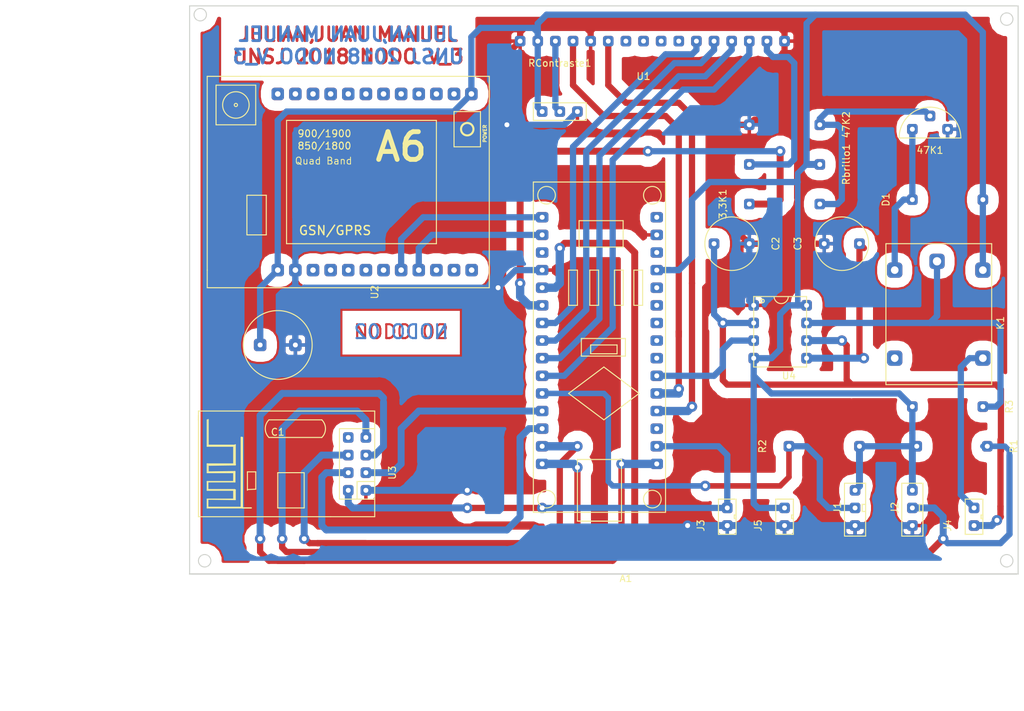
<source format=kicad_pcb>
(kicad_pcb (version 20171130) (host pcbnew "(5.0.0)")

  (general
    (thickness 1.6)
    (drawings 14)
    (tracks 423)
    (zones 0)
    (modules 23)
    (nets 63)
  )

  (page A4)
  (layers
    (0 F.Cu signal)
    (31 B.Cu signal)
    (32 B.Adhes user)
    (33 F.Adhes user)
    (34 B.Paste user)
    (35 F.Paste user)
    (36 B.SilkS user)
    (37 F.SilkS user)
    (38 B.Mask user)
    (39 F.Mask user)
    (40 Dwgs.User user)
    (41 Cmts.User user)
    (42 Eco1.User user)
    (43 Eco2.User user)
    (44 Edge.Cuts user)
    (45 Margin user)
    (46 B.CrtYd user)
    (47 F.CrtYd user)
    (48 B.Fab user)
    (49 F.Fab user)
  )

  (setup
    (last_trace_width 1)
    (user_trace_width 0.8)
    (user_trace_width 0.9)
    (user_trace_width 1)
    (user_trace_width 1.2)
    (trace_clearance 0.2)
    (zone_clearance 0.508)
    (zone_45_only no)
    (trace_min 0.2)
    (segment_width 0.2)
    (edge_width 0.15)
    (via_size 0.8)
    (via_drill 0.4)
    (via_min_size 0.4)
    (via_min_drill 0.3)
    (user_via 1.5 0.71)
    (uvia_size 0.3)
    (uvia_drill 0.1)
    (uvias_allowed no)
    (uvia_min_size 0.2)
    (uvia_min_drill 0.1)
    (pcb_text_width 0.3)
    (pcb_text_size 1.5 1.5)
    (mod_edge_width 0.15)
    (mod_text_size 1 1)
    (mod_text_width 0.15)
    (pad_size 1.524 1.524)
    (pad_drill 0.762)
    (pad_to_mask_clearance 0.2)
    (aux_axis_origin 0 0)
    (visible_elements 7FFFFFFF)
    (pcbplotparams
      (layerselection 0x01000_7fffffff)
      (usegerberextensions false)
      (usegerberattributes false)
      (usegerberadvancedattributes false)
      (creategerberjobfile false)
      (excludeedgelayer false)
      (linewidth 0.500000)
      (plotframeref false)
      (viasonmask false)
      (mode 1)
      (useauxorigin false)
      (hpglpennumber 1)
      (hpglpenspeed 20)
      (hpglpendiameter 15.000000)
      (psnegative false)
      (psa4output false)
      (plotreference true)
      (plotvalue true)
      (plotinvisibletext false)
      (padsonsilk true)
      (subtractmaskfromsilk false)
      (outputformat 4)
      (mirror true)
      (drillshape 2)
      (scaleselection 1)
      (outputdirectory "./"))
  )

  (net 0 "")
  (net 1 /RX)
  (net 2 /TX)
  (net 3 "Net-(A1-Pad3)")
  (net 4 /D2)
  (net 5 /D3)
  (net 6 /D4)
  (net 7 /D5)
  (net 8 /D6)
  (net 9 /D7)
  (net 10 /D8)
  (net 11 /D9)
  (net 12 /D10)
  (net 13 "/D11(MOSI)")
  (net 14 "/D12(MISO)")
  (net 15 "/13(SCK)")
  (net 16 /3.3V)
  (net 17 "Net-(A1-Pad18)")
  (net 18 "Net-(A1-Pad19)")
  (net 19 "Net-(A1-Pad20)")
  (net 20 /S_Hum)
  (net 21 "Net-(A1-Pad23)")
  (net 22 "Net-(A1-Pad24)")
  (net 23 "Net-(A1-Pad25)")
  (net 24 "Net-(A1-Pad26)")
  (net 25 /5V)
  (net 26 "Net-(A1-Pad28)")
  (net 27 GND)
  (net 28 "Net-(A1-Pad30)")
  (net 29 /S_HUM-)
  (net 30 "Net-(C3-Pad1)")
  (net 31 /S_HUM+)
  (net 32 /+_SHUM)
  (net 33 /R_LIGHT)
  (net 34 /POT_M)
  (net 35 "Net-(U1-Pad7)")
  (net 36 "Net-(U1-Pad8)")
  (net 37 "Net-(U1-Pad9)")
  (net 38 "Net-(U1-Pad10)")
  (net 39 "Net-(U2-Pad13)")
  (net 40 "Net-(U2-Pad14)")
  (net 41 "Net-(U2-Pad3)")
  (net 42 "Net-(U2-Pad15)")
  (net 43 "Net-(U2-Pad4)")
  (net 44 "Net-(U2-Pad16)")
  (net 45 "Net-(U2-Pad5)")
  (net 46 "Net-(U2-Pad17)")
  (net 47 "Net-(U2-Pad6)")
  (net 48 "Net-(U2-Pad18)")
  (net 49 "Net-(U2-Pad7)")
  (net 50 "Net-(U2-Pad19)")
  (net 51 "Net-(U2-Pad20)")
  (net 52 "Net-(U2-Pad21)")
  (net 53 "Net-(U2-Pad10)")
  (net 54 "Net-(U2-Pad22)")
  (net 55 "Net-(U2-Pad11)")
  (net 56 "Net-(U2-Pad23)")
  (net 57 "Net-(U2-Pad12)")
  (net 58 "Net-(U3-Pad8)")
  (net 59 "Net-(47K1-Pad1)")
  (net 60 "Net-(3,3K1-Pad1)")
  (net 61 "Net-(K1-Pad4)")
  (net 62 /PWR)

  (net_class Default "Esta es la clase de red por defecto."
    (clearance 0.2)
    (trace_width 0.25)
    (via_dia 0.8)
    (via_drill 0.4)
    (uvia_dia 0.3)
    (uvia_drill 0.1)
    (add_net /+_SHUM)
    (add_net "/13(SCK)")
    (add_net /3.3V)
    (add_net /5V)
    (add_net /D10)
    (add_net "/D11(MOSI)")
    (add_net "/D12(MISO)")
    (add_net /D2)
    (add_net /D3)
    (add_net /D4)
    (add_net /D5)
    (add_net /D6)
    (add_net /D7)
    (add_net /D8)
    (add_net /D9)
    (add_net /POT_M)
    (add_net /PWR)
    (add_net /RX)
    (add_net /R_LIGHT)
    (add_net /S_HUM+)
    (add_net /S_HUM-)
    (add_net /S_Hum)
    (add_net /TX)
    (add_net GND)
    (add_net "Net-(3,3K1-Pad1)")
    (add_net "Net-(47K1-Pad1)")
    (add_net "Net-(A1-Pad18)")
    (add_net "Net-(A1-Pad19)")
    (add_net "Net-(A1-Pad20)")
    (add_net "Net-(A1-Pad23)")
    (add_net "Net-(A1-Pad24)")
    (add_net "Net-(A1-Pad25)")
    (add_net "Net-(A1-Pad26)")
    (add_net "Net-(A1-Pad28)")
    (add_net "Net-(A1-Pad3)")
    (add_net "Net-(A1-Pad30)")
    (add_net "Net-(C3-Pad1)")
    (add_net "Net-(K1-Pad4)")
    (add_net "Net-(U1-Pad10)")
    (add_net "Net-(U1-Pad7)")
    (add_net "Net-(U1-Pad8)")
    (add_net "Net-(U1-Pad9)")
    (add_net "Net-(U2-Pad10)")
    (add_net "Net-(U2-Pad11)")
    (add_net "Net-(U2-Pad12)")
    (add_net "Net-(U2-Pad13)")
    (add_net "Net-(U2-Pad14)")
    (add_net "Net-(U2-Pad15)")
    (add_net "Net-(U2-Pad16)")
    (add_net "Net-(U2-Pad17)")
    (add_net "Net-(U2-Pad18)")
    (add_net "Net-(U2-Pad19)")
    (add_net "Net-(U2-Pad20)")
    (add_net "Net-(U2-Pad21)")
    (add_net "Net-(U2-Pad22)")
    (add_net "Net-(U2-Pad23)")
    (add_net "Net-(U2-Pad3)")
    (add_net "Net-(U2-Pad4)")
    (add_net "Net-(U2-Pad5)")
    (add_net "Net-(U2-Pad6)")
    (add_net "Net-(U2-Pad7)")
    (add_net "Net-(U3-Pad8)")
  )

  (module componentes_nodo:rele (layer F.Cu) (tedit 5BFBD7FE) (tstamp 5BF30644)
    (at 180.34 73.66 90)
    (path /5BB89596)
    (fp_text reference K1 (at 0 12.7 90) (layer F.SilkS)
      (effects (font (size 1 1) (thickness 0.15)))
    )
    (fp_text value G5Q-1 (at 0 -6.35 90) (layer F.Fab)
      (effects (font (size 1 1) (thickness 0.15)))
    )
    (fp_line (start -8.89 -3.81) (end -5.08 -3.81) (layer F.SilkS) (width 0.15))
    (fp_line (start -8.89 11.43) (end -8.89 -3.81) (layer F.SilkS) (width 0.15))
    (fp_line (start 11.43 11.43) (end -8.89 11.43) (layer F.SilkS) (width 0.15))
    (fp_line (start 11.43 -3.81) (end 11.43 11.43) (layer F.SilkS) (width 0.15))
    (fp_line (start -6.35 -3.81) (end 11.43 -3.81) (layer F.SilkS) (width 0.15))
    (pad 5 thru_hole roundrect (at 7.62 10.16 90) (size 2.2 2.2) (drill 1.1) (layers *.Cu *.Mask) (roundrect_rratio 0.25)
      (net 25 /5V))
    (pad 4 thru_hole roundrect (at -5.08 -2.54 90) (size 2.2 2.2) (drill 1.1) (layers *.Cu *.Mask) (roundrect_rratio 0.25)
      (net 61 "Net-(K1-Pad4)"))
    (pad 3 thru_hole roundrect (at -5.08 10.16 90) (size 2.2 2.2) (drill 1.1) (layers *.Cu *.Mask) (roundrect_rratio 0.25)
      (net 31 /S_HUM+))
    (pad 2 thru_hole roundrect (at 8.89 3.556 90) (size 2.2 2.2) (drill 1.2) (layers *.Cu *.Mask) (roundrect_rratio 0.25)
      (net 32 /+_SHUM))
    (pad 1 thru_hole roundrect (at 7.62 -2.54 90) (size 2.2 2.2) (drill 1.1) (layers *.Cu *.Mask) (roundrect_rratio 0.25)
      (net 59 "Net-(47K1-Pad1)"))
  )

  (module componentes_nodo:capacitor (layer F.Cu) (tedit 5BF3FE15) (tstamp 5BF305DD)
    (at 155.575 62.23 90)
    (path /5BB411F7)
    (fp_text reference C2 (at 0 5.08 90) (layer F.SilkS)
      (effects (font (size 1 1) (thickness 0.15)))
    )
    (fp_text value 0.1 (at 0 -5.08 90) (layer F.Fab)
      (effects (font (size 1 1) (thickness 0.15)))
    )
    (fp_circle (center 0 -1.27) (end 0.635 2.54) (layer F.SilkS) (width 0.15))
    (pad 2 thru_hole roundrect (at 0 1.27 90) (size 1.524 1.524) (drill oval 0.7) (layers *.Cu *.Mask) (roundrect_rratio 0.25)
      (net 27 GND))
    (pad 1 thru_hole roundrect (at 0 -3.81 90) (size 1.524 1.524) (drill oval 0.7) (layers *.Cu *.Mask) (roundrect_rratio 0.25)
      (net 29 /S_HUM-))
  )

  (module componentes_nodo:capacitor (layer F.Cu) (tedit 5BF3FE15) (tstamp 5BF305E4)
    (at 168.91 62.23 270)
    (path /5BB4117E)
    (fp_text reference C3 (at 0 5.08 270) (layer F.SilkS)
      (effects (font (size 1 1) (thickness 0.15)))
    )
    (fp_text value CP (at 0 -5.08 270) (layer F.Fab)
      (effects (font (size 1 1) (thickness 0.15)))
    )
    (fp_circle (center 0 -1.27) (end 0.635 2.54) (layer F.SilkS) (width 0.15))
    (pad 2 thru_hole roundrect (at 0 1.27 270) (size 1.524 1.524) (drill oval 0.7) (layers *.Cu *.Mask) (roundrect_rratio 0.25)
      (net 27 GND))
    (pad 1 thru_hole roundrect (at 0 -3.81 270) (size 1.524 1.524) (drill oval 0.7) (layers *.Cu *.Mask) (roundrect_rratio 0.25)
      (net 30 "Net-(C3-Pad1)"))
  )

  (module componentes_nodo:modulo_rf (layer F.Cu) (tedit 5BF2C9F2) (tstamp 5BF30708)
    (at 93.98 93.98 90)
    (path /5BAC0CF5)
    (fp_text reference U3 (at -1.27 11.43 90) (layer F.SilkS)
      (effects (font (size 1 1) (thickness 0.15)))
    )
    (fp_text value NRF24L01_Breakout (at 2.54 12.7 90) (layer F.Fab)
      (effects (font (size 1 1) (thickness 0.15)))
    )
    (fp_line (start -7.62 -16.51) (end 6.35 -16.51) (layer F.SilkS) (width 0.15))
    (fp_line (start 6.35 -16.51) (end 6.985 -16.51) (layer F.SilkS) (width 0.15))
    (fp_line (start -7.62 -16.51) (end -7.62 2.54) (layer F.SilkS) (width 0.15))
    (fp_line (start -7.62 8.89) (end -7.62 2.54) (layer F.SilkS) (width 0.15))
    (fp_line (start 6.35 -16.51) (end 7.62 -16.51) (layer F.SilkS) (width 0.15))
    (fp_line (start 7.62 -16.51) (end 7.62 8.89) (layer F.SilkS) (width 0.15))
    (fp_line (start 7.62 8.89) (end -7.62 8.89) (layer F.SilkS) (width 0.15))
    (fp_line (start -6.35 -5.08) (end -1.27 -5.08) (layer F.SilkS) (width 0.15))
    (fp_line (start -1.27 -5.08) (end -1.27 -1.27) (layer F.SilkS) (width 0.15))
    (fp_line (start -1.27 -1.27) (end -6.35 -1.27) (layer F.SilkS) (width 0.15))
    (fp_line (start -6.35 -1.27) (end -6.35 -5.08) (layer F.SilkS) (width 0.15))
    (fp_line (start -6.35 -15.24) (end -6.35 -8.89) (layer F.SilkS) (width 0.15))
    (fp_line (start -6.35 -8.89) (end -6.35 -10.16) (layer F.SilkS) (width 0.15))
    (fp_line (start -6.35 -10.16) (end 3.81 -10.16) (layer F.SilkS) (width 0.15))
    (fp_line (start -6.35 -15.24) (end -5.08 -15.24) (layer F.SilkS) (width 0.15))
    (fp_line (start -5.08 -15.24) (end -5.08 -11.43) (layer F.SilkS) (width 0.15))
    (fp_line (start -5.08 -11.43) (end -3.81 -11.43) (layer F.SilkS) (width 0.15))
    (fp_line (start -3.81 -11.43) (end -3.81 -15.24) (layer F.SilkS) (width 0.15))
    (fp_line (start -3.81 -15.24) (end -2.54 -15.24) (layer F.SilkS) (width 0.15))
    (fp_line (start -2.54 -15.24) (end -2.54 -11.43) (layer F.SilkS) (width 0.15))
    (fp_line (start -2.54 -11.43) (end -1.27 -11.43) (layer F.SilkS) (width 0.15))
    (fp_line (start -1.27 -11.43) (end -1.27 -15.24) (layer F.SilkS) (width 0.15))
    (fp_line (start -1.27 -15.24) (end 0 -15.24) (layer F.SilkS) (width 0.15))
    (fp_line (start 0 -15.24) (end 0 -11.43) (layer F.SilkS) (width 0.15))
    (fp_line (start 0 -11.43) (end 2.54 -11.43) (layer F.SilkS) (width 0.15))
    (fp_line (start 2.54 -11.43) (end 2.54 -15.24) (layer F.SilkS) (width 0.15))
    (fp_line (start 2.54 -15.24) (end 6.35 -15.24) (layer F.SilkS) (width 0.15))
    (fp_line (start -6.25 -10.25) (end -6.25 -15.15) (layer F.SilkS) (width 0.15))
    (fp_line (start -6.25 -15.15) (end -5.1 -15.15) (layer F.SilkS) (width 0.15))
    (fp_line (start -5.1 -15.15) (end -5.15 -11.2) (layer F.SilkS) (width 0.15))
    (fp_line (start -5.15 -11.2) (end -3.75 -11.2) (layer F.SilkS) (width 0.15))
    (fp_line (start -3.75 -11.2) (end -3.75 -11.3) (layer F.SilkS) (width 0.15))
    (fp_line (start -3.75 -11.3) (end -5.15 -11.3) (layer F.SilkS) (width 0.15))
    (fp_line (start -5.15 -11.3) (end -3.7 -11.3) (layer F.SilkS) (width 0.15))
    (fp_line (start -3.7 -11.3) (end -3.7 -15.15) (layer F.SilkS) (width 0.15))
    (fp_line (start -3.7 -15.15) (end -2.6 -15.15) (layer F.SilkS) (width 0.15))
    (fp_line (start -2.6 -15.15) (end -2.6 -11.25) (layer F.SilkS) (width 0.15))
    (fp_line (start -2.6 -11.25) (end -1.3 -11.25) (layer F.SilkS) (width 0.15))
    (fp_line (start -1.3 -11.25) (end -1.2 -11.25) (layer F.SilkS) (width 0.15))
    (fp_line (start -1.2 -11.25) (end -1.1 -11.25) (layer F.SilkS) (width 0.15))
    (fp_line (start -1.1 -11.25) (end -1.15 -15.1) (layer F.SilkS) (width 0.15))
    (fp_line (start -1.15 -15.1) (end -0.1 -15.1) (layer F.SilkS) (width 0.15))
    (fp_line (start -0.1 -15.1) (end -0.05 -11.2) (layer F.SilkS) (width 0.15))
    (fp_line (start -0.05 -11.2) (end -0.05 -11.3) (layer F.SilkS) (width 0.15))
    (fp_line (start -0.05 -11.3) (end 2.7 -11.3) (layer F.SilkS) (width 0.15))
    (fp_line (start 2.7 -11.3) (end 2.7 -15.1) (layer F.SilkS) (width 0.15))
    (fp_line (start 2.7 -15.1) (end 6.4 -15.1) (layer F.SilkS) (width 0.15))
    (fp_line (start -6.25 -10.35) (end 3.85 -10.35) (layer F.SilkS) (width 0.15))
    (fp_line (start -6.25 -10.25) (end 3.85 -10.25) (layer F.SilkS) (width 0.15))
    (fp_line (start -2.55 -11.4) (end -1.15 -11.35) (layer F.SilkS) (width 0.15))
    (fp_line (start -1.15 -11.35) (end -1.2 -12.3) (layer F.SilkS) (width 0.15))
    (fp_line (start -0.2 -15.05) (end -0.15 -11.2) (layer F.SilkS) (width 0.15))
    (fp_line (start -0.15 -11.2) (end 2.75 -11.2) (layer F.SilkS) (width 0.15))
    (fp_line (start 2.75 -11.2) (end 2.6 -11.4) (layer F.SilkS) (width 0.15))
    (fp_line (start 2.6 -11.4) (end 2.6 -12.75) (layer F.SilkS) (width 0.15))
    (fp_line (start 2.6 -12.75) (end 2.65 -15.2) (layer F.SilkS) (width 0.15))
    (fp_line (start 2.65 -15.2) (end 2.7 -15.2) (layer F.SilkS) (width 0.15))
    (fp_line (start 2.7 -15.2) (end 2.6 -15.2) (layer F.SilkS) (width 0.15))
    (fp_line (start -3.7 -9.45) (end -3.65 -8.25) (layer F.SilkS) (width 0.15))
    (fp_line (start -3.65 -8.25) (end -1.15 -8.25) (layer F.SilkS) (width 0.15))
    (fp_line (start -1.15 -8.25) (end -1.15 -9.45) (layer F.SilkS) (width 0.15))
    (fp_line (start -1.15 -9.45) (end -3.8 -9.45) (layer F.SilkS) (width 0.15))
    (fp_line (start 3.81 -6.35) (end 3.81 1.27) (layer F.SilkS) (width 0.15))
    (fp_line (start 6.35 1.27) (end 6.35 -6.35) (layer F.SilkS) (width 0.15))
    (fp_arc (start 5.08 -5.08) (end 6.349999 -6.349999) (angle -90) (layer F.SilkS) (width 0.15))
    (fp_arc (start 5.08 0) (end 3.810001 1.269999) (angle -90) (layer F.SilkS) (width 0.15))
    (fp_line (start -5.08 8.89) (end -5.08 3.81) (layer F.SilkS) (width 0.15))
    (fp_line (start -5.08 3.81) (end 5.08 3.81) (layer F.SilkS) (width 0.15))
    (fp_line (start 5.08 3.81) (end 5.08 8.89) (layer F.SilkS) (width 0.15))
    (fp_line (start -5.08 6.35) (end -2.54 6.35) (layer F.SilkS) (width 0.15))
    (fp_line (start -2.54 6.35) (end -2.54 8.89) (layer F.SilkS) (width 0.15))
    (pad 1 thru_hole roundrect (at -3.81 7.62 90) (size 1.524 1.524) (drill oval 0.7) (layers *.Cu *.Mask) (roundrect_rratio 0.25)
      (net 27 GND))
    (pad 2 thru_hole roundrect (at -3.81 5.08 90) (size 1.524 1.524) (drill oval 0.7) (layers *.Cu *.Mask) (roundrect_rratio 0.25)
      (net 16 /3.3V))
    (pad 3 thru_hole roundrect (at -1.27 7.62 90) (size 1.524 1.524) (drill oval 0.7) (layers *.Cu *.Mask) (roundrect_rratio 0.25)
      (net 11 /D9))
    (pad 4 thru_hole roundrect (at -1.27 5.08 90) (size 1.524 1.524) (drill oval 0.7) (layers *.Cu *.Mask) (roundrect_rratio 0.25)
      (net 12 /D10))
    (pad 5 thru_hole roundrect (at 1.27 7.62 90) (size 1.524 1.524) (drill oval 0.7) (layers *.Cu *.Mask) (roundrect_rratio 0.25)
      (net 15 "/13(SCK)"))
    (pad 6 thru_hole roundrect (at 1.27 5.08 90) (size 1.524 1.524) (drill oval 0.7) (layers *.Cu *.Mask) (roundrect_rratio 0.25)
      (net 13 "/D11(MOSI)"))
    (pad 7 thru_hole roundrect (at 3.81 7.62 90) (size 1.524 1.524) (drill oval 0.7) (layers *.Cu *.Mask) (roundrect_rratio 0.25)
      (net 14 "/D12(MISO)"))
    (pad 8 thru_hole roundrect (at 3.81 5.08 90) (size 1.524 1.524) (drill oval 0.7) (layers *.Cu *.Mask) (roundrect_rratio 0.25)
      (net 58 "Net-(U3-Pad8)"))
  )

  (module componentes_nodo:potenciometro_presicion (layer F.Cu) (tedit 5BF2D25A) (tstamp 5BF30663)
    (at 129.54 43.18 180)
    (path /5BAE333C)
    (fp_text reference RContraste1 (at 0 6.985 180) (layer F.SilkS)
      (effects (font (size 1 1) (thickness 0.15)))
    )
    (fp_text value 10K (at 0 -3.81 180) (layer F.Fab)
      (effects (font (size 1 1) (thickness 0.15)))
    )
    (fp_line (start 3.81 -1.27) (end -3.81 -1.27) (layer F.SilkS) (width 0.15))
    (fp_line (start 3.81 1.27) (end 3.81 -1.27) (layer F.SilkS) (width 0.15))
    (fp_line (start -3.81 1.27) (end 3.81 1.27) (layer F.SilkS) (width 0.15))
    (fp_line (start -3.81 -1.27) (end -3.81 1.27) (layer F.SilkS) (width 0.15))
    (pad 3 thru_hole roundrect (at 2.54 0 180) (size 1.524 1.524) (drill oval 0.7) (layers *.Cu *.Mask) (roundrect_rratio 0.25)
      (net 25 /5V))
    (pad 2 thru_hole roundrect (at 0 0 180) (size 1.524 1.524) (drill oval 0.7) (layers *.Cu *.Mask) (roundrect_rratio 0.25)
      (net 34 /POT_M))
    (pad 1 thru_hole roundrect (at -2.54 0 180) (size 1.524 1.524) (drill oval 0.7) (layers *.Cu *.Mask) (roundrect_rratio 0.25)
      (net 27 GND))
  )

  (module componentes_nodo:Arduino_nano (layer F.Cu) (tedit 5BF2C373) (tstamp 5BF305D6)
    (at 129.54 88.9)
    (path /5BF3E78B)
    (fp_text reference A1 (at 9.525 21.59) (layer F.SilkS)
      (effects (font (size 1 1) (thickness 0.15)))
    )
    (fp_text value Arduino_Nano_v3.x (at 9.525 19.05) (layer F.Fab)
      (effects (font (size 1 1) (thickness 0.15)))
    )
    (fp_line (start -3.81 -31.75) (end -3.81 6.35) (layer F.SilkS) (width 0.15))
    (fp_line (start -3.81 6.35) (end -3.81 12.065) (layer F.SilkS) (width 0.15))
    (fp_line (start -3.81 12.065) (end 15.24 12.065) (layer F.SilkS) (width 0.15))
    (fp_line (start 2.54 4.445) (end 8.89 4.445) (layer F.SilkS) (width 0.15))
    (fp_line (start 8.89 4.445) (end 8.89 10.795) (layer F.SilkS) (width 0.15))
    (fp_line (start 8.89 13.335) (end 2.54 13.335) (layer F.SilkS) (width 0.15))
    (fp_line (start 2.54 10.795) (end 2.54 4.445) (layer F.SilkS) (width 0.15))
    (fp_line (start 15.24 12.065) (end 15.24 -31.75) (layer F.SilkS) (width 0.15))
    (fp_line (start 2.77876 -29.99232) (end 2.77876 -26.18232) (layer F.SilkS) (width 0.15))
    (fp_line (start 2.77876 -26.18232) (end 9.12876 -26.18232) (layer F.SilkS) (width 0.15))
    (fp_line (start 9.12876 -26.18232) (end 9.12876 -29.99232) (layer F.SilkS) (width 0.15))
    (fp_line (start 9.12876 -29.99232) (end 2.77876 -29.99232) (layer F.SilkS) (width 0.15))
    (fp_line (start 1.27 -5.08) (end 6.35 -8.89) (layer F.SilkS) (width 0.15))
    (fp_line (start 6.35 -8.89) (end 11.43 -5.08) (layer F.SilkS) (width 0.15))
    (fp_line (start 11.43 -5.08) (end 6.35 -1.27) (layer F.SilkS) (width 0.15))
    (fp_line (start 6.35 -1.27) (end 1.27 -5.08) (layer F.SilkS) (width 0.15))
    (fp_line (start 3.10388 -12.99972) (end 3.10388 -10.45972) (layer F.SilkS) (width 0.15))
    (fp_line (start 3.10388 -10.45972) (end 9.45388 -10.45972) (layer F.SilkS) (width 0.15))
    (fp_line (start 9.45388 -10.45972) (end 9.45388 -12.99972) (layer F.SilkS) (width 0.15))
    (fp_line (start 9.45388 -12.99972) (end 3.10388 -12.99972) (layer F.SilkS) (width 0.15))
    (fp_line (start 1.27 -22.86) (end 2.54 -22.86) (layer F.SilkS) (width 0.15))
    (fp_line (start 2.54 -22.86) (end 2.54 -17.78) (layer F.SilkS) (width 0.15))
    (fp_line (start 2.54 -17.78) (end 1.27 -17.78) (layer F.SilkS) (width 0.15))
    (fp_line (start 1.27 -17.78) (end 1.27 -22.86) (layer F.SilkS) (width 0.15))
    (fp_line (start 4.318 -22.86) (end 5.588 -22.86) (layer F.SilkS) (width 0.15))
    (fp_line (start 5.588 -22.86) (end 5.588 -17.78) (layer F.SilkS) (width 0.15))
    (fp_line (start 5.588 -17.78) (end 4.318 -17.78) (layer F.SilkS) (width 0.15))
    (fp_line (start 4.318 -17.78) (end 4.318 -22.86) (layer F.SilkS) (width 0.15))
    (fp_line (start 7.874 -22.86) (end 9.144 -22.86) (layer F.SilkS) (width 0.15))
    (fp_line (start 9.144 -22.86) (end 9.144 -17.78) (layer F.SilkS) (width 0.15))
    (fp_line (start 9.144 -17.78) (end 7.874 -17.78) (layer F.SilkS) (width 0.15))
    (fp_line (start 7.874 -17.78) (end 7.874 -22.86) (layer F.SilkS) (width 0.15))
    (fp_line (start 10.668 -22.86) (end 11.938 -22.86) (layer F.SilkS) (width 0.15))
    (fp_line (start 11.938 -22.86) (end 11.938 -17.78) (layer F.SilkS) (width 0.15))
    (fp_line (start 11.938 -17.78) (end 10.668 -17.78) (layer F.SilkS) (width 0.15))
    (fp_line (start 10.668 -22.86) (end 10.668 -17.78) (layer F.SilkS) (width 0.15))
    (fp_line (start -3.81 -31.75) (end -3.81 -34.29) (layer F.SilkS) (width 0.15))
    (fp_line (start 15.24 -34.29) (end 15.24 -31.75) (layer F.SilkS) (width 0.15))
    (fp_line (start -3.81 -34.29) (end -3.81 -35.56) (layer F.SilkS) (width 0.15))
    (fp_line (start -3.81 -35.56) (end 15.24 -35.56) (layer F.SilkS) (width 0.15))
    (fp_line (start 15.24 -34.29) (end 15.24 -35.56) (layer F.SilkS) (width 0.15))
    (fp_circle (center -1.905 -33.655) (end -1.905 -32.385) (layer F.SilkS) (width 0.15))
    (fp_circle (center 13.335 -33.655) (end 13.335 -32.385) (layer F.SilkS) (width 0.15))
    (fp_circle (center 13.335 10.16) (end 13.335 11.43) (layer F.SilkS) (width 0.15))
    (fp_circle (center -1.905 10.16) (end -1.905 11.43) (layer F.SilkS) (width 0.15))
    (fp_line (start 2.54 10.795) (end 2.54 13.335) (layer F.SilkS) (width 0.15))
    (fp_line (start 2.54 13.335) (end 8.89 13.335) (layer F.SilkS) (width 0.15))
    (fp_line (start 8.89 10.795) (end 8.89 13.335) (layer F.SilkS) (width 0.15))
    (fp_line (start 4.445 -12.065) (end 4.445 -10.795) (layer F.SilkS) (width 0.15))
    (fp_line (start 4.445 -10.795) (end 8.255 -10.795) (layer F.SilkS) (width 0.15))
    (fp_line (start 8.255 -10.795) (end 8.255 -12.065) (layer F.SilkS) (width 0.15))
    (fp_line (start 8.255 -12.065) (end 4.445 -12.065) (layer F.SilkS) (width 0.15))
    (pad 1 thru_hole roundrect (at -2.54 -30.48) (size 1.8 1.5) (drill 0.71) (layers *.Cu *.Mask) (roundrect_rratio 0.25)
      (net 1 /RX))
    (pad 2 thru_hole roundrect (at -2.54 -27.94) (size 1.8 1.5) (drill 0.71) (layers *.Cu *.Mask) (roundrect_rratio 0.25)
      (net 2 /TX))
    (pad 3 thru_hole roundrect (at -2.54 -25.4) (size 1.8 1.5) (drill 0.71) (layers *.Cu *.Mask) (roundrect_rratio 0.25)
      (net 3 "Net-(A1-Pad3)"))
    (pad 4 thru_hole roundrect (at -2.54 -22.86) (size 1.8 1.5) (drill 0.71) (layers *.Cu *.Mask) (roundrect_rratio 0.25)
      (net 27 GND))
    (pad 5 thru_hole roundrect (at -2.54 -20.32) (size 1.8 1.5) (drill 0.71) (layers *.Cu *.Mask) (roundrect_rratio 0.25)
      (net 4 /D2))
    (pad 6 thru_hole roundrect (at -2.54 -17.78) (size 1.8 1.5) (drill 0.71) (layers *.Cu *.Mask) (roundrect_rratio 0.25)
      (net 5 /D3))
    (pad 7 thru_hole roundrect (at -2.54 -15.24) (size 1.8 1.5) (drill 0.71) (layers *.Cu *.Mask) (roundrect_rratio 0.25)
      (net 6 /D4))
    (pad 8 thru_hole roundrect (at -2.54 -12.7) (size 1.8 1.5) (drill 0.71) (layers *.Cu *.Mask) (roundrect_rratio 0.25)
      (net 7 /D5))
    (pad 9 thru_hole roundrect (at -2.54 -10.16) (size 1.8 1.5) (drill 0.71) (layers *.Cu *.Mask) (roundrect_rratio 0.25)
      (net 8 /D6))
    (pad 10 thru_hole roundrect (at -2.54 -7.62) (size 1.8 1.5) (drill 0.71) (layers *.Cu *.Mask) (roundrect_rratio 0.25)
      (net 9 /D7))
    (pad 11 thru_hole roundrect (at -2.54 -5.08) (size 1.8 1.5) (drill 0.71) (layers *.Cu *.Mask) (roundrect_rratio 0.25)
      (net 10 /D8))
    (pad 12 thru_hole roundrect (at -2.54 -2.54) (size 1.8 1.5) (drill 0.71) (layers *.Cu *.Mask) (roundrect_rratio 0.25)
      (net 11 /D9))
    (pad 13 thru_hole roundrect (at -2.54 0) (size 1.8 1.5) (drill 0.71) (layers *.Cu *.Mask) (roundrect_rratio 0.25)
      (net 12 /D10))
    (pad 14 thru_hole roundrect (at -2.54 2.54) (size 1.8 1.5) (drill 0.71) (layers *.Cu *.Mask) (roundrect_rratio 0.25)
      (net 13 "/D11(MOSI)"))
    (pad 15 thru_hole roundrect (at -2.54 5.08) (size 1.8 1.5) (drill 0.71) (layers *.Cu *.Mask) (roundrect_rratio 0.25)
      (net 14 "/D12(MISO)"))
    (pad 16 thru_hole roundrect (at 13.97 5.08) (size 1.8 1.5) (drill 0.71) (layers *.Cu *.Mask) (roundrect_rratio 0.25)
      (net 15 "/13(SCK)"))
    (pad 17 thru_hole roundrect (at 13.97 2.54) (size 1.8 1.5) (drill 0.71) (layers *.Cu *.Mask) (roundrect_rratio 0.25)
      (net 16 /3.3V))
    (pad 18 thru_hole roundrect (at 13.97 0) (size 1.8 1.5) (drill 0.71) (layers *.Cu *.Mask) (roundrect_rratio 0.25)
      (net 17 "Net-(A1-Pad18)"))
    (pad 19 thru_hole roundrect (at 13.97 -2.54) (size 1.8 1.5) (drill 0.71) (layers *.Cu *.Mask) (roundrect_rratio 0.25)
      (net 18 "Net-(A1-Pad19)"))
    (pad 20 thru_hole roundrect (at 13.97 -5.08) (size 1.8 1.5) (drill 0.71) (layers *.Cu *.Mask) (roundrect_rratio 0.25)
      (net 19 "Net-(A1-Pad20)"))
    (pad 21 thru_hole roundrect (at 13.97 -7.62) (size 1.8 1.5) (drill 0.71) (layers *.Cu *.Mask) (roundrect_rratio 0.25)
      (net 20 /S_Hum))
    (pad 22 thru_hole roundrect (at 13.97 -10.16) (size 1.8 1.5) (drill 0.71) (layers *.Cu *.Mask) (roundrect_rratio 0.25)
      (net 62 /PWR))
    (pad 23 thru_hole roundrect (at 13.97 -12.7) (size 1.8 1.5) (drill 0.71) (layers *.Cu *.Mask) (roundrect_rratio 0.25)
      (net 21 "Net-(A1-Pad23)"))
    (pad 24 thru_hole roundrect (at 13.97 -15.24) (size 1.8 1.5) (drill 0.71) (layers *.Cu *.Mask) (roundrect_rratio 0.25)
      (net 22 "Net-(A1-Pad24)"))
    (pad 25 thru_hole roundrect (at 13.97 -17.78) (size 1.8 1.5) (drill 0.71) (layers *.Cu *.Mask) (roundrect_rratio 0.25)
      (net 23 "Net-(A1-Pad25)"))
    (pad 26 thru_hole roundrect (at 13.97 -20.32) (size 1.8 1.5) (drill 0.71) (layers *.Cu *.Mask) (roundrect_rratio 0.25)
      (net 24 "Net-(A1-Pad26)"))
    (pad 27 thru_hole roundrect (at 13.97 -22.86) (size 1.8 1.5) (drill 0.71) (layers *.Cu *.Mask) (roundrect_rratio 0.25)
      (net 25 /5V))
    (pad 28 thru_hole roundrect (at 13.97 -25.4) (size 1.8 1.5) (drill 0.71) (layers *.Cu *.Mask) (roundrect_rratio 0.25)
      (net 26 "Net-(A1-Pad28)"))
    (pad 29 thru_hole roundrect (at 13.97 -27.94) (size 1.8 1.5) (drill 0.71) (layers *.Cu *.Mask) (roundrect_rratio 0.25)
      (net 27 GND))
    (pad 30 thru_hole roundrect (at 13.97 -30.48) (size 1.8 1.5) (drill 0.71) (layers *.Cu *.Mask) (roundrect_rratio 0.25)
      (net 28 "Net-(A1-Pad30)"))
  )

  (module componentes_nodo:connectorx3 (layer F.Cu) (tedit 5BB23794) (tstamp 5BF3F146)
    (at 172.085 100.33 270)
    (path /5BAC22B4)
    (fp_text reference J1 (at 0 2.54 270) (layer F.SilkS)
      (effects (font (size 1 1) (thickness 0.15)))
    )
    (fp_text value "Temp Suelo" (at 0 -2.54 270) (layer F.Fab)
      (effects (font (size 1 1) (thickness 0.15)))
    )
    (fp_line (start 0.508 -1.016) (end 0.508 -1.524) (layer F.SilkS) (width 0.15))
    (fp_line (start -0.508 -1.016) (end 0.508 -1.016) (layer F.SilkS) (width 0.15))
    (fp_line (start -0.508 -1.524) (end -0.508 -1.016) (layer F.SilkS) (width 0.15))
    (fp_line (start 4.064 -1.524) (end 4.064 -1.016) (layer F.SilkS) (width 0.15))
    (fp_line (start -3.556 -1.524) (end 4.064 -1.524) (layer F.SilkS) (width 0.15))
    (fp_line (start -3.556 -1.016) (end -3.556 -1.524) (layer F.SilkS) (width 0.15))
    (fp_line (start -3.556 -1.524) (end -3.556 -1.016) (layer F.SilkS) (width 0.15))
    (fp_line (start 4.064 1.524) (end 4.064 -1.016) (layer F.SilkS) (width 0.15))
    (fp_line (start -3.556 1.524) (end 4.064 1.524) (layer F.SilkS) (width 0.15))
    (fp_line (start -3.556 -1.016) (end -3.556 1.524) (layer F.SilkS) (width 0.15))
    (pad 3 thru_hole roundrect (at 2.54 0 270) (size 1.524 1.524) (drill oval 0.7) (layers *.Cu *.Mask) (roundrect_rratio 0.25)
      (net 27 GND))
    (pad 2 thru_hole roundrect (at 0 0 270) (size 1.524 1.524) (drill oval 0.7) (layers *.Cu *.Mask) (roundrect_rratio 0.25)
      (net 10 /D8))
    (pad 1 thru_hole roundrect (at -2.54 0 270) (size 1.524 1.524) (drill oval 0.7) (layers *.Cu *.Mask) (roundrect_rratio 0.25)
      (net 25 /5V))
  )

  (module componentes_nodo:connectorx3 (layer F.Cu) (tedit 5BB23794) (tstamp 5BF30606)
    (at 180.34 100.33 270)
    (path /5BAC2446)
    (fp_text reference J2 (at 0 2.54 270) (layer F.SilkS)
      (effects (font (size 1 1) (thickness 0.15)))
    )
    (fp_text value DHT22 (at 0 -2.54 270) (layer F.Fab)
      (effects (font (size 1 1) (thickness 0.15)))
    )
    (fp_line (start -3.556 -1.016) (end -3.556 1.524) (layer F.SilkS) (width 0.15))
    (fp_line (start -3.556 1.524) (end 4.064 1.524) (layer F.SilkS) (width 0.15))
    (fp_line (start 4.064 1.524) (end 4.064 -1.016) (layer F.SilkS) (width 0.15))
    (fp_line (start -3.556 -1.524) (end -3.556 -1.016) (layer F.SilkS) (width 0.15))
    (fp_line (start -3.556 -1.016) (end -3.556 -1.524) (layer F.SilkS) (width 0.15))
    (fp_line (start -3.556 -1.524) (end 4.064 -1.524) (layer F.SilkS) (width 0.15))
    (fp_line (start 4.064 -1.524) (end 4.064 -1.016) (layer F.SilkS) (width 0.15))
    (fp_line (start -0.508 -1.524) (end -0.508 -1.016) (layer F.SilkS) (width 0.15))
    (fp_line (start -0.508 -1.016) (end 0.508 -1.016) (layer F.SilkS) (width 0.15))
    (fp_line (start 0.508 -1.016) (end 0.508 -1.524) (layer F.SilkS) (width 0.15))
    (pad 1 thru_hole roundrect (at -2.54 0 270) (size 1.524 1.524) (drill oval 0.7) (layers *.Cu *.Mask) (roundrect_rratio 0.25)
      (net 25 /5V))
    (pad 2 thru_hole roundrect (at 0 0 270) (size 1.524 1.524) (drill oval 0.7) (layers *.Cu *.Mask) (roundrect_rratio 0.25)
      (net 4 /D2))
    (pad 3 thru_hole roundrect (at 2.54 0 270) (size 1.524 1.524) (drill oval 0.7) (layers *.Cu *.Mask) (roundrect_rratio 0.25)
      (net 27 GND))
  )

  (module componentes_nodo:connectorx2 (layer F.Cu) (tedit 5BB23709) (tstamp 5BF30616)
    (at 153.67 102.87 270)
    (path /5BAC4A11)
    (fp_text reference J3 (at 0 3.81 270) (layer F.SilkS)
      (effects (font (size 1 1) (thickness 0.15)))
    )
    (fp_text value "C 3.3V" (at 0 -6.35 270) (layer F.Fab)
      (effects (font (size 1 1) (thickness 0.15)))
    )
    (fp_line (start -1.016 -1.016) (end -1.016 -1.27) (layer F.SilkS) (width 0.15))
    (fp_line (start -1.524 -1.016) (end -1.016 -1.016) (layer F.SilkS) (width 0.15))
    (fp_line (start -1.524 -1.27) (end -1.524 -1.016) (layer F.SilkS) (width 0.15))
    (fp_line (start 1.27 -1.27) (end 1.27 -1.016) (layer F.SilkS) (width 0.15))
    (fp_line (start -3.81 -1.27) (end 1.27 -1.27) (layer F.SilkS) (width 0.15))
    (fp_line (start -3.81 -1.016) (end -3.81 -1.27) (layer F.SilkS) (width 0.15))
    (fp_line (start -3.81 -1.016) (end -3.81 -0.762) (layer F.SilkS) (width 0.15))
    (fp_line (start 1.27 1.27) (end 1.27 -1.016) (layer F.SilkS) (width 0.15))
    (fp_line (start -3.81 1.27) (end 1.27 1.27) (layer F.SilkS) (width 0.15))
    (fp_line (start -3.81 -0.762) (end -3.81 1.27) (layer F.SilkS) (width 0.15))
    (pad 2 thru_hole roundrect (at 0 0 270) (size 1.524 1.524) (drill oval 0.7) (layers *.Cu *.Mask) (roundrect_rratio 0.25)
      (net 27 GND))
    (pad 1 thru_hole roundrect (at -2.54 0 270) (size 1.524 1.524) (drill oval 0.7) (layers *.Cu *.Mask) (roundrect_rratio 0.25)
      (net 16 /3.3V))
  )

  (module componentes_nodo:connectorx2 (layer F.Cu) (tedit 5BB23709) (tstamp 5BF30626)
    (at 189.23 102.87 270)
    (path /5BB2C4BD)
    (fp_text reference J4 (at 0 3.81 270) (layer F.SilkS)
      (effects (font (size 1 1) (thickness 0.15)))
    )
    (fp_text value Sensor_HumedadS (at 0 -6.35 270) (layer F.Fab)
      (effects (font (size 1 1) (thickness 0.15)))
    )
    (fp_line (start -3.81 -0.762) (end -3.81 1.27) (layer F.SilkS) (width 0.15))
    (fp_line (start -3.81 1.27) (end 1.27 1.27) (layer F.SilkS) (width 0.15))
    (fp_line (start 1.27 1.27) (end 1.27 -1.016) (layer F.SilkS) (width 0.15))
    (fp_line (start -3.81 -1.016) (end -3.81 -0.762) (layer F.SilkS) (width 0.15))
    (fp_line (start -3.81 -1.016) (end -3.81 -1.27) (layer F.SilkS) (width 0.15))
    (fp_line (start -3.81 -1.27) (end 1.27 -1.27) (layer F.SilkS) (width 0.15))
    (fp_line (start 1.27 -1.27) (end 1.27 -1.016) (layer F.SilkS) (width 0.15))
    (fp_line (start -1.524 -1.27) (end -1.524 -1.016) (layer F.SilkS) (width 0.15))
    (fp_line (start -1.524 -1.016) (end -1.016 -1.016) (layer F.SilkS) (width 0.15))
    (fp_line (start -1.016 -1.016) (end -1.016 -1.27) (layer F.SilkS) (width 0.15))
    (pad 1 thru_hole roundrect (at -2.54 0 270) (size 1.524 1.524) (drill oval 0.7) (layers *.Cu *.Mask) (roundrect_rratio 0.25)
      (net 31 /S_HUM+))
    (pad 2 thru_hole roundrect (at 0 0 270) (size 1.524 1.524) (drill oval 0.7) (layers *.Cu *.Mask) (roundrect_rratio 0.25)
      (net 29 /S_HUM-))
  )

  (module componentes_nodo:connectorx2 (layer F.Cu) (tedit 5BB23709) (tstamp 5BF30636)
    (at 161.925 102.87 270)
    (path /5BAC4ACB)
    (fp_text reference J5 (at 0 3.81 270) (layer F.SilkS)
      (effects (font (size 1 1) (thickness 0.15)))
    )
    (fp_text value "C 5V" (at 0 -6.35 270) (layer F.Fab)
      (effects (font (size 1 1) (thickness 0.15)))
    )
    (fp_line (start -3.81 -0.762) (end -3.81 1.27) (layer F.SilkS) (width 0.15))
    (fp_line (start -3.81 1.27) (end 1.27 1.27) (layer F.SilkS) (width 0.15))
    (fp_line (start 1.27 1.27) (end 1.27 -1.016) (layer F.SilkS) (width 0.15))
    (fp_line (start -3.81 -1.016) (end -3.81 -0.762) (layer F.SilkS) (width 0.15))
    (fp_line (start -3.81 -1.016) (end -3.81 -1.27) (layer F.SilkS) (width 0.15))
    (fp_line (start -3.81 -1.27) (end 1.27 -1.27) (layer F.SilkS) (width 0.15))
    (fp_line (start 1.27 -1.27) (end 1.27 -1.016) (layer F.SilkS) (width 0.15))
    (fp_line (start -1.524 -1.27) (end -1.524 -1.016) (layer F.SilkS) (width 0.15))
    (fp_line (start -1.524 -1.016) (end -1.016 -1.016) (layer F.SilkS) (width 0.15))
    (fp_line (start -1.016 -1.016) (end -1.016 -1.27) (layer F.SilkS) (width 0.15))
    (pad 1 thru_hole roundrect (at -2.54 0 270) (size 1.524 1.524) (drill oval 0.7) (layers *.Cu *.Mask) (roundrect_rratio 0.25)
      (net 25 /5V))
    (pad 2 thru_hole roundrect (at 0 0 270) (size 1.524 1.524) (drill oval 0.7) (layers *.Cu *.Mask) (roundrect_rratio 0.25)
      (net 27 GND))
  )

  (module componentes_nodo:Resistencia (layer F.Cu) (tedit 5BF2C60D) (tstamp 5BF3064A)
    (at 182.245 91.44 90)
    (path /5BB53B33)
    (fp_text reference R1 (at 0 12.7 90) (layer F.SilkS)
      (effects (font (size 1 1) (thickness 0.15)))
    )
    (fp_text value 10K (at 0 -3.81 90) (layer F.Fab)
      (effects (font (size 1 1) (thickness 0.15)))
    )
    (pad 2 thru_hole roundrect (at 0 8.89 90) (size 1.524 1.524) (drill oval 0.7) (layers *.Cu *.Mask) (roundrect_rratio 0.25)
      (net 4 /D2))
    (pad 1 thru_hole roundrect (at 0 -1.27 90) (size 1.524 1.524) (drill oval 0.7) (layers *.Cu *.Mask) (roundrect_rratio 0.25)
      (net 25 /5V))
  )

  (module componentes_nodo:Resistencia (layer F.Cu) (tedit 5BF2C60D) (tstamp 5BF30650)
    (at 171.45 91.44 270)
    (path /5BB6D02F)
    (fp_text reference R2 (at 0 12.7 270) (layer F.SilkS)
      (effects (font (size 1 1) (thickness 0.15)))
    )
    (fp_text value 10K (at 0 -3.81 270) (layer F.Fab)
      (effects (font (size 1 1) (thickness 0.15)))
    )
    (pad 1 thru_hole roundrect (at 0 -1.27 270) (size 1.524 1.524) (drill oval 0.7) (layers *.Cu *.Mask) (roundrect_rratio 0.25)
      (net 25 /5V))
    (pad 2 thru_hole roundrect (at 0 8.89 270) (size 1.524 1.524) (drill oval 0.7) (layers *.Cu *.Mask) (roundrect_rratio 0.25)
      (net 10 /D8))
  )

  (module componentes_nodo:Resistencia (layer F.Cu) (tedit 5BF2C60D) (tstamp 5BF30656)
    (at 181.61 85.725 90)
    (path /5BB3AB64)
    (fp_text reference R3 (at 0 12.7 90) (layer F.SilkS)
      (effects (font (size 1 1) (thickness 0.15)))
    )
    (fp_text value 1K (at 0 -3.81 90) (layer F.Fab)
      (effects (font (size 1 1) (thickness 0.15)))
    )
    (pad 2 thru_hole roundrect (at 0 8.89 90) (size 1.524 1.524) (drill oval 0.7) (layers *.Cu *.Mask) (roundrect_rratio 0.25)
      (net 32 /+_SHUM))
    (pad 1 thru_hole roundrect (at 0 -1.27 90) (size 1.524 1.524) (drill oval 0.7) (layers *.Cu *.Mask) (roundrect_rratio 0.25)
      (net 25 /5V))
  )

  (module componentes_nodo:Resistencia (layer F.Cu) (tedit 5BF2C60D) (tstamp 5BF48708)
    (at 158.115 50.8 90)
    (path /5BB07A64)
    (fp_text reference Rbrillo1 (at 0 12.7 90) (layer F.SilkS)
      (effects (font (size 1 1) (thickness 0.15)))
    )
    (fp_text value R (at 0 -3.81 90) (layer F.Fab)
      (effects (font (size 1 1) (thickness 0.15)))
    )
    (pad 1 thru_hole roundrect (at 0 -1.27 90) (size 1.524 1.524) (drill oval 0.7) (layers *.Cu *.Mask) (roundrect_rratio 0.25)
      (net 33 /R_LIGHT))
    (pad 2 thru_hole roundrect (at 0 8.89 90) (size 1.524 1.524) (drill oval 0.7) (layers *.Cu *.Mask) (roundrect_rratio 0.25)
      (net 25 /5V))
  )

  (module componentes_nodo:lcd_1602 (layer F.Cu) (tedit 5BB22D2F) (tstamp 5BF30677)
    (at 141.605 33.02)
    (path /5BACA58C)
    (fp_text reference U1 (at 0 5.08) (layer F.SilkS)
      (effects (font (size 1 1) (thickness 0.15)))
    )
    (fp_text value lcd_1602 (at 0 -5.08) (layer F.Fab)
      (effects (font (size 1 1) (thickness 0.15)))
    )
    (pad 1 thru_hole roundrect (at -17.78 0) (size 1.524 1.524) (drill oval 0.7) (layers *.Cu *.Mask) (roundrect_rratio 0.25)
      (net 27 GND))
    (pad 2 thru_hole roundrect (at -15.24 0) (size 1.524 1.524) (drill oval 0.7) (layers *.Cu *.Mask) (roundrect_rratio 0.25)
      (net 25 /5V))
    (pad 3 thru_hole roundrect (at -12.7 0) (size 1.524 1.524) (drill oval 0.7) (layers *.Cu *.Mask) (roundrect_rratio 0.25)
      (net 34 /POT_M))
    (pad 4 thru_hole roundrect (at -10.16 0) (size 1.524 1.524) (drill oval 0.7) (layers *.Cu *.Mask) (roundrect_rratio 0.25)
      (net 19 "Net-(A1-Pad20)"))
    (pad 5 thru_hole roundrect (at -7.62 0) (size 1.524 1.524) (drill oval 0.7) (layers *.Cu *.Mask) (roundrect_rratio 0.25)
      (net 27 GND))
    (pad 6 thru_hole roundrect (at -5.08 0) (size 1.524 1.524) (drill oval 0.7) (layers *.Cu *.Mask) (roundrect_rratio 0.25)
      (net 18 "Net-(A1-Pad19)"))
    (pad 7 thru_hole roundrect (at -2.54 0) (size 1.524 1.524) (drill oval 0.7) (layers *.Cu *.Mask) (roundrect_rratio 0.25)
      (net 35 "Net-(U1-Pad7)"))
    (pad 8 thru_hole roundrect (at 0 0) (size 1.524 1.524) (drill oval 0.7) (layers *.Cu *.Mask) (roundrect_rratio 0.25)
      (net 36 "Net-(U1-Pad8)"))
    (pad 9 thru_hole roundrect (at 2.54 0) (size 1.524 1.524) (drill oval 0.7) (layers *.Cu *.Mask) (roundrect_rratio 0.25)
      (net 37 "Net-(U1-Pad9)"))
    (pad 10 thru_hole roundrect (at 5.08 0) (size 1.524 1.524) (drill oval 0.7) (layers *.Cu *.Mask) (roundrect_rratio 0.25)
      (net 38 "Net-(U1-Pad10)"))
    (pad 11 thru_hole roundrect (at 7.62 0) (size 1.524 1.524) (drill oval 0.7) (layers *.Cu *.Mask) (roundrect_rratio 0.25)
      (net 6 /D4))
    (pad 12 thru_hole roundrect (at 10.16 0) (size 1.524 1.524) (drill oval 0.7) (layers *.Cu *.Mask) (roundrect_rratio 0.25)
      (net 7 /D5))
    (pad 13 thru_hole roundrect (at 12.7 0) (size 1.524 1.524) (drill oval 0.7) (layers *.Cu *.Mask) (roundrect_rratio 0.25)
      (net 8 /D6))
    (pad 14 thru_hole roundrect (at 15.24 0) (size 1.524 1.524) (drill oval 0.7) (layers *.Cu *.Mask) (roundrect_rratio 0.25)
      (net 9 /D7))
    (pad 15 thru_hole roundrect (at 17.78 0) (size 1.524 1.524) (drill oval 0.7) (layers *.Cu *.Mask) (roundrect_rratio 0.25)
      (net 33 /R_LIGHT))
    (pad 16 thru_hole roundrect (at 20.32 0) (size 1.524 1.524) (drill oval 0.7) (layers *.Cu *.Mask) (roundrect_rratio 0.25)
      (net 27 GND))
  )

  (module componentes_nodo:A6_GSM (layer F.Cu) (tedit 5BA1849D) (tstamp 5BF306B5)
    (at 88.9 66.04 90)
    (path /5BAD86BE)
    (fp_text reference U2 (at -3.175 13.97 90) (layer F.SilkS)
      (effects (font (size 1 1) (thickness 0.15)))
    )
    (fp_text value A6_GSM (at 0 -0.5 90) (layer F.Fab)
      (effects (font (size 1 1) (thickness 0.15)))
    )
    (fp_line (start 27.94 -2.54) (end 27.94 30.48) (layer F.SilkS) (width 0.15))
    (fp_line (start -2.54 30.48) (end -2.54 -2.54) (layer F.SilkS) (width 0.15))
    (fp_line (start 0 -10.16) (end 27.94 -10.16) (layer F.SilkS) (width 0.15))
    (fp_line (start 27.94 -10.16) (end 27.94 -2.54) (layer F.SilkS) (width 0.15))
    (fp_line (start 0 -10.16) (end -2.54 -10.16) (layer F.SilkS) (width 0.15))
    (fp_line (start -2.54 -10.16) (end -2.54 -2.54) (layer F.SilkS) (width 0.15))
    (fp_line (start 3.81 1.27) (end 21.59 1.27) (layer F.SilkS) (width 0.15))
    (fp_line (start 21.59 1.27) (end 21.59 22.86) (layer F.SilkS) (width 0.15))
    (fp_line (start 21.59 22.86) (end 3.81 22.86) (layer F.SilkS) (width 0.15))
    (fp_line (start 3.81 22.86) (end 3.81 1.27) (layer F.SilkS) (width 0.15))
    (fp_line (start -2.54 30.48) (end 27.94 30.48) (layer F.SilkS) (width 0.15))
    (fp_line (start 22.86 25.4) (end 22.86 29.21) (layer F.SilkS) (width 0.15))
    (fp_line (start 22.86 29.21) (end 17.78 29.21) (layer F.SilkS) (width 0.15))
    (fp_line (start 17.78 29.21) (end 17.78 25.4) (layer F.SilkS) (width 0.15))
    (fp_line (start 17.78 25.4) (end 22.86 25.4) (layer F.SilkS) (width 0.15))
    (fp_circle (center 20.32 27.305) (end 21.218026 27.305) (layer F.SilkS) (width 0.3))
    (fp_line (start 26.67 -3.175) (end 21.59 -3.175) (layer F.SilkS) (width 0.15))
    (fp_line (start 21.59 -8.89) (end 26.67 -8.89) (layer F.SilkS) (width 0.15))
    (fp_line (start 26.67 -8.89) (end 26.67 -3.175) (layer F.SilkS) (width 0.15))
    (fp_line (start 20.955 -8.89) (end 20.955 -3.175) (layer F.SilkS) (width 0.15))
    (fp_line (start 20.955 -3.175) (end 21.59 -3.175) (layer F.SilkS) (width 0.15))
    (fp_line (start 21.59 -8.89) (end 20.955 -8.89) (layer F.SilkS) (width 0.15))
    (fp_circle (center 23.8125 -6.0325) (end 24.511 -4.2545) (layer F.SilkS) (width 0.15))
    (fp_circle (center 23.8125 -6.0325) (end 23.9395 -5.842) (layer F.SilkS) (width 0.15))
    (fp_line (start 5.08 -4.445) (end 5.08 -1.651) (layer F.SilkS) (width 0.15))
    (fp_line (start 5.08 -1.651) (end 10.795 -1.651) (layer F.SilkS) (width 0.15))
    (fp_line (start 10.795 -1.651) (end 10.795 -4.445) (layer F.SilkS) (width 0.15))
    (fp_line (start 10.795 -4.445) (end 5.08 -4.445) (layer F.SilkS) (width 0.15))
    (fp_text user A6 (at 17.78 17.78 180) (layer F.SilkS)
      (effects (font (size 4 4) (thickness 0.7)))
    )
    (fp_text user GSN/GPRS (at 5.715 8.255 180) (layer F.SilkS)
      (effects (font (size 1.3 1.3) (thickness 0.2)))
    )
    (fp_text user POWER (at 19.685 29.845 90) (layer F.SilkS)
      (effects (font (size 0.5 0.5) (thickness 0.125)))
    )
    (fp_text user "Quad Band" (at 15.748 6.604 180) (layer F.SilkS)
      (effects (font (size 1 1) (thickness 0.125)))
    )
    (fp_text user 850/1800 (at 17.907 6.731 180) (layer F.SilkS)
      (effects (font (size 1 1) (thickness 0.15)))
    )
    (fp_text user 900/1900 (at 19.685 6.731 180) (layer F.SilkS)
      (effects (font (size 1 1) (thickness 0.15)))
    )
    (pad 1 thru_hole roundrect (at 0 0 90) (size 1.8 1.8) (drill 0.8) (layers *.Cu *.Mask) (roundrect_rratio 0.25)
      (net 25 /5V))
    (pad 13 thru_hole roundrect (at 25.4 0 90) (size 1.8 1.8) (drill 0.8) (layers *.Cu *.Mask) (roundrect_rratio 0.25)
      (net 39 "Net-(U2-Pad13)"))
    (pad 2 thru_hole roundrect (at 0 2.54 90) (size 1.8 1.8) (drill 0.8) (layers *.Cu *.Mask) (roundrect_rratio 0.25)
      (net 27 GND))
    (pad 14 thru_hole roundrect (at 25.4 2.54 90) (size 1.8 1.8) (drill 0.8) (layers *.Cu *.Mask) (roundrect_rratio 0.25)
      (net 40 "Net-(U2-Pad14)"))
    (pad 3 thru_hole roundrect (at 0 5.08 90) (size 1.8 1.8) (drill 0.8) (layers *.Cu *.Mask) (roundrect_rratio 0.25)
      (net 41 "Net-(U2-Pad3)"))
    (pad 15 thru_hole roundrect (at 25.4 5.08 90) (size 1.8 1.8) (drill 0.8) (layers *.Cu *.Mask) (roundrect_rratio 0.25)
      (net 42 "Net-(U2-Pad15)"))
    (pad 4 thru_hole roundrect (at 0 7.62 90) (size 1.8 1.8) (drill 0.8) (layers *.Cu *.Mask) (roundrect_rratio 0.25)
      (net 43 "Net-(U2-Pad4)"))
    (pad 16 thru_hole roundrect (at 25.4 7.62 90) (size 1.8 1.8) (drill 0.8) (layers *.Cu *.Mask) (roundrect_rratio 0.25)
      (net 44 "Net-(U2-Pad16)"))
    (pad 5 thru_hole roundrect (at 0 10.16 90) (size 1.8 1.8) (drill 0.8) (layers *.Cu *.Mask) (roundrect_rratio 0.25)
      (net 45 "Net-(U2-Pad5)"))
    (pad 17 thru_hole roundrect (at 25.4 10.16 90) (size 1.8 1.8) (drill 0.8) (layers *.Cu *.Mask) (roundrect_rratio 0.25)
      (net 46 "Net-(U2-Pad17)"))
    (pad 6 thru_hole roundrect (at 0 12.7 90) (size 1.8 1.8) (drill 0.8) (layers *.Cu *.Mask) (roundrect_rratio 0.25)
      (net 47 "Net-(U2-Pad6)"))
    (pad 18 thru_hole roundrect (at 25.4 12.7 90) (size 1.8 1.8) (drill 0.8) (layers *.Cu *.Mask) (roundrect_rratio 0.25)
      (net 48 "Net-(U2-Pad18)"))
    (pad 7 thru_hole roundrect (at 0 15.24 90) (size 1.8 1.8) (drill 0.8) (layers *.Cu *.Mask) (roundrect_rratio 0.25)
      (net 49 "Net-(U2-Pad7)"))
    (pad 19 thru_hole roundrect (at 25.4 15.24 90) (size 1.8 1.8) (drill 0.8) (layers *.Cu *.Mask) (roundrect_rratio 0.25)
      (net 50 "Net-(U2-Pad19)"))
    (pad 8 thru_hole roundrect (at 0 17.78 90) (size 1.8 1.8) (drill 0.8) (layers *.Cu *.Mask) (roundrect_rratio 0.25)
      (net 1 /RX))
    (pad 20 thru_hole roundrect (at 25.4 17.78 90) (size 1.8 1.8) (drill 0.8) (layers *.Cu *.Mask) (roundrect_rratio 0.25)
      (net 51 "Net-(U2-Pad20)"))
    (pad 9 thru_hole roundrect (at 0 20.32 90) (size 1.8 1.8) (drill 0.8) (layers *.Cu *.Mask) (roundrect_rratio 0.25)
      (net 2 /TX))
    (pad 21 thru_hole roundrect (at 25.4 20.32 90) (size 1.8 1.8) (drill 0.8) (layers *.Cu *.Mask) (roundrect_rratio 0.25)
      (net 52 "Net-(U2-Pad21)"))
    (pad 10 thru_hole roundrect (at 0 22.86 90) (size 1.8 1.8) (drill 0.8) (layers *.Cu *.Mask) (roundrect_rratio 0.25)
      (net 53 "Net-(U2-Pad10)"))
    (pad 22 thru_hole roundrect (at 25.4 22.86 90) (size 1.8 1.8) (drill 0.8) (layers *.Cu *.Mask) (roundrect_rratio 0.25)
      (net 54 "Net-(U2-Pad22)"))
    (pad 11 thru_hole roundrect (at 0 25.4 90) (size 1.8 1.8) (drill 0.8) (layers *.Cu *.Mask) (roundrect_rratio 0.25)
      (net 55 "Net-(U2-Pad11)"))
    (pad 23 thru_hole roundrect (at 25.4 25.4 90) (size 1.8 1.8) (drill 0.8) (layers *.Cu *.Mask) (roundrect_rratio 0.25)
      (net 56 "Net-(U2-Pad23)"))
    (pad 12 thru_hole roundrect (at 0 27.94 90) (size 1.8 1.8) (drill 0.8) (layers *.Cu *.Mask) (roundrect_rratio 0.25)
      (net 57 "Net-(U2-Pad12)"))
    (pad 24 thru_hole roundrect (at 25.4 27.9 90) (size 1.8 1.8) (drill 0.8) (layers *.Cu *.Mask) (roundrect_rratio 0.25)
      (net 25 /5V))
  )

  (module componentes_nodo:LM555 (layer F.Cu) (tedit 5BB2369F) (tstamp 5BF3071A)
    (at 162.56 76.2)
    (path /5BB2C6F3)
    (fp_text reference U4 (at 0 5.08) (layer F.SilkS)
      (effects (font (size 1 1) (thickness 0.15)))
    )
    (fp_text value LM555 (at 0 -7.62) (layer F.Fab)
      (effects (font (size 1 1) (thickness 0.15)))
    )
    (fp_line (start -5.08 -6.35) (end -5.08 3.81) (layer F.SilkS) (width 0.15))
    (fp_line (start -5.08 3.81) (end 2.54 3.81) (layer F.SilkS) (width 0.15))
    (fp_line (start 2.54 3.81) (end 2.54 -6.35) (layer F.SilkS) (width 0.15))
    (fp_line (start 2.54 -6.35) (end -5.08 -6.35) (layer F.SilkS) (width 0.15))
    (fp_arc (start -1.117601 -6.362699) (end -2.1336 -6.2357) (angle -167.1643905) (layer F.SilkS) (width 0.15))
    (fp_circle (center -3.81 -5.715) (end -3.81 -5.461) (layer F.SilkS) (width 0.15))
    (pad 1 thru_hole roundrect (at -5.08 -5.08) (size 1.524 1.524) (drill oval 0.7) (layers *.Cu *.Mask) (roundrect_rratio 0.25)
      (net 27 GND))
    (pad 2 thru_hole roundrect (at -5.08 -2.54) (size 1.524 1.524) (drill oval 0.7) (layers *.Cu *.Mask) (roundrect_rratio 0.25)
      (net 29 /S_HUM-))
    (pad 3 thru_hole roundrect (at -5.08 0) (size 1.524 1.524) (drill oval 0.7) (layers *.Cu *.Mask) (roundrect_rratio 0.25)
      (net 20 /S_Hum))
    (pad 4 thru_hole roundrect (at -5.08 2.54) (size 1.524 1.524) (drill oval 0.7) (layers *.Cu *.Mask) (roundrect_rratio 0.25)
      (net 25 /5V))
    (pad 5 thru_hole roundrect (at 2.54 2.54) (size 1.524 1.524) (drill oval 0.7) (layers *.Cu *.Mask) (roundrect_rratio 0.25)
      (net 30 "Net-(C3-Pad1)"))
    (pad 6 thru_hole roundrect (at 2.54 0) (size 1.524 1.524) (drill oval 0.7) (layers *.Cu *.Mask) (roundrect_rratio 0.25)
      (net 29 /S_HUM-))
    (pad 7 thru_hole roundrect (at 2.54 -2.54) (size 1.524 1.524) (drill oval 0.7) (layers *.Cu *.Mask) (roundrect_rratio 0.25)
      (net 32 /+_SHUM))
    (pad 8 thru_hole roundrect (at 2.54 -5.08) (size 1.524 1.524) (drill oval 0.7) (layers *.Cu *.Mask) (roundrect_rratio 0.25)
      (net 25 /5V))
  )

  (module componentes_nodo:Resistencia (layer F.Cu) (tedit 5BF2C60D) (tstamp 5BF31F1A)
    (at 189.23 55.88 270)
    (path /5BC9F633)
    (fp_text reference D1 (at 0 12.7 270) (layer F.SilkS)
      (effects (font (size 1 1) (thickness 0.15)))
    )
    (fp_text value 1N4007 (at 0 -3.81 270) (layer F.Fab)
      (effects (font (size 1 1) (thickness 0.15)))
    )
    (pad 1 thru_hole roundrect (at 0 -1.27 270) (size 1.524 1.524) (drill oval 0.7) (layers *.Cu *.Mask) (roundrect_rratio 0.25)
      (net 25 /5V))
    (pad 2 thru_hole roundrect (at 0 8.89 270) (size 1.524 1.524) (drill oval 0.7) (layers *.Cu *.Mask) (roundrect_rratio 0.25)
      (net 59 "Net-(47K1-Pad1)"))
  )

  (module componentes_nodo:Resistencia (layer F.Cu) (tedit 5BF2C60D) (tstamp 5BF33EBF)
    (at 165.735 56.515 270)
    (path /5BC134C0)
    (fp_text reference 3,3K1 (at 0 12.7 270) (layer F.SilkS)
      (effects (font (size 1 1) (thickness 0.15)))
    )
    (fp_text value R1 (at 0 -3.81 270) (layer F.Fab)
      (effects (font (size 1 1) (thickness 0.15)))
    )
    (pad 1 thru_hole roundrect (at 0 -1.27 270) (size 1.524 1.524) (drill oval 0.7) (layers *.Cu *.Mask) (roundrect_rratio 0.25)
      (net 60 "Net-(3,3K1-Pad1)"))
    (pad 2 thru_hole roundrect (at 0 8.89 270) (size 1.524 1.524) (drill oval 0.7) (layers *.Cu *.Mask) (roundrect_rratio 0.25)
      (net 5 /D3))
  )

  (module componentes_nodo:Transisitor_BC337 (layer F.Cu) (tedit 5BF2D0D4) (tstamp 5BF3F398)
    (at 182.88 48.26)
    (path /5BC01797)
    (fp_text reference 47K1 (at 0 0.5) (layer F.SilkS)
      (effects (font (size 1 1) (thickness 0.15)))
    )
    (fp_text value BC337 (at 0 -0.5) (layer F.Fab)
      (effects (font (size 1 1) (thickness 0.15)))
    )
    (fp_line (start -3.81 -1.27) (end 3.81 -1.27) (layer F.SilkS) (width 0.15))
    (fp_arc (start 0 -1.27) (end 0 -5.715) (angle -90) (layer F.SilkS) (width 0.15))
    (fp_line (start -3.81 -1.27) (end -4.445 -1.27) (layer F.SilkS) (width 0.15))
    (fp_arc (start 0 -1.27) (end 4.445 -1.27) (angle -90) (layer F.SilkS) (width 0.15))
    (fp_line (start 3.81 -1.27) (end 4.445 -1.27) (layer F.SilkS) (width 0.15))
    (pad 1 thru_hole roundrect (at -2.54 -2.54) (size 1.524 1.524) (drill 0.71) (layers *.Cu *.Mask) (roundrect_rratio 0.25)
      (net 59 "Net-(47K1-Pad1)"))
    (pad 2 thru_hole roundrect (at 0 -4.445) (size 1.524 1.524) (drill 0.71) (layers *.Cu *.Mask) (roundrect_rratio 0.25)
      (net 60 "Net-(3,3K1-Pad1)"))
    (pad 3 thru_hole roundrect (at 2.54 -2.54) (size 1.524 1.524) (drill 0.71) (layers *.Cu *.Mask) (roundrect_rratio 0.25)
      (net 27 GND))
  )

  (module componentes_nodo:Resistencia (layer F.Cu) (tedit 5BF2C60D) (tstamp 5BF33ED1)
    (at 158.115 45.085 90)
    (path /5BC135C1)
    (fp_text reference 47K2 (at 0 12.7 90) (layer F.SilkS)
      (effects (font (size 1 1) (thickness 0.15)))
    )
    (fp_text value R2 (at 0 -3.81 90) (layer F.Fab)
      (effects (font (size 1 1) (thickness 0.15)))
    )
    (pad 2 thru_hole roundrect (at 0 8.89 90) (size 1.524 1.524) (drill oval 0.7) (layers *.Cu *.Mask) (roundrect_rratio 0.25)
      (net 60 "Net-(3,3K1-Pad1)"))
    (pad 1 thru_hole roundrect (at 0 -1.27 90) (size 1.524 1.524) (drill oval 0.7) (layers *.Cu *.Mask) (roundrect_rratio 0.25)
      (net 27 GND))
  )

  (module componentes_nodo:Capacitor_GSM (layer F.Cu) (tedit 5BF2D429) (tstamp 5BF33ED8)
    (at 88.9 88.9)
    (path /5BADFD98)
    (fp_text reference C1 (at 0 0.5) (layer F.SilkS)
      (effects (font (size 1 1) (thickness 0.15)))
    )
    (fp_text value CP (at 0 -0.5) (layer F.Fab)
      (effects (font (size 1 1) (thickness 0.15)))
    )
    (fp_circle (center 0 -12.065) (end 3.81 -8.89) (layer F.SilkS) (width 0.15))
    (pad 1 thru_hole roundrect (at -2.54 -12.065) (size 1.8 1.8) (drill 0.71) (layers *.Cu *.Mask) (roundrect_rratio 0.25)
      (net 25 /5V))
    (pad 2 thru_hole roundrect (at 2.54 -12.065) (size 1.8 1.8) (drill 0.71) (layers *.Cu *.Mask) (roundrect_rratio 0.25)
      (net 27 GND))
  )

  (gr_text "NODO 02" (at 106.68 74.93) (layer B.Cu) (tstamp 5BFB5107)
    (effects (font (size 2 2) (thickness 0.3)) (justify mirror))
  )
  (gr_text "NODO 02" (at 106.68 74.93) (layer F.Cu)
    (effects (font (size 2 2) (thickness 0.3)))
  )
  (gr_text "JULIAN,JUAN MANUEL\nUNSJ 2018 NODO V_3" (at 99.06 33.655) (layer B.Cu) (tstamp 5BF49CB8)
    (effects (font (size 2 2) (thickness 0.4)) (justify mirror))
  )
  (gr_text "JULIAN,JUAN MANUEL\nUNSJ 2018 NODO V_3" (at 99.06 33.655) (layer F.Cu)
    (effects (font (size 2 2) (thickness 0.4)))
  )
  (gr_circle (center 193.938025 107.95) (end 193.303025 108.585) (layer Edge.Cuts) (width 0.15) (tstamp 5BF4325B))
  (gr_circle (center 78.368025 107.95) (end 77.733025 108.585) (layer Edge.Cuts) (width 0.15) (tstamp 5BF4325B))
  (gr_circle (center 77.733025 29.21) (end 77.098025 29.845) (layer Edge.Cuts) (width 0.15) (tstamp 5BF4325B))
  (gr_circle (center 193.938025 29.845) (end 193.303025 30.48) (layer Edge.Cuts) (width 0.15))
  (dimension 118.745 (width 0.3) (layer Dwgs.User)
    (gr_text "118,745 mm" (at 135.5725 131.005) (layer Dwgs.User)
      (effects (font (size 1.5 1.5) (thickness 0.3)))
    )
    (feature1 (pts (xy 194.945 109.855) (xy 194.945 129.491421)))
    (feature2 (pts (xy 76.2 109.855) (xy 76.2 129.491421)))
    (crossbar (pts (xy 76.2 128.905) (xy 194.945 128.905)))
    (arrow1a (pts (xy 194.945 128.905) (xy 193.818496 129.491421)))
    (arrow1b (pts (xy 194.945 128.905) (xy 193.818496 128.318579)))
    (arrow2a (pts (xy 76.2 128.905) (xy 77.326504 129.491421)))
    (arrow2b (pts (xy 76.2 128.905) (xy 77.326504 128.318579)))
  )
  (dimension 81.915 (width 0.3) (layer Dwgs.User)
    (gr_text "81,915 mm" (at 54.415 68.8975 270) (layer Dwgs.User)
      (effects (font (size 1.5 1.5) (thickness 0.3)))
    )
    (feature1 (pts (xy 76.2 109.855) (xy 55.928579 109.855)))
    (feature2 (pts (xy 76.2 27.94) (xy 55.928579 27.94)))
    (crossbar (pts (xy 56.515 27.94) (xy 56.515 109.855)))
    (arrow1a (pts (xy 56.515 109.855) (xy 55.928579 108.728496)))
    (arrow1b (pts (xy 56.515 109.855) (xy 57.101421 108.728496)))
    (arrow2a (pts (xy 56.515 27.94) (xy 55.928579 29.066504)))
    (arrow2b (pts (xy 56.515 27.94) (xy 57.101421 29.066504)))
  )
  (gr_line (start 195.58 109.855) (end 76.2 109.855) (layer Edge.Cuts) (width 0.2))
  (gr_line (start 195.58 109.855) (end 195.58 27.94) (layer Edge.Cuts) (width 0.15))
  (gr_line (start 195.58 27.94) (end 76.2 27.94) (layer Edge.Cuts) (width 0.15))
  (gr_line (start 76.2 27.94) (end 76.2 109.855) (layer Edge.Cuts) (width 0.15))

  (segment (start 106.68 66.04) (end 106.68 61.595) (width 0.9) (layer B.Cu) (net 1))
  (segment (start 109.855 58.42) (end 127 58.42) (width 0.9) (layer B.Cu) (net 1))
  (segment (start 106.68 61.595) (end 109.855 58.42) (width 0.9) (layer B.Cu) (net 1))
  (segment (start 109.22 66.04) (end 109.22 62.865) (width 0.9) (layer B.Cu) (net 2))
  (segment (start 111.125 60.96) (end 127 60.96) (width 0.9) (layer B.Cu) (net 2))
  (segment (start 109.22 62.865) (end 111.125 60.96) (width 0.9) (layer B.Cu) (net 2))
  (segment (start 193.675 91.44) (end 190.5 91.44) (width 0.8) (layer B.Cu) (net 4))
  (segment (start 194.31 92.71) (end 194.31 92.075) (width 0.8) (layer B.Cu) (net 4))
  (segment (start 194.340001 92.740001) (end 194.31 92.71) (width 0.8) (layer B.Cu) (net 4))
  (segment (start 194.31 92.075) (end 193.675 91.44) (width 0.8) (layer B.Cu) (net 4))
  (via (at 129.54 62.865) (size 1.5) (drill 0.71) (layers F.Cu B.Cu) (net 4))
  (segment (start 129.54 62.865) (end 130.239999 62.165001) (width 1) (layer F.Cu) (net 4))
  (segment (start 133.35 62.165001) (end 139.000001 62.165001) (width 1) (layer F.Cu) (net 4))
  (segment (start 133.35 62.165001) (end 133.920001 62.165001) (width 1) (layer F.Cu) (net 4))
  (segment (start 130.239999 62.165001) (end 133.35 62.165001) (width 1) (layer F.Cu) (net 4))
  (segment (start 139.000001 62.165001) (end 140.335 63.5) (width 1) (layer F.Cu) (net 4))
  (segment (start 140.335 63.5) (end 140.335 105.41) (width 1) (layer F.Cu) (net 4))
  (segment (start 140.335 105.41) (end 142.24 107.315) (width 1) (layer F.Cu) (net 4))
  (segment (start 182.245 107.315) (end 184.785 104.775) (width 1) (layer F.Cu) (net 4))
  (via (at 184.785 104.775) (size 1.5) (drill 0.71) (layers F.Cu B.Cu) (net 4))
  (segment (start 184.785 101.6) (end 184.785 104.775) (width 1) (layer B.Cu) (net 4))
  (segment (start 180.34 100.33) (end 183.515 100.33) (width 1) (layer B.Cu) (net 4))
  (segment (start 183.515 100.33) (end 184.785 101.6) (width 1) (layer B.Cu) (net 4))
  (segment (start 129.54 62.865) (end 129.54 67.945) (width 1.2) (layer B.Cu) (net 4))
  (segment (start 127 68.58) (end 128.905 68.58) (width 1.2) (layer B.Cu) (net 4))
  (segment (start 129.54 67.945) (end 128.905 68.58) (width 1.2) (layer B.Cu) (net 4))
  (segment (start 185.42 105.41) (end 184.785 104.775) (width 0.9) (layer B.Cu) (net 4))
  (segment (start 193.04 105.41) (end 185.42 105.41) (width 0.9) (layer B.Cu) (net 4))
  (segment (start 194.340001 104.109999) (end 193.04 105.41) (width 0.9) (layer B.Cu) (net 4))
  (segment (start 194.340001 92.740001) (end 194.340001 104.109999) (width 0.9) (layer B.Cu) (net 4))
  (segment (start 163.83 107.315) (end 172.72 107.315) (width 0.9) (layer F.Cu) (net 4))
  (segment (start 163.83 107.315) (end 182.245 107.315) (width 1) (layer F.Cu) (net 4))
  (segment (start 142.24 107.315) (end 163.83 107.315) (width 1) (layer F.Cu) (net 4))
  (via (at 123.825 67.945) (size 1.5) (drill 0.71) (layers F.Cu B.Cu) (net 5))
  (segment (start 123.825 51.435) (end 123.825 50.8) (width 1) (layer F.Cu) (net 5))
  (via (at 142.24 48.895) (size 1.5) (drill 0.71) (layers F.Cu B.Cu) (net 5))
  (via (at 161.29 48.895) (size 1.5) (drill 0.71) (layers F.Cu B.Cu) (net 5))
  (segment (start 160.655 56.515) (end 156.845 56.515) (width 1) (layer F.Cu) (net 5))
  (segment (start 161.29 48.895) (end 161.29 55.88) (width 1) (layer F.Cu) (net 5))
  (segment (start 161.29 55.88) (end 160.655 56.515) (width 1) (layer F.Cu) (net 5))
  (segment (start 142.24 48.895) (end 161.29 48.895) (width 0.9) (layer B.Cu) (net 5))
  (segment (start 126.365 48.895) (end 142.24 48.895) (width 1) (layer F.Cu) (net 5))
  (segment (start 125.73 48.895) (end 126.365 48.895) (width 1) (layer F.Cu) (net 5))
  (segment (start 126.365 48.895) (end 125.095 48.895) (width 1) (layer F.Cu) (net 5))
  (segment (start 125.095 48.895) (end 123.825 50.165) (width 1) (layer F.Cu) (net 5))
  (segment (start 123.825 67.945) (end 123.825 69.85) (width 1.2) (layer B.Cu) (net 5))
  (segment (start 123.825 69.85) (end 125.095 71.12) (width 1.2) (layer B.Cu) (net 5))
  (segment (start 125.095 71.12) (end 127 71.12) (width 1.2) (layer B.Cu) (net 5))
  (segment (start 123.825 67.945) (end 123.825 52.705) (width 0.9) (layer F.Cu) (net 5))
  (segment (start 123.825 68.58) (end 123.825 52.705) (width 1) (layer F.Cu) (net 5))
  (segment (start 123.825 52.705) (end 123.825 50.165) (width 1) (layer F.Cu) (net 5))
  (segment (start 128.905 73.66) (end 127 73.66) (width 0.9) (layer B.Cu) (net 6))
  (segment (start 149.225 34.29) (end 148.59 34.925) (width 0.9) (layer B.Cu) (net 6))
  (segment (start 148.59 34.925) (end 144.78 34.925) (width 0.9) (layer B.Cu) (net 6))
  (segment (start 149.225 33.02) (end 149.225 34.29) (width 0.9) (layer B.Cu) (net 6))
  (segment (start 144.78 34.925) (end 131.445 48.26) (width 0.9) (layer B.Cu) (net 6))
  (segment (start 131.445 48.26) (end 131.445 71.12) (width 0.9) (layer B.Cu) (net 6))
  (segment (start 131.445 71.12) (end 128.905 73.66) (width 0.9) (layer B.Cu) (net 6))
  (segment (start 127 76.2) (end 128.905 76.2) (width 0.9) (layer B.Cu) (net 7))
  (segment (start 128.905 76.2) (end 133.35 71.755) (width 0.9) (layer B.Cu) (net 7))
  (segment (start 133.35 71.755) (end 133.35 48.895) (width 0.9) (layer B.Cu) (net 7))
  (segment (start 133.35 48.895) (end 146.05 36.195) (width 0.9) (layer B.Cu) (net 7))
  (segment (start 146.05 36.195) (end 149.86 36.195) (width 0.9) (layer B.Cu) (net 7))
  (segment (start 151.765 34.29) (end 151.765 33.02) (width 0.9) (layer B.Cu) (net 7))
  (segment (start 149.86 36.195) (end 151.765 34.29) (width 0.9) (layer B.Cu) (net 7))
  (segment (start 154.305 34.29) (end 154.305 33.02) (width 0.9) (layer B.Cu) (net 8))
  (segment (start 129.54 78.74) (end 135.255 73.025) (width 0.9) (layer B.Cu) (net 8))
  (segment (start 127 78.74) (end 129.54 78.74) (width 0.9) (layer B.Cu) (net 8))
  (segment (start 135.255 73.025) (end 135.255 49.53) (width 0.9) (layer B.Cu) (net 8))
  (segment (start 135.255 49.53) (end 146.685 38.1) (width 0.9) (layer B.Cu) (net 8))
  (segment (start 146.685 38.1) (end 150.495 38.1) (width 0.9) (layer B.Cu) (net 8))
  (segment (start 150.495 38.1) (end 154.305 34.29) (width 0.9) (layer B.Cu) (net 8))
  (segment (start 156.845 34.925) (end 156.845 33.02) (width 0.9) (layer B.Cu) (net 9))
  (segment (start 130.175 81.28) (end 137.16 74.295) (width 0.9) (layer B.Cu) (net 9))
  (segment (start 127 81.28) (end 130.175 81.28) (width 0.9) (layer B.Cu) (net 9))
  (segment (start 137.16 74.295) (end 137.16 50.165) (width 0.9) (layer B.Cu) (net 9))
  (segment (start 137.16 50.165) (end 147.32 40.005) (width 0.9) (layer B.Cu) (net 9))
  (segment (start 147.32 40.005) (end 151.765 40.005) (width 0.9) (layer B.Cu) (net 9))
  (segment (start 151.765 40.005) (end 156.845 34.925) (width 0.9) (layer B.Cu) (net 9))
  (segment (start 127 83.82) (end 133.985 83.82) (width 0.8) (layer B.Cu) (net 10))
  (segment (start 133.985 83.82) (end 135.89 83.82) (width 0.8) (layer B.Cu) (net 10))
  (segment (start 135.89 83.82) (end 136.525 84.455) (width 0.8) (layer B.Cu) (net 10))
  (segment (start 136.525 84.455) (end 136.525 96.52) (width 0.8) (layer B.Cu) (net 10))
  (segment (start 136.525 96.52) (end 137.16 97.155) (width 0.8) (layer B.Cu) (net 10))
  (segment (start 137.16 97.155) (end 150.495 97.155) (width 0.8) (layer B.Cu) (net 10))
  (via (at 150.495 97.155) (size 1.5) (drill 0.71) (layers F.Cu B.Cu) (net 10))
  (segment (start 162.56 95.885) (end 162.56 91.44) (width 0.8) (layer F.Cu) (net 10))
  (segment (start 150.495 97.155) (end 161.29 97.155) (width 0.8) (layer F.Cu) (net 10))
  (segment (start 161.29 97.155) (end 162.56 95.885) (width 0.8) (layer F.Cu) (net 10))
  (segment (start 165.1 91.44) (end 167.005 93.345) (width 0.9) (layer B.Cu) (net 10))
  (segment (start 162.56 91.44) (end 165.1 91.44) (width 0.9) (layer B.Cu) (net 10))
  (segment (start 167.005 93.345) (end 167.005 99.06) (width 0.9) (layer B.Cu) (net 10))
  (segment (start 167.005 99.06) (end 168.275 100.33) (width 0.9) (layer B.Cu) (net 10))
  (segment (start 168.275 100.33) (end 171.45 100.33) (width 0.9) (layer B.Cu) (net 10))
  (segment (start 171.45 100.33) (end 172.085 100.33) (width 0.8) (layer B.Cu) (net 10))
  (segment (start 101.6 95.25) (end 105.41 95.25) (width 1) (layer B.Cu) (net 11))
  (segment (start 105.41 95.25) (end 106.68 93.98) (width 1) (layer B.Cu) (net 11))
  (segment (start 106.68 93.98) (end 106.68 88.9) (width 1) (layer B.Cu) (net 11))
  (segment (start 106.68 88.9) (end 109.22 86.36) (width 1) (layer B.Cu) (net 11))
  (segment (start 111.76 86.36) (end 114.3 86.36) (width 0.9) (layer B.Cu) (net 11))
  (segment (start 111.76 86.36) (end 127 86.36) (width 1) (layer B.Cu) (net 11))
  (segment (start 109.22 86.36) (end 111.76 86.36) (width 1) (layer B.Cu) (net 11))
  (segment (start 123.825 92.71) (end 123.825 92.075) (width 0.9) (layer B.Cu) (net 12))
  (segment (start 123.825 101.6) (end 123.825 92.71) (width 0.9) (layer B.Cu) (net 12))
  (segment (start 125.095 88.9) (end 127 88.9) (width 1) (layer B.Cu) (net 12))
  (segment (start 123.825 92.71) (end 123.825 90.17) (width 1) (layer B.Cu) (net 12))
  (segment (start 123.825 90.17) (end 125.095 88.9) (width 1) (layer B.Cu) (net 12))
  (segment (start 123.825 90.17) (end 123.825 101.6) (width 1) (layer B.Cu) (net 12))
  (segment (start 123.825 101.6) (end 121.92 103.505) (width 1) (layer B.Cu) (net 12))
  (segment (start 121.92 103.505) (end 95.885 103.505) (width 1) (layer B.Cu) (net 12))
  (segment (start 95.25 102.87) (end 95.885 103.505) (width 1) (layer B.Cu) (net 12))
  (segment (start 95.885 95.25) (end 95.25 95.885) (width 1) (layer B.Cu) (net 12))
  (segment (start 99.06 95.25) (end 95.885 95.25) (width 1) (layer B.Cu) (net 12))
  (segment (start 95.25 95.885) (end 95.25 102.87) (width 1) (layer B.Cu) (net 12))
  (via (at 92.71 104.775) (size 1.5) (drill 0.71) (layers F.Cu B.Cu) (net 13))
  (via (at 132.08 91.44) (size 1.5) (drill 0.71) (layers F.Cu B.Cu) (net 13))
  (segment (start 129.54 93.98) (end 132.08 91.44) (width 0.9) (layer F.Cu) (net 13))
  (segment (start 129.54 103.505) (end 129.54 93.98) (width 0.9) (layer F.Cu) (net 13))
  (segment (start 127.635 105.41) (end 129.54 103.505) (width 0.9) (layer F.Cu) (net 13))
  (segment (start 92.839998 104.775) (end 93.474998 105.41) (width 0.9) (layer F.Cu) (net 13))
  (segment (start 92.71 104.775) (end 92.839998 104.775) (width 0.9) (layer F.Cu) (net 13))
  (segment (start 127 91.44) (end 132.08 91.44) (width 1.2) (layer B.Cu) (net 13))
  (segment (start 99.06 92.71) (end 95.25 92.71) (width 1) (layer B.Cu) (net 13))
  (segment (start 95.25 92.71) (end 92.71 95.25) (width 1) (layer B.Cu) (net 13))
  (segment (start 92.71 95.25) (end 92.71 104.775) (width 1) (layer B.Cu) (net 13))
  (segment (start 94.615 105.41) (end 101.6 105.41) (width 0.9) (layer F.Cu) (net 13))
  (segment (start 94.615 105.41) (end 127.635 105.41) (width 0.9) (layer F.Cu) (net 13))
  (segment (start 93.474998 105.41) (end 94.615 105.41) (width 0.9) (layer F.Cu) (net 13))
  (segment (start 89.535 104.775) (end 89.535 104.775) (width 0.9) (layer B.Cu) (net 14) (tstamp 5BF405B8))
  (via (at 89.535 104.775) (size 1.5) (drill 0.71) (layers F.Cu B.Cu) (net 14))
  (segment (start 89.535 104.775) (end 89.535 106.045) (width 0.9) (layer F.Cu) (net 14))
  (segment (start 89.535 106.045) (end 90.17 106.68) (width 0.9) (layer F.Cu) (net 14))
  (segment (start 90.17 106.68) (end 128.27 106.68) (width 0.9) (layer F.Cu) (net 14))
  (segment (start 128.27 106.68) (end 130.81 106.68) (width 0.9) (layer F.Cu) (net 14))
  (segment (start 130.81 106.68) (end 132.08 105.41) (width 0.9) (layer F.Cu) (net 14))
  (segment (start 132.08 105.918) (end 132.08 94.488) (width 0.9) (layer F.Cu) (net 14))
  (via (at 132.08 94.488) (size 1.5) (drill 0.71) (layers F.Cu B.Cu) (net 14) (tstamp 5BFB7060))
  (segment (start 127 93.98) (end 128.905 93.98) (width 1) (layer B.Cu) (net 14))
  (segment (start 101.6 90.17) (end 101.6 87.63) (width 1) (layer B.Cu) (net 14))
  (segment (start 101.6 87.63) (end 100.33 86.36) (width 1) (layer B.Cu) (net 14))
  (segment (start 92.075 86.36) (end 89.535 88.9) (width 1) (layer B.Cu) (net 14))
  (segment (start 100.33 86.36) (end 92.075 86.36) (width 1) (layer B.Cu) (net 14))
  (segment (start 89.535 88.9) (end 89.535 104.775) (width 1) (layer B.Cu) (net 14))
  (segment (start 131.572 93.98) (end 132.08 94.488) (width 1.2) (layer B.Cu) (net 14))
  (segment (start 127 93.98) (end 131.572 93.98) (width 1.2) (layer B.Cu) (net 14))
  (segment (start 104.14 85.09) (end 104.14 84.455) (width 0.9) (layer B.Cu) (net 15))
  (segment (start 86.36 104.775) (end 86.36 104.775) (width 0.9) (layer B.Cu) (net 15) (tstamp 5BF40533))
  (via (at 86.36 104.775) (size 1.5) (drill 0.71) (layers F.Cu B.Cu) (net 15))
  (via (at 138.43 93.98) (size 1.5) (drill 0.71) (layers F.Cu B.Cu) (net 15))
  (segment (start 137.16 107.95) (end 138.43 106.68) (width 0.9) (layer F.Cu) (net 15))
  (segment (start 86.36 104.775) (end 86.36 106.68) (width 0.9) (layer F.Cu) (net 15))
  (segment (start 86.36 106.68) (end 87.63 107.95) (width 0.9) (layer F.Cu) (net 15))
  (segment (start 138.43 93.98) (end 143.51 93.98) (width 1.2) (layer B.Cu) (net 15))
  (segment (start 86.36 104.775) (end 86.36 86.995) (width 1) (layer B.Cu) (net 15))
  (segment (start 86.36 86.995) (end 89.535 83.82) (width 1) (layer B.Cu) (net 15))
  (segment (start 89.535 83.82) (end 103.505 83.82) (width 1) (layer B.Cu) (net 15))
  (segment (start 103.505 83.82) (end 104.14 84.455) (width 1) (layer B.Cu) (net 15))
  (segment (start 104.14 91.44) (end 102.87 92.71) (width 1) (layer B.Cu) (net 15))
  (segment (start 104.14 85.09) (end 104.14 91.44) (width 1) (layer B.Cu) (net 15))
  (segment (start 101.6 92.71) (end 102.87 92.71) (width 1) (layer B.Cu) (net 15))
  (segment (start 138.43 97.79) (end 138.43 100.965) (width 0.9) (layer F.Cu) (net 15))
  (segment (start 138.43 97.79) (end 138.43 93.98) (width 0.9) (layer F.Cu) (net 15))
  (segment (start 138.43 106.68) (end 138.43 97.79) (width 0.9) (layer F.Cu) (net 15))
  (segment (start 92.71 107.95) (end 88.9 107.95) (width 0.9) (layer F.Cu) (net 15))
  (segment (start 92.71 107.95) (end 137.16 107.95) (width 0.9) (layer F.Cu) (net 15))
  (segment (start 87.63 107.95) (end 92.71 107.95) (width 0.9) (layer F.Cu) (net 15))
  (segment (start 99.695 100.33) (end 115.57 100.33) (width 0.9) (layer B.Cu) (net 16))
  (segment (start 153.67 100.33) (end 127 100.33) (width 0.9) (layer B.Cu) (net 16))
  (via (at 127 100.33) (size 1.5) (drill 0.71) (layers F.Cu B.Cu) (net 16))
  (via (at 116.205 100.33) (size 1.5) (drill 0.71) (layers F.Cu B.Cu) (net 16))
  (segment (start 153.67 92.71) (end 153.67 100.33) (width 0.9) (layer B.Cu) (net 16))
  (segment (start 143.51 91.44) (end 152.4 91.44) (width 0.9) (layer B.Cu) (net 16))
  (segment (start 152.4 91.44) (end 153.67 92.71) (width 0.9) (layer B.Cu) (net 16))
  (segment (start 99.06 99.695) (end 99.695 100.33) (width 1) (layer B.Cu) (net 16))
  (segment (start 99.06 97.79) (end 99.06 99.695) (width 1) (layer B.Cu) (net 16))
  (segment (start 99.695 100.33) (end 116.205 100.33) (width 1) (layer B.Cu) (net 16))
  (segment (start 116.205 100.33) (end 127 100.33) (width 0.9) (layer F.Cu) (net 16))
  (segment (start 148.59 85.725) (end 148.59 85.725) (width 0.8) (layer F.Cu) (net 18))
  (via (at 148.59 85.725) (size 1.5) (drill 0.71) (layers F.Cu B.Cu) (net 18))
  (segment (start 143.51 86.36) (end 147.955 86.36) (width 1.2) (layer B.Cu) (net 18))
  (segment (start 147.955 86.36) (end 148.59 85.725) (width 1.2) (layer B.Cu) (net 18))
  (segment (start 148.59 67.945) (end 148.59 85.725) (width 0.9) (layer F.Cu) (net 18))
  (segment (start 148.59 43.815) (end 148.59 67.945) (width 0.9) (layer F.Cu) (net 18))
  (segment (start 146.685 41.91) (end 148.59 43.815) (width 0.9) (layer F.Cu) (net 18))
  (segment (start 139.065 41.91) (end 146.685 41.91) (width 0.9) (layer F.Cu) (net 18))
  (segment (start 136.525 39.37) (end 139.065 41.91) (width 0.9) (layer F.Cu) (net 18))
  (segment (start 136.525 33.02) (end 136.525 39.37) (width 0.9) (layer F.Cu) (net 18))
  (via (at 146.685 83.185) (size 1.5) (drill 0.71) (layers F.Cu B.Cu) (net 19))
  (segment (start 143.51 83.82) (end 146.685 83.82) (width 1.2) (layer B.Cu) (net 19))
  (segment (start 146.685 83.185) (end 146.685 83.82) (width 1.2) (layer B.Cu) (net 19))
  (segment (start 146.685 83.82) (end 146.685 75.565) (width 0.8) (layer F.Cu) (net 19))
  (segment (start 146.685 74.93) (end 146.685 83.185) (width 0.9) (layer F.Cu) (net 19))
  (segment (start 146.685 74.93) (end 146.685 75.565) (width 0.9) (layer F.Cu) (net 19))
  (segment (start 146.685 45.72) (end 146.685 74.93) (width 0.9) (layer F.Cu) (net 19))
  (segment (start 144.78 43.815) (end 146.685 45.72) (width 0.9) (layer F.Cu) (net 19))
  (segment (start 135.89 43.815) (end 144.78 43.815) (width 0.9) (layer F.Cu) (net 19))
  (segment (start 131.445 39.37) (end 135.89 43.815) (width 0.9) (layer F.Cu) (net 19))
  (segment (start 131.445 33.02) (end 131.445 39.37) (width 0.9) (layer F.Cu) (net 19))
  (segment (start 143.51 81.28) (end 151.765 81.28) (width 0.9) (layer B.Cu) (net 20))
  (segment (start 151.765 81.28) (end 153.035 80.01) (width 0.9) (layer B.Cu) (net 20))
  (segment (start 153.035 80.01) (end 153.035 79.375) (width 0.9) (layer B.Cu) (net 20))
  (segment (start 153.035 79.375) (end 153.035 77.47) (width 0.8) (layer B.Cu) (net 20))
  (segment (start 157.48 76.2) (end 154.305 76.2) (width 0.9) (layer B.Cu) (net 20))
  (segment (start 154.305 76.2) (end 153.035 77.47) (width 0.9) (layer B.Cu) (net 20))
  (segment (start 153.035 77.47) (end 153.035 80.01) (width 0.9) (layer B.Cu) (net 20))
  (segment (start 88.9 66.04) (end 86.36 68.58) (width 0.9) (layer B.Cu) (net 25))
  (segment (start 126.365 31.75) (end 126.365 33.02) (width 0.9) (layer B.Cu) (net 25))
  (segment (start 125.73 31.115) (end 126.365 31.75) (width 0.9) (layer B.Cu) (net 25))
  (segment (start 118.11 31.115) (end 125.73 31.115) (width 0.9) (layer B.Cu) (net 25))
  (segment (start 116.8 40.64) (end 116.8 32.425) (width 0.9) (layer B.Cu) (net 25))
  (segment (start 116.8 32.425) (end 118.11 31.115) (width 0.9) (layer B.Cu) (net 25))
  (segment (start 88.9 66.04) (end 88.9 44.45) (width 0.9) (layer B.Cu) (net 25))
  (segment (start 88.9 44.45) (end 90.17 43.18) (width 0.9) (layer B.Cu) (net 25))
  (segment (start 114.26 43.18) (end 116.8 40.64) (width 0.9) (layer B.Cu) (net 25))
  (segment (start 90.17 43.18) (end 114.26 43.18) (width 0.9) (layer B.Cu) (net 25))
  (segment (start 190.5 55.88) (end 190.5 66.04) (width 0.9) (layer B.Cu) (net 25))
  (segment (start 190.5 55.88) (end 190.5 52.07) (width 0.8) (layer B.Cu) (net 25))
  (segment (start 165.1 50.8) (end 163.83 52.07) (width 0.8) (layer B.Cu) (net 25))
  (segment (start 162.56 71.12) (end 163.83 71.12) (width 0.9) (layer B.Cu) (net 25))
  (segment (start 163.83 71.12) (end 165.1 71.12) (width 0.9) (layer B.Cu) (net 25))
  (segment (start 163.83 53.34) (end 163.83 71.12) (width 0.8) (layer B.Cu) (net 25))
  (segment (start 163.83 52.07) (end 163.83 53.34) (width 0.8) (layer B.Cu) (net 25))
  (segment (start 172.72 97.155) (end 172.085 97.79) (width 0.8) (layer F.Cu) (net 25))
  (segment (start 157.48 78.74) (end 157.48 81.28) (width 0.8) (layer B.Cu) (net 25))
  (segment (start 126.365 30.48) (end 126.365 31.75) (width 0.9) (layer B.Cu) (net 25))
  (segment (start 127.635 29.21) (end 126.365 30.48) (width 0.9) (layer B.Cu) (net 25))
  (segment (start 190.5 55.88) (end 190.5 31.75) (width 0.9) (layer B.Cu) (net 25))
  (segment (start 190.5 31.75) (end 187.96 29.21) (width 0.9) (layer B.Cu) (net 25))
  (segment (start 172.72 97.155) (end 172.085 97.79) (width 1) (layer B.Cu) (net 25))
  (segment (start 172.72 91.44) (end 172.72 97.155) (width 1) (layer B.Cu) (net 25))
  (segment (start 180.34 91.44) (end 180.34 97.79) (width 1) (layer B.Cu) (net 25))
  (segment (start 172.72 91.44) (end 180.34 91.44) (width 0.9) (layer B.Cu) (net 25))
  (segment (start 165.1 50.8) (end 165.1 30.48) (width 0.9) (layer B.Cu) (net 25))
  (segment (start 165.1 30.48) (end 166.37 29.21) (width 0.9) (layer B.Cu) (net 25))
  (segment (start 187.96 29.21) (end 166.37 29.21) (width 0.9) (layer B.Cu) (net 25))
  (segment (start 166.37 29.21) (end 127.635 29.21) (width 0.9) (layer B.Cu) (net 25))
  (segment (start 165.1 50.8) (end 167.005 50.8) (width 1) (layer B.Cu) (net 25))
  (segment (start 178.435 83.82) (end 180.34 85.725) (width 0.9) (layer B.Cu) (net 25))
  (segment (start 157.48 81.28) (end 160.02 83.82) (width 0.9) (layer B.Cu) (net 25))
  (segment (start 160.02 83.82) (end 178.435 83.82) (width 0.9) (layer B.Cu) (net 25))
  (segment (start 180.34 85.725) (end 180.34 89.535) (width 0.9) (layer B.Cu) (net 25))
  (segment (start 180.34 89.535) (end 180.34 91.44) (width 0.9) (layer B.Cu) (net 25))
  (segment (start 157.48 78.74) (end 157.48 89.535) (width 0.9) (layer B.Cu) (net 25))
  (segment (start 157.48 89.535) (end 157.48 99.695) (width 0.8) (layer B.Cu) (net 25))
  (segment (start 157.48 88.265) (end 157.48 99.695) (width 0.9) (layer B.Cu) (net 25))
  (segment (start 157.48 88.265) (end 157.48 89.535) (width 0.8) (layer B.Cu) (net 25))
  (segment (start 157.48 81.28) (end 157.48 88.265) (width 0.8) (layer B.Cu) (net 25))
  (segment (start 157.48 99.695) (end 158.115 100.33) (width 0.9) (layer B.Cu) (net 25))
  (segment (start 158.115 100.33) (end 161.925 100.33) (width 0.9) (layer B.Cu) (net 25))
  (segment (start 165.1 71.12) (end 162.56 71.12) (width 0.9) (layer B.Cu) (net 25))
  (segment (start 160.02 78.74) (end 157.48 78.74) (width 0.9) (layer B.Cu) (net 25))
  (segment (start 161.29 77.47) (end 160.02 78.74) (width 0.9) (layer B.Cu) (net 25))
  (segment (start 161.29 72.39) (end 161.29 77.47) (width 0.9) (layer B.Cu) (net 25))
  (segment (start 162.56 71.12) (end 161.29 72.39) (width 0.9) (layer B.Cu) (net 25))
  (segment (start 144.78 66.04) (end 146.685 66.04) (width 0.9) (layer B.Cu) (net 25))
  (segment (start 144.78 66.04) (end 145.415 66.04) (width 0.9) (layer B.Cu) (net 25))
  (segment (start 143.51 66.04) (end 144.78 66.04) (width 0.9) (layer B.Cu) (net 25))
  (segment (start 146.685 66.04) (end 148.59 64.135) (width 0.9) (layer B.Cu) (net 25))
  (segment (start 146.05 66.04) (end 146.685 66.04) (width 0.9) (layer B.Cu) (net 25))
  (segment (start 145.415 66.04) (end 146.05 66.04) (width 0.8) (layer B.Cu) (net 25))
  (segment (start 148.59 55.88) (end 148.59 64.135) (width 0.9) (layer B.Cu) (net 25))
  (segment (start 148.59 55.88) (end 151.13 53.34) (width 0.9) (layer B.Cu) (net 25))
  (segment (start 151.13 53.34) (end 163.83 53.34) (width 0.9) (layer B.Cu) (net 25))
  (segment (start 126.365 42.545) (end 127 43.18) (width 0.9) (layer B.Cu) (net 25))
  (segment (start 126.365 33.02) (end 126.365 42.545) (width 0.9) (layer B.Cu) (net 25))
  (segment (start 86.36 71.12) (end 86.36 73.66) (width 0.9) (layer B.Cu) (net 25))
  (segment (start 86.36 71.12) (end 86.36 76.835) (width 0.9) (layer B.Cu) (net 25))
  (segment (start 86.36 68.58) (end 86.36 71.12) (width 0.9) (layer B.Cu) (net 25))
  (segment (start 86.36 68.58) (end 86.36 76.835) (width 0.9) (layer B.Cu) (net 25))
  (segment (start 123.19 66.04) (end 127 66.04) (width 0.9) (layer B.Cu) (net 27))
  (segment (start 120.65 68.58) (end 123.19 66.04) (width 0.9) (layer B.Cu) (net 27))
  (via (at 116.205 97.79) (size 1.5) (drill 0.71) (layers F.Cu B.Cu) (net 27))
  (segment (start 156.845 62.23) (end 156.845 63.092) (width 0.9) (layer B.Cu) (net 27))
  (segment (start 156.845 70.485) (end 157.48 71.12) (width 0.9) (layer B.Cu) (net 27))
  (segment (start 130.175 45.085) (end 132.08 43.18) (width 0.9) (layer B.Cu) (net 27))
  (segment (start 91.44 46.355) (end 92.71 45.085) (width 0.9) (layer B.Cu) (net 27))
  (via (at 121.92 45.085) (size 1.5) (drill 0.71) (layers F.Cu B.Cu) (net 27))
  (segment (start 121.92 45.085) (end 124.46 45.085) (width 1) (layer B.Cu) (net 27))
  (segment (start 124.46 45.085) (end 130.175 45.085) (width 0.9) (layer B.Cu) (net 27))
  (segment (start 123.19 45.085) (end 124.46 45.085) (width 0.9) (layer B.Cu) (net 27))
  (segment (start 121.92 45.085) (end 123.19 45.085) (width 0.9) (layer B.Cu) (net 27))
  (segment (start 124.46 31.115) (end 133.35 31.115) (width 0.8) (layer F.Cu) (net 27))
  (segment (start 109.22 97.79) (end 109.855 97.79) (width 0.9) (layer B.Cu) (net 27))
  (segment (start 101.6 97.79) (end 109.22 97.79) (width 0.9) (layer B.Cu) (net 27))
  (via (at 120.65 68.58) (size 1.5) (drill 0.71) (layers F.Cu B.Cu) (net 27))
  (segment (start 109.22 97.79) (end 116.205 97.79) (width 0.9) (layer B.Cu) (net 27))
  (segment (start 153.67 102.87) (end 161.925 102.87) (width 0.9) (layer B.Cu) (net 27))
  (segment (start 161.925 102.87) (end 172.085 102.87) (width 0.9) (layer B.Cu) (net 27))
  (segment (start 172.085 102.87) (end 180.34 102.87) (width 0.9) (layer B.Cu) (net 27))
  (via (at 147.955 102.87) (size 1.5) (drill 0.71) (layers F.Cu B.Cu) (net 27))
  (via (at 153.67 102.87) (size 1.4) (drill 0.71) (layers F.Cu B.Cu) (net 27))
  (segment (start 147.955 102.87) (end 153.67 102.87) (width 1) (layer B.Cu) (net 27))
  (segment (start 147.955 102.87) (end 180.34 102.87) (width 1) (layer B.Cu) (net 27))
  (segment (start 120.015 45.085) (end 124.46 45.085) (width 1) (layer B.Cu) (net 27))
  (segment (start 120.015 45.085) (end 121.92 45.085) (width 0.9) (layer B.Cu) (net 27))
  (segment (start 92.71 45.085) (end 120.015 45.085) (width 0.9) (layer B.Cu) (net 27))
  (segment (start 91.44 66.04) (end 91.44 69.85) (width 0.9) (layer B.Cu) (net 27))
  (segment (start 91.44 76.835) (end 91.44 69.85) (width 0.9) (layer B.Cu) (net 27))
  (segment (start 91.44 69.85) (end 91.44 68.58) (width 0.9) (layer B.Cu) (net 27))
  (segment (start 92.71 68.58) (end 91.44 69.85) (width 0.9) (layer B.Cu) (net 27))
  (segment (start 120.65 68.58) (end 92.71 68.58) (width 0.9) (layer B.Cu) (net 27))
  (segment (start 101.6 97.79) (end 116.205 97.79) (width 1) (layer B.Cu) (net 27))
  (segment (start 91.44 54.61) (end 91.44 58.42) (width 0.9) (layer B.Cu) (net 27))
  (segment (start 91.44 54.61) (end 91.44 46.355) (width 0.9) (layer B.Cu) (net 27))
  (segment (start 91.44 66.04) (end 91.44 54.61) (width 0.9) (layer B.Cu) (net 27))
  (segment (start 156.845 62.23) (end 156.845 70.485) (width 0.9) (layer B.Cu) (net 27))
  (segment (start 154.94 45.085) (end 154.305 45.72) (width 0.9) (layer F.Cu) (net 27))
  (segment (start 156.845 45.085) (end 154.94 45.085) (width 0.9) (layer F.Cu) (net 27))
  (segment (start 154.305 46.355) (end 154.305 50.8) (width 0.9) (layer F.Cu) (net 27))
  (segment (start 154.305 45.72) (end 154.305 46.355) (width 0.8) (layer F.Cu) (net 27))
  (segment (start 154.305 50.165) (end 154.305 59.69) (width 0.9) (layer F.Cu) (net 27))
  (segment (start 154.305 46.355) (end 154.305 50.165) (width 0.8) (layer F.Cu) (net 27))
  (segment (start 154.305 59.69) (end 156.845 62.23) (width 0.9) (layer F.Cu) (net 27))
  (segment (start 161.925 33.02) (end 161.925 43.007764) (width 0.9) (layer F.Cu) (net 27))
  (segment (start 161.925 43.007764) (end 160.568882 44.363882) (width 0.9) (layer F.Cu) (net 27))
  (segment (start 157.566118 44.363882) (end 156.845 45.085) (width 0.9) (layer F.Cu) (net 27))
  (segment (start 160.568882 44.363882) (end 157.566118 44.363882) (width 0.9) (layer F.Cu) (net 27))
  (segment (start 123.825 31.75) (end 124.46 31.115) (width 0.9) (layer F.Cu) (net 27))
  (segment (start 123.825 33.02) (end 123.825 31.75) (width 0.9) (layer F.Cu) (net 27))
  (segment (start 124.46 31.115) (end 142.24 31.115) (width 0.9) (layer F.Cu) (net 27))
  (segment (start 142.24 31.115) (end 161.29 31.115) (width 0.8) (layer F.Cu) (net 27))
  (segment (start 141.605 31.115) (end 161.29 31.115) (width 0.9) (layer F.Cu) (net 27))
  (segment (start 141.605 31.115) (end 142.24 31.115) (width 0.8) (layer F.Cu) (net 27))
  (segment (start 133.35 31.115) (end 141.605 31.115) (width 0.8) (layer F.Cu) (net 27))
  (segment (start 161.925 31.75) (end 161.925 33.02) (width 0.9) (layer F.Cu) (net 27))
  (segment (start 161.29 31.115) (end 161.925 31.75) (width 0.9) (layer F.Cu) (net 27))
  (segment (start 133.985 31.75) (end 133.985 33.02) (width 0.9) (layer F.Cu) (net 27))
  (segment (start 133.35 31.115) (end 133.985 31.75) (width 0.9) (layer F.Cu) (net 27))
  (segment (start 121.92 34.925) (end 123.825 33.02) (width 0.9) (layer F.Cu) (net 27))
  (segment (start 121.92 45.085) (end 121.92 34.925) (width 0.9) (layer F.Cu) (net 27))
  (segment (start 153.035 67.945) (end 153.67 67.945) (width 0.9) (layer F.Cu) (net 27))
  (segment (start 155.983 62.23) (end 155.575 62.638) (width 0.9) (layer F.Cu) (net 27))
  (segment (start 156.845 62.23) (end 155.983 62.23) (width 0.9) (layer F.Cu) (net 27))
  (segment (start 155.575 62.638) (end 155.575 66.675) (width 0.9) (layer F.Cu) (net 27))
  (segment (start 153.035 67.945) (end 154.305 67.945) (width 0.9) (layer F.Cu) (net 27))
  (segment (start 147.955 89.535) (end 147.955 102.87) (width 0.9) (layer F.Cu) (net 27))
  (segment (start 154.305 67.945) (end 155.575 66.675) (width 0.9) (layer F.Cu) (net 27))
  (segment (start 151.13 67.945) (end 150.495 68.58) (width 0.9) (layer F.Cu) (net 27))
  (segment (start 150.495 68.58) (end 150.495 86.995) (width 0.9) (layer F.Cu) (net 27))
  (segment (start 150.495 86.995) (end 147.955 89.535) (width 0.9) (layer F.Cu) (net 27))
  (segment (start 151.13 67.945) (end 152.4 67.945) (width 0.9) (layer F.Cu) (net 27))
  (segment (start 152.4 67.945) (end 153.035 67.945) (width 0.9) (layer F.Cu) (net 27))
  (segment (start 120.65 95.885) (end 120.65 90.17) (width 0.8) (layer F.Cu) (net 27))
  (segment (start 120.65 89.535) (end 120.65 95.885) (width 0.9) (layer F.Cu) (net 27))
  (segment (start 120.65 89.535) (end 120.65 90.17) (width 0.9) (layer F.Cu) (net 27))
  (segment (start 120.65 68.58) (end 120.65 89.535) (width 0.9) (layer F.Cu) (net 27))
  (segment (start 120.65 95.885) (end 118.745 97.79) (width 0.9) (layer F.Cu) (net 27))
  (segment (start 118.745 97.79) (end 116.205 97.79) (width 0.9) (layer F.Cu) (net 27))
  (segment (start 156.845 62.23) (end 160.655 62.23) (width 0.9) (layer F.Cu) (net 27))
  (segment (start 160.655 62.23) (end 167.64 62.23) (width 0.9) (layer F.Cu) (net 27))
  (segment (start 91.44 66.04) (end 91.44 76.835) (width 0.9) (layer B.Cu) (net 27))
  (segment (start 151.765 62.23) (end 151.765 72.39) (width 0.9) (layer B.Cu) (net 29))
  (segment (start 151.765 72.39) (end 153.035 73.66) (width 0.9) (layer B.Cu) (net 29))
  (segment (start 153.035 73.66) (end 153.035 73.66) (width 0.9) (layer B.Cu) (net 29) (tstamp 5BF45175))
  (via (at 153.035 73.66) (size 1.5) (drill 0.71) (layers F.Cu B.Cu) (net 29))
  (segment (start 170.18 76.2) (end 170.18 76.2) (width 0.8) (layer B.Cu) (net 29) (tstamp 5BF4527A))
  (via (at 170.18 76.2) (size 1.5) (drill 0.71) (layers F.Cu B.Cu) (net 29))
  (via (at 192.532 102.108) (size 1.5) (drill 0.71) (layers F.Cu B.Cu) (net 29))
  (segment (start 165.1 76.2) (end 170.18 76.2) (width 1) (layer B.Cu) (net 29))
  (segment (start 153.035 73.66) (end 157.48 73.66) (width 0.9) (layer B.Cu) (net 29))
  (segment (start 153.67 82.55) (end 171.579998 82.55) (width 0.9) (layer F.Cu) (net 29))
  (segment (start 153.035 73.66) (end 153.035 81.915) (width 0.9) (layer F.Cu) (net 29))
  (segment (start 153.035 81.915) (end 153.67 82.55) (width 0.9) (layer F.Cu) (net 29))
  (segment (start 170.879999 81.850001) (end 171.579998 82.55) (width 0.9) (layer F.Cu) (net 29))
  (segment (start 170.879999 76.899999) (end 170.879999 81.850001) (width 0.9) (layer F.Cu) (net 29))
  (segment (start 170.18 76.2) (end 170.879999 76.899999) (width 0.9) (layer F.Cu) (net 29))
  (segment (start 192.405 82.55) (end 171.579998 82.55) (width 0.9) (layer F.Cu) (net 29))
  (segment (start 193.104999 83.249999) (end 192.405 82.55) (width 0.9) (layer F.Cu) (net 29))
  (segment (start 193.104999 92.075) (end 193.104999 83.249999) (width 0.9) (layer F.Cu) (net 29))
  (segment (start 193.104999 90.869999) (end 193.104999 92.075) (width 0.9) (layer F.Cu) (net 29))
  (segment (start 193.04 101.6) (end 192.532 102.108) (width 1) (layer F.Cu) (net 29))
  (segment (start 191.77 102.87) (end 192.532 102.108) (width 1) (layer B.Cu) (net 29))
  (segment (start 189.23 102.87) (end 191.77 102.87) (width 1) (layer B.Cu) (net 29))
  (segment (start 193.04 100.076) (end 193.04 101.6) (width 0.9) (layer F.Cu) (net 29))
  (segment (start 193.04 100.076) (end 193.04 100.584) (width 0.9) (layer F.Cu) (net 29))
  (segment (start 193.04 90.488999) (end 193.04 100.076) (width 0.9) (layer F.Cu) (net 29))
  (via (at 173.355 78.74) (size 1.5) (drill 0.71) (layers F.Cu B.Cu) (net 30))
  (segment (start 165.1 78.74) (end 173.355 78.74) (width 1) (layer B.Cu) (net 30))
  (segment (start 172.72 62.23) (end 173.355 62.865) (width 0.9) (layer F.Cu) (net 30))
  (segment (start 172.72 78.105) (end 173.355 78.74) (width 0.9) (layer F.Cu) (net 30))
  (segment (start 172.72 62.23) (end 172.72 78.105) (width 0.9) (layer F.Cu) (net 30))
  (segment (start 190.5 78.74) (end 188.595 78.74) (width 0.9) (layer B.Cu) (net 31))
  (segment (start 188.595 78.74) (end 187.325 80.01) (width 0.9) (layer B.Cu) (net 31))
  (segment (start 187.325 80.01) (end 187.325 98.425) (width 0.9) (layer B.Cu) (net 31))
  (segment (start 187.325 98.425) (end 189.23 100.33) (width 0.9) (layer B.Cu) (net 31))
  (segment (start 183.896 70.866) (end 183.896 64.77) (width 0.8) (layer B.Cu) (net 32))
  (segment (start 183.896 71.374) (end 183.896 70.866) (width 0.8) (layer B.Cu) (net 32))
  (segment (start 180.34 73.66) (end 181.61 73.66) (width 0.8) (layer B.Cu) (net 32))
  (segment (start 165.1 73.66) (end 180.34 73.66) (width 0.8) (layer B.Cu) (net 32))
  (segment (start 183.896 72.644) (end 182.88 73.66) (width 0.9) (layer B.Cu) (net 32))
  (segment (start 183.896 71.374) (end 183.896 72.644) (width 0.9) (layer B.Cu) (net 32))
  (segment (start 180.34 73.66) (end 182.88 73.66) (width 0.8) (layer B.Cu) (net 32))
  (segment (start 182.88 73.66) (end 192.405 73.66) (width 0.8) (layer B.Cu) (net 32))
  (segment (start 165.1 73.66) (end 192.405 73.66) (width 0.9) (layer B.Cu) (net 32))
  (segment (start 192.405 73.66) (end 193.04 74.295) (width 0.9) (layer B.Cu) (net 32))
  (segment (start 193.04 74.295) (end 193.04 85.09) (width 0.9) (layer B.Cu) (net 32))
  (segment (start 193.04 85.09) (end 192.405 85.725) (width 0.9) (layer B.Cu) (net 32))
  (segment (start 190.5 85.725) (end 192.405 85.725) (width 0.9) (layer B.Cu) (net 32))
  (segment (start 183.896 64.77) (end 183.896 72.644) (width 0.9) (layer B.Cu) (net 32))
  (segment (start 162.56 50.8) (end 156.845 50.8) (width 0.9) (layer B.Cu) (net 33))
  (segment (start 162.56 50.8) (end 161.925 50.8) (width 0.9) (layer B.Cu) (net 33))
  (segment (start 162.56 50.8) (end 163.322 50.038) (width 0.9) (layer B.Cu) (net 33))
  (segment (start 163.322 50.038) (end 163.322 36.195) (width 0.9) (layer B.Cu) (net 33))
  (segment (start 159.385 33.02) (end 159.385 34.417) (width 0.9) (layer B.Cu) (net 33))
  (segment (start 159.385 34.417) (end 160.274 35.306) (width 0.9) (layer B.Cu) (net 33))
  (segment (start 162.433 35.306) (end 163.322 36.195) (width 0.9) (layer B.Cu) (net 33))
  (segment (start 160.274 35.306) (end 162.433 35.306) (width 0.9) (layer B.Cu) (net 33))
  (segment (start 128.905 42.545) (end 129.54 43.18) (width 0.9) (layer B.Cu) (net 34))
  (segment (start 128.905 33.02) (end 128.905 42.545) (width 0.9) (layer B.Cu) (net 34))
  (segment (start 177.8 66.04) (end 177.8 57.15) (width 0.9) (layer B.Cu) (net 59))
  (segment (start 177.8 57.15) (end 179.07 55.88) (width 0.9) (layer B.Cu) (net 59))
  (segment (start 179.07 55.88) (end 180.34 55.88) (width 0.9) (layer B.Cu) (net 59))
  (segment (start 180.34 46.582) (end 180.34 55.88) (width 0.9) (layer B.Cu) (net 59))
  (segment (start 180.34 45.72) (end 180.34 46.582) (width 0.9) (layer B.Cu) (net 59))
  (segment (start 167.005 44.223) (end 168.048 43.18) (width 0.9) (layer B.Cu) (net 60))
  (segment (start 167.005 45.085) (end 167.005 44.223) (width 0.9) (layer B.Cu) (net 60))
  (segment (start 168.048 43.18) (end 182.245 43.18) (width 0.9) (layer B.Cu) (net 60))
  (segment (start 182.245 43.18) (end 182.88 43.815) (width 0.9) (layer B.Cu) (net 60))
  (segment (start 169.545 56.515) (end 167.005 56.515) (width 0.9) (layer B.Cu) (net 60))
  (segment (start 170.18 55.88) (end 169.545 56.515) (width 0.9) (layer B.Cu) (net 60))
  (segment (start 170.18 45.72) (end 170.18 55.88) (width 0.9) (layer B.Cu) (net 60))
  (segment (start 167.005 45.085) (end 169.545 45.085) (width 0.9) (layer B.Cu) (net 60))
  (segment (start 169.545 45.085) (end 170.18 45.72) (width 0.9) (layer B.Cu) (net 60))

  (zone (net 27) (net_name GND) (layer F.Cu) (tstamp 5BFBD6C7) (hatch edge 0.508)
    (connect_pads (clearance 1.5))
    (min_thickness 0.5)
    (fill yes (arc_segments 16) (thermal_gap 0.508) (thermal_bridge_width 0.508) (smoothing fillet))
    (polygon
      (pts
        (xy 75.565 27.94) (xy 195.58 27.94) (xy 195.58 109.855) (xy 76.2 109.855)
      )
    )
    (filled_polygon
      (pts
        (xy 80.490953 38.965) (xy 86.633002 38.965) (xy 86.385791 39.334977) (xy 86.215716 40.19) (xy 86.215716 41.09)
        (xy 86.385791 41.945023) (xy 86.870123 42.669877) (xy 87.594977 43.154209) (xy 88.45 43.324284) (xy 89.35 43.324284)
        (xy 90.17 43.161176) (xy 90.99 43.324284) (xy 91.89 43.324284) (xy 92.71 43.161176) (xy 93.53 43.324284)
        (xy 94.43 43.324284) (xy 95.25 43.161176) (xy 96.07 43.324284) (xy 96.97 43.324284) (xy 97.79 43.161176)
        (xy 98.61 43.324284) (xy 99.51 43.324284) (xy 100.33 43.161176) (xy 101.15 43.324284) (xy 102.05 43.324284)
        (xy 102.87 43.161176) (xy 103.69 43.324284) (xy 104.59 43.324284) (xy 105.41 43.161176) (xy 106.23 43.324284)
        (xy 107.13 43.324284) (xy 107.95 43.161176) (xy 108.77 43.324284) (xy 109.67 43.324284) (xy 110.49 43.161176)
        (xy 111.31 43.324284) (xy 112.21 43.324284) (xy 113.03 43.161176) (xy 113.85 43.324284) (xy 114.75 43.324284)
        (xy 115.55 43.165154) (xy 116.35 43.324284) (xy 117.25 43.324284) (xy 118.105023 43.154209) (xy 118.829877 42.669877)
        (xy 119.314209 41.945023) (xy 119.484284 41.09) (xy 119.484284 40.19) (xy 119.314209 39.334977) (xy 118.829877 38.610123)
        (xy 118.105023 38.125791) (xy 117.629048 38.031113) (xy 117.629048 29.765) (xy 191.247705 29.765) (xy 191.247705 30.380138)
        (xy 191.657282 31.368944) (xy 192.414081 32.125743) (xy 193.402887 32.53532) (xy 193.755001 32.53532) (xy 193.755 80.806125)
        (xy 193.263397 80.477646) (xy 192.91397 80.408141) (xy 193.110403 80.114158) (xy 193.284284 79.24) (xy 193.284284 78.24)
        (xy 193.110403 77.365842) (xy 192.615233 76.624767) (xy 191.874158 76.129597) (xy 191 75.955716) (xy 190 75.955716)
        (xy 189.125842 76.129597) (xy 188.384767 76.624767) (xy 187.889597 77.365842) (xy 187.715716 78.24) (xy 187.715716 79.24)
        (xy 187.889597 80.114158) (xy 188.047181 80.35) (xy 180.252819 80.35) (xy 180.410403 80.114158) (xy 180.584284 79.24)
        (xy 180.584284 78.24) (xy 180.410403 77.365842) (xy 179.915233 76.624767) (xy 179.174158 76.129597) (xy 178.3 75.955716)
        (xy 177.3 75.955716) (xy 176.425842 76.129597) (xy 175.684767 76.624767) (xy 175.320486 77.169952) (xy 174.92 76.769466)
        (xy 174.92 65.54) (xy 175.015716 65.54) (xy 175.015716 66.54) (xy 175.189597 67.414158) (xy 175.684767 68.155233)
        (xy 176.425842 68.650403) (xy 177.3 68.824284) (xy 178.3 68.824284) (xy 179.174158 68.650403) (xy 179.915233 68.155233)
        (xy 180.410403 67.414158) (xy 180.584284 66.54) (xy 180.584284 65.54) (xy 180.410403 64.665842) (xy 180.145911 64.27)
        (xy 181.111716 64.27) (xy 181.111716 65.27) (xy 181.285597 66.144158) (xy 181.780767 66.885233) (xy 182.521842 67.380403)
        (xy 183.396 67.554284) (xy 184.396 67.554284) (xy 185.270158 67.380403) (xy 186.011233 66.885233) (xy 186.506403 66.144158)
        (xy 186.626577 65.54) (xy 187.715716 65.54) (xy 187.715716 66.54) (xy 187.889597 67.414158) (xy 188.384767 68.155233)
        (xy 189.125842 68.650403) (xy 190 68.824284) (xy 191 68.824284) (xy 191.874158 68.650403) (xy 192.615233 68.155233)
        (xy 193.110403 67.414158) (xy 193.284284 66.54) (xy 193.284284 65.54) (xy 193.110403 64.665842) (xy 192.615233 63.924767)
        (xy 191.874158 63.429597) (xy 191 63.255716) (xy 190 63.255716) (xy 189.125842 63.429597) (xy 188.384767 63.924767)
        (xy 187.889597 64.665842) (xy 187.715716 65.54) (xy 186.626577 65.54) (xy 186.680284 65.27) (xy 186.680284 64.27)
        (xy 186.506403 63.395842) (xy 186.011233 62.654767) (xy 185.270158 62.159597) (xy 184.396 61.985716) (xy 183.396 61.985716)
        (xy 182.521842 62.159597) (xy 181.780767 62.654767) (xy 181.285597 63.395842) (xy 181.111716 64.27) (xy 180.145911 64.27)
        (xy 179.915233 63.924767) (xy 179.174158 63.429597) (xy 178.3 63.255716) (xy 177.3 63.255716) (xy 176.425842 63.429597)
        (xy 175.684767 63.924767) (xy 175.189597 64.665842) (xy 175.015716 65.54) (xy 174.92 65.54) (xy 174.92 64.465217)
        (xy 174.941111 64.451111) (xy 175.427354 63.723397) (xy 175.598099 62.865) (xy 175.427354 62.006604) (xy 175.242647 61.730171)
        (xy 175.101462 61.020382) (xy 174.632087 60.317913) (xy 173.929618 59.848538) (xy 173.101 59.683716) (xy 172.339 59.683716)
        (xy 171.510382 59.848538) (xy 170.807913 60.317913) (xy 170.338538 61.020382) (xy 170.173716 61.849) (xy 170.173716 62.611)
        (xy 170.338538 63.439618) (xy 170.52 63.711195) (xy 170.520001 73.7) (xy 169.682719 73.7) (xy 168.763864 74.080602)
        (xy 168.060602 74.783864) (xy 167.68 75.702719) (xy 167.68 76.697281) (xy 168.060602 77.616136) (xy 168.679999 78.235533)
        (xy 168.68 80.35) (xy 167.213935 80.35) (xy 167.481462 79.949618) (xy 167.646284 79.121) (xy 167.646284 78.359)
        (xy 167.481462 77.530382) (xy 167.441116 77.47) (xy 167.481462 77.409618) (xy 167.646284 76.581) (xy 167.646284 75.819)
        (xy 167.481462 74.990382) (xy 167.441116 74.93) (xy 167.481462 74.869618) (xy 167.646284 74.041) (xy 167.646284 73.279)
        (xy 167.481462 72.450382) (xy 167.441116 72.39) (xy 167.481462 72.329618) (xy 167.646284 71.501) (xy 167.646284 70.739)
        (xy 167.481462 69.910382) (xy 167.012087 69.207913) (xy 166.309618 68.738538) (xy 165.481 68.573716) (xy 164.719 68.573716)
        (xy 163.890382 68.738538) (xy 163.187913 69.207913) (xy 162.718538 69.910382) (xy 162.553716 70.739) (xy 162.553716 71.501)
        (xy 162.718538 72.329618) (xy 162.758884 72.39) (xy 162.718538 72.450382) (xy 162.553716 73.279) (xy 162.553716 74.041)
        (xy 162.718538 74.869618) (xy 162.758884 74.93) (xy 162.718538 74.990382) (xy 162.553716 75.819) (xy 162.553716 76.581)
        (xy 162.718538 77.409618) (xy 162.758884 77.47) (xy 162.718538 77.530382) (xy 162.553716 78.359) (xy 162.553716 79.121)
        (xy 162.718538 79.949618) (xy 162.986065 80.35) (xy 159.593935 80.35) (xy 159.861462 79.949618) (xy 160.026284 79.121)
        (xy 160.026284 78.359) (xy 159.861462 77.530382) (xy 159.821116 77.47) (xy 159.861462 77.409618) (xy 160.026284 76.581)
        (xy 160.026284 75.819) (xy 159.861462 74.990382) (xy 159.821116 74.93) (xy 159.861462 74.869618) (xy 160.026284 74.041)
        (xy 160.026284 73.279) (xy 159.861462 72.450382) (xy 159.392087 71.747913) (xy 159 71.485929) (xy 159 71.3135)
        (xy 158.8105 71.124) (xy 157.912701 71.124) (xy 157.872482 71.116) (xy 158.8105 71.116) (xy 159 70.9265)
        (xy 159 70.207225) (xy 158.884602 69.928628) (xy 158.671373 69.715399) (xy 158.392776 69.6) (xy 157.6735 69.6)
        (xy 157.484 69.7895) (xy 157.484 71.113716) (xy 157.476 71.113716) (xy 157.476 69.7895) (xy 157.2865 69.6)
        (xy 156.567224 69.6) (xy 156.288627 69.715399) (xy 156.075398 69.928628) (xy 155.96 70.207225) (xy 155.96 70.9265)
        (xy 156.1495 71.116) (xy 157.087518 71.116) (xy 157.047299 71.124) (xy 156.1495 71.124) (xy 155.96 71.3135)
        (xy 155.96 71.485929) (xy 155.567913 71.747913) (xy 155.185828 72.319743) (xy 155.154398 72.243864) (xy 154.451136 71.540602)
        (xy 153.532281 71.16) (xy 152.537719 71.16) (xy 151.618864 71.540602) (xy 150.915602 72.243864) (xy 150.79 72.547094)
        (xy 150.79 64.65813) (xy 151.384 64.776284) (xy 152.146 64.776284) (xy 152.974618 64.611462) (xy 153.677087 64.142087)
        (xy 154.146462 63.439618) (xy 154.311284 62.611) (xy 154.311284 62.4235) (xy 155.325 62.4235) (xy 155.325 63.142776)
        (xy 155.440399 63.421373) (xy 155.653628 63.634602) (xy 155.932225 63.75) (xy 156.6515 63.75) (xy 156.841 63.5605)
        (xy 156.841 62.234) (xy 156.849 62.234) (xy 156.849 63.5605) (xy 157.0385 63.75) (xy 157.757775 63.75)
        (xy 158.036372 63.634602) (xy 158.249601 63.421373) (xy 158.365 63.142776) (xy 158.365 62.4235) (xy 166.12 62.4235)
        (xy 166.12 63.142776) (xy 166.235399 63.421373) (xy 166.448628 63.634602) (xy 166.727225 63.75) (xy 167.4465 63.75)
        (xy 167.636 63.5605) (xy 167.636 62.234) (xy 167.644 62.234) (xy 167.644 63.5605) (xy 167.8335 63.75)
        (xy 168.552775 63.75) (xy 168.831372 63.634602) (xy 169.044601 63.421373) (xy 169.16 63.142776) (xy 169.16 62.4235)
        (xy 168.9705 62.234) (xy 167.644 62.234) (xy 167.636 62.234) (xy 166.3095 62.234) (xy 166.12 62.4235)
        (xy 158.365 62.4235) (xy 158.1755 62.234) (xy 156.849 62.234) (xy 156.841 62.234) (xy 155.5145 62.234)
        (xy 155.325 62.4235) (xy 154.311284 62.4235) (xy 154.311284 61.849) (xy 154.205508 61.317224) (xy 155.325 61.317224)
        (xy 155.325 62.0365) (xy 155.5145 62.226) (xy 156.841 62.226) (xy 156.841 60.8995) (xy 156.849 60.8995)
        (xy 156.849 62.226) (xy 158.1755 62.226) (xy 158.365 62.0365) (xy 158.365 61.317224) (xy 166.12 61.317224)
        (xy 166.12 62.0365) (xy 166.3095 62.226) (xy 167.636 62.226) (xy 167.636 60.8995) (xy 167.644 60.8995)
        (xy 167.644 62.226) (xy 168.9705 62.226) (xy 169.16 62.0365) (xy 169.16 61.317224) (xy 169.044601 61.038627)
        (xy 168.831372 60.825398) (xy 168.552775 60.71) (xy 167.8335 60.71) (xy 167.644 60.8995) (xy 167.636 60.8995)
        (xy 167.4465 60.71) (xy 166.727225 60.71) (xy 166.448628 60.825398) (xy 166.235399 61.038627) (xy 166.12 61.317224)
        (xy 158.365 61.317224) (xy 158.249601 61.038627) (xy 158.036372 60.825398) (xy 157.757775 60.71) (xy 157.0385 60.71)
        (xy 156.849 60.8995) (xy 156.841 60.8995) (xy 156.6515 60.71) (xy 155.932225 60.71) (xy 155.653628 60.825398)
        (xy 155.440399 61.038627) (xy 155.325 61.317224) (xy 154.205508 61.317224) (xy 154.146462 61.020382) (xy 153.677087 60.317913)
        (xy 152.974618 59.848538) (xy 152.146 59.683716) (xy 151.384 59.683716) (xy 150.79 59.80187) (xy 150.79 50.419)
        (xy 154.298716 50.419) (xy 154.298716 51.181) (xy 154.463538 52.009618) (xy 154.932913 52.712087) (xy 155.635382 53.181462)
        (xy 156.464 53.346284) (xy 157.226 53.346284) (xy 158.054618 53.181462) (xy 158.757087 52.712087) (xy 159.04 52.288677)
        (xy 159.040001 54.265) (xy 158.251365 54.265) (xy 158.054618 54.133538) (xy 157.226 53.968716) (xy 156.464 53.968716)
        (xy 155.635382 54.133538) (xy 154.932913 54.602913) (xy 154.463538 55.305382) (xy 154.298716 56.134) (xy 154.298716 56.896)
        (xy 154.463538 57.724618) (xy 154.932913 58.427087) (xy 155.635382 58.896462) (xy 156.464 59.061284) (xy 157.226 59.061284)
        (xy 158.054618 58.896462) (xy 158.251365 58.765) (xy 160.433395 58.765) (xy 160.655 58.80908) (xy 160.876605 58.765)
        (xy 160.876606 58.765) (xy 161.532906 58.634454) (xy 162.27716 58.13716) (xy 162.402692 57.949287) (xy 162.724286 57.627693)
        (xy 162.91216 57.50216) (xy 163.409454 56.757906) (xy 163.533556 56.134) (xy 164.458716 56.134) (xy 164.458716 56.896)
        (xy 164.623538 57.724618) (xy 165.092913 58.427087) (xy 165.795382 58.896462) (xy 166.624 59.061284) (xy 167.386 59.061284)
        (xy 168.214618 58.896462) (xy 168.917087 58.427087) (xy 169.386462 57.724618) (xy 169.551284 56.896) (xy 169.551284 56.134)
        (xy 169.424975 55.499) (xy 177.793716 55.499) (xy 177.793716 56.261) (xy 177.958538 57.089618) (xy 178.427913 57.792087)
        (xy 179.130382 58.261462) (xy 179.959 58.426284) (xy 180.721 58.426284) (xy 181.549618 58.261462) (xy 182.252087 57.792087)
        (xy 182.721462 57.089618) (xy 182.886284 56.261) (xy 182.886284 55.499) (xy 187.953716 55.499) (xy 187.953716 56.261)
        (xy 188.118538 57.089618) (xy 188.587913 57.792087) (xy 189.290382 58.261462) (xy 190.119 58.426284) (xy 190.881 58.426284)
        (xy 191.709618 58.261462) (xy 192.412087 57.792087) (xy 192.881462 57.089618) (xy 193.046284 56.261) (xy 193.046284 55.499)
        (xy 192.881462 54.670382) (xy 192.412087 53.967913) (xy 191.709618 53.498538) (xy 190.881 53.333716) (xy 190.119 53.333716)
        (xy 189.290382 53.498538) (xy 188.587913 53.967913) (xy 188.118538 54.670382) (xy 187.953716 55.499) (xy 182.886284 55.499)
        (xy 182.721462 54.670382) (xy 182.252087 53.967913) (xy 181.549618 53.498538) (xy 180.721 53.333716) (xy 179.959 53.333716)
        (xy 179.130382 53.498538) (xy 178.427913 53.967913) (xy 177.958538 54.670382) (xy 177.793716 55.499) (xy 169.424975 55.499)
        (xy 169.386462 55.305382) (xy 168.917087 54.602913) (xy 168.214618 54.133538) (xy 167.386 53.968716) (xy 166.624 53.968716)
        (xy 165.795382 54.133538) (xy 165.092913 54.602913) (xy 164.623538 55.305382) (xy 164.458716 56.134) (xy 163.533556 56.134)
        (xy 163.54 56.101606) (xy 163.54 56.101604) (xy 163.58408 55.88) (xy 163.54 55.658395) (xy 163.54 50.419)
        (xy 164.458716 50.419) (xy 164.458716 51.181) (xy 164.623538 52.009618) (xy 165.092913 52.712087) (xy 165.795382 53.181462)
        (xy 166.624 53.346284) (xy 167.386 53.346284) (xy 168.214618 53.181462) (xy 168.917087 52.712087) (xy 169.386462 52.009618)
        (xy 169.551284 51.181) (xy 169.551284 50.419) (xy 169.386462 49.590382) (xy 168.917087 48.887913) (xy 168.214618 48.418538)
        (xy 167.386 48.253716) (xy 166.624 48.253716) (xy 165.795382 48.418538) (xy 165.092913 48.887913) (xy 164.623538 49.590382)
        (xy 164.458716 50.419) (xy 163.54 50.419) (xy 163.54 49.995835) (xy 163.79 49.392281) (xy 163.79 48.397719)
        (xy 163.409398 47.478864) (xy 162.706136 46.775602) (xy 161.787281 46.395) (xy 160.792719 46.395) (xy 159.873864 46.775602)
        (xy 159.170602 47.478864) (xy 158.79 48.397719) (xy 158.79 48.937171) (xy 158.757087 48.887913) (xy 158.054618 48.418538)
        (xy 157.226 48.253716) (xy 156.464 48.253716) (xy 155.635382 48.418538) (xy 154.932913 48.887913) (xy 154.463538 49.590382)
        (xy 154.298716 50.419) (xy 150.79 50.419) (xy 150.79 45.2785) (xy 155.325 45.2785) (xy 155.325 45.997776)
        (xy 155.440399 46.276373) (xy 155.653628 46.489602) (xy 155.932225 46.605) (xy 156.6515 46.605) (xy 156.841 46.4155)
        (xy 156.841 45.089) (xy 156.849 45.089) (xy 156.849 46.4155) (xy 157.0385 46.605) (xy 157.757775 46.605)
        (xy 158.036372 46.489602) (xy 158.249601 46.276373) (xy 158.365 45.997776) (xy 158.365 45.2785) (xy 158.1755 45.089)
        (xy 156.849 45.089) (xy 156.841 45.089) (xy 155.5145 45.089) (xy 155.325 45.2785) (xy 150.79 45.2785)
        (xy 150.79 44.172224) (xy 155.325 44.172224) (xy 155.325 44.8915) (xy 155.5145 45.081) (xy 156.841 45.081)
        (xy 156.841 43.7545) (xy 156.849 43.7545) (xy 156.849 45.081) (xy 158.1755 45.081) (xy 158.365 44.8915)
        (xy 158.365 44.704) (xy 164.458716 44.704) (xy 164.458716 45.466) (xy 164.623538 46.294618) (xy 165.092913 46.997087)
        (xy 165.795382 47.466462) (xy 166.624 47.631284) (xy 167.386 47.631284) (xy 168.214618 47.466462) (xy 168.917087 46.997087)
        (xy 169.386462 46.294618) (xy 169.551284 45.466) (xy 169.551284 45.339) (xy 177.793716 45.339) (xy 177.793716 46.101)
        (xy 177.958538 46.929618) (xy 178.427913 47.632087) (xy 179.130382 48.101462) (xy 179.959 48.266284) (xy 180.721 48.266284)
        (xy 181.549618 48.101462) (xy 182.252087 47.632087) (xy 182.721462 46.929618) (xy 182.83451 46.361284) (xy 183.261 46.361284)
        (xy 183.9 46.234179) (xy 183.9 46.632775) (xy 184.015398 46.911372) (xy 184.228627 47.124601) (xy 184.507224 47.24)
        (xy 185.2265 47.24) (xy 185.416 47.0505) (xy 185.416 45.724) (xy 185.424 45.724) (xy 185.424 47.0505)
        (xy 185.6135 47.24) (xy 186.332776 47.24) (xy 186.611373 47.124601) (xy 186.824602 46.911372) (xy 186.94 46.632775)
        (xy 186.94 45.9135) (xy 186.7505 45.724) (xy 185.424 45.724) (xy 185.416 45.724) (xy 185.396 45.724)
        (xy 185.396 45.716) (xy 185.416 45.716) (xy 185.416 45.696) (xy 185.424 45.696) (xy 185.424 45.716)
        (xy 186.7505 45.716) (xy 186.94 45.5265) (xy 186.94 44.807225) (xy 186.824602 44.528628) (xy 186.611373 44.315399)
        (xy 186.332776 44.2) (xy 185.6135 44.2) (xy 185.424002 44.389498) (xy 185.424002 44.207472) (xy 185.426284 44.196)
        (xy 185.426284 43.434) (xy 185.261462 42.605382) (xy 184.792087 41.902913) (xy 184.089618 41.433538) (xy 183.261 41.268716)
        (xy 182.499 41.268716) (xy 181.670382 41.433538) (xy 180.967913 41.902913) (xy 180.498538 42.605382) (xy 180.38549 43.173716)
        (xy 179.959 43.173716) (xy 179.130382 43.338538) (xy 178.427913 43.807913) (xy 177.958538 44.510382) (xy 177.793716 45.339)
        (xy 169.551284 45.339) (xy 169.551284 44.704) (xy 169.386462 43.875382) (xy 168.917087 43.172913) (xy 168.214618 42.703538)
        (xy 167.386 42.538716) (xy 166.624 42.538716) (xy 165.795382 42.703538) (xy 165.092913 43.172913) (xy 164.623538 43.875382)
        (xy 164.458716 44.704) (xy 158.365 44.704) (xy 158.365 44.172224) (xy 158.249601 43.893627) (xy 158.036372 43.680398)
        (xy 157.757775 43.565) (xy 157.0385 43.565) (xy 156.849 43.7545) (xy 156.841 43.7545) (xy 156.6515 43.565)
        (xy 155.932225 43.565) (xy 155.653628 43.680398) (xy 155.440399 43.893627) (xy 155.325 44.172224) (xy 150.79 44.172224)
        (xy 150.79 44.031674) (xy 150.833099 43.815) (xy 150.79 43.598323) (xy 150.79 43.598322) (xy 150.662354 42.956603)
        (xy 150.662354 42.956602) (xy 150.298849 42.412579) (xy 150.298848 42.412578) (xy 150.176111 42.228889) (xy 149.992422 42.106152)
        (xy 148.39385 40.507581) (xy 148.271111 40.323889) (xy 147.543397 39.837646) (xy 146.901678 39.71) (xy 146.901673 39.71)
        (xy 146.685 39.666901) (xy 146.468327 39.71) (xy 139.97627 39.71) (xy 138.725 38.458731) (xy 138.725 35.566284)
        (xy 139.446 35.566284) (xy 140.274618 35.401462) (xy 140.335 35.361116) (xy 140.395382 35.401462) (xy 141.224 35.566284)
        (xy 141.986 35.566284) (xy 142.814618 35.401462) (xy 142.875 35.361116) (xy 142.935382 35.401462) (xy 143.764 35.566284)
        (xy 144.526 35.566284) (xy 145.354618 35.401462) (xy 145.415 35.361116) (xy 145.475382 35.401462) (xy 146.304 35.566284)
        (xy 147.066 35.566284) (xy 147.894618 35.401462) (xy 147.955 35.361116) (xy 148.015382 35.401462) (xy 148.844 35.566284)
        (xy 149.606 35.566284) (xy 150.434618 35.401462) (xy 150.495 35.361116) (xy 150.555382 35.401462) (xy 151.384 35.566284)
        (xy 152.146 35.566284) (xy 152.974618 35.401462) (xy 153.035 35.361116) (xy 153.095382 35.401462) (xy 153.924 35.566284)
        (xy 154.686 35.566284) (xy 155.514618 35.401462) (xy 155.575 35.361116) (xy 155.635382 35.401462) (xy 156.464 35.566284)
        (xy 157.226 35.566284) (xy 158.054618 35.401462) (xy 158.115 35.361116) (xy 158.175382 35.401462) (xy 159.004 35.566284)
        (xy 159.766 35.566284) (xy 160.594618 35.401462) (xy 161.297087 34.932087) (xy 161.559071 34.54) (xy 161.7315 34.54)
        (xy 161.921 34.3505) (xy 161.921 33.452701) (xy 161.929 33.412482) (xy 161.929 34.3505) (xy 162.1185 34.54)
        (xy 162.837776 34.54) (xy 163.116373 34.424601) (xy 163.329602 34.211372) (xy 163.445 33.932775) (xy 163.445 33.2135)
        (xy 163.2555 33.024) (xy 161.931284 33.024) (xy 161.931284 33.016) (xy 163.2555 33.016) (xy 163.445 32.8265)
        (xy 163.445 32.107225) (xy 163.329602 31.828628) (xy 163.116373 31.615399) (xy 162.837776 31.5) (xy 162.1185 31.5)
        (xy 161.929 31.6895) (xy 161.929 32.627518) (xy 161.921 32.587299) (xy 161.921 31.6895) (xy 161.7315 31.5)
        (xy 161.559071 31.5) (xy 161.297087 31.107913) (xy 160.594618 30.638538) (xy 159.766 30.473716) (xy 159.004 30.473716)
        (xy 158.175382 30.638538) (xy 158.115 30.678884) (xy 158.054618 30.638538) (xy 157.226 30.473716) (xy 156.464 30.473716)
        (xy 155.635382 30.638538) (xy 155.575 30.678884) (xy 155.514618 30.638538) (xy 154.686 30.473716) (xy 153.924 30.473716)
        (xy 153.095382 30.638538) (xy 153.035 30.678884) (xy 152.974618 30.638538) (xy 152.146 30.473716) (xy 151.384 30.473716)
        (xy 150.555382 30.638538) (xy 150.495 30.678884) (xy 150.434618 30.638538) (xy 149.606 30.473716) (xy 148.844 30.473716)
        (xy 148.015382 30.638538) (xy 147.955 30.678884) (xy 147.894618 30.638538) (xy 147.066 30.473716) (xy 146.304 30.473716)
        (xy 145.475382 30.638538) (xy 145.415 30.678884) (xy 145.354618 30.638538) (xy 144.526 30.473716) (xy 143.764 30.473716)
        (xy 142.935382 30.638538) (xy 142.875 30.678884) (xy 142.814618 30.638538) (xy 141.986 30.473716) (xy 141.224 30.473716)
        (xy 140.395382 30.638538) (xy 140.335 30.678884) (xy 140.274618 30.638538) (xy 139.446 30.473716) (xy 138.684 30.473716)
        (xy 137.855382 30.638538) (xy 137.795 30.678884) (xy 137.734618 30.638538) (xy 136.906 30.473716) (xy 136.144 30.473716)
        (xy 135.315382 30.638538) (xy 134.612913 31.107913) (xy 134.350929 31.5) (xy 134.1785 31.5) (xy 133.989 31.6895)
        (xy 133.989 32.587299) (xy 133.985 32.607408) (xy 133.981 32.587299) (xy 133.981 31.6895) (xy 133.7915 31.5)
        (xy 133.619071 31.5) (xy 133.357087 31.107913) (xy 132.654618 30.638538) (xy 131.826 30.473716) (xy 131.064 30.473716)
        (xy 130.235382 30.638538) (xy 130.175 30.678884) (xy 130.114618 30.638538) (xy 129.286 30.473716) (xy 128.524 30.473716)
        (xy 127.695382 30.638538) (xy 127.635 30.678884) (xy 127.574618 30.638538) (xy 126.746 30.473716) (xy 125.984 30.473716)
        (xy 125.155382 30.638538) (xy 124.452913 31.107913) (xy 124.190929 31.5) (xy 124.0185 31.5) (xy 123.829 31.6895)
        (xy 123.829 32.587299) (xy 123.821 32.627518) (xy 123.821 31.6895) (xy 123.6315 31.5) (xy 122.912224 31.5)
        (xy 122.633627 31.615399) (xy 122.420398 31.828628) (xy 122.305 32.107225) (xy 122.305 32.8265) (xy 122.4945 33.016)
        (xy 123.818716 33.016) (xy 123.818716 33.024) (xy 122.4945 33.024) (xy 122.305 33.2135) (xy 122.305 33.932775)
        (xy 122.420398 34.211372) (xy 122.633627 34.424601) (xy 122.912224 34.54) (xy 123.6315 34.54) (xy 123.821 34.3505)
        (xy 123.821 33.412482) (xy 123.829 33.452701) (xy 123.829 34.3505) (xy 124.0185 34.54) (xy 124.190929 34.54)
        (xy 124.452913 34.932087) (xy 125.155382 35.401462) (xy 125.984 35.566284) (xy 126.746 35.566284) (xy 127.574618 35.401462)
        (xy 127.635 35.361116) (xy 127.695382 35.401462) (xy 128.524 35.566284) (xy 129.245 35.566284) (xy 129.245001 39.153322)
        (xy 129.201901 39.37) (xy 129.372647 40.228397) (xy 129.643472 40.633716) (xy 129.159 40.633716) (xy 128.330382 40.798538)
        (xy 128.27 40.838884) (xy 128.209618 40.798538) (xy 127.381 40.633716) (xy 126.619 40.633716) (xy 125.790382 40.798538)
        (xy 125.087913 41.267913) (xy 124.618538 41.970382) (xy 124.453716 42.799) (xy 124.453716 43.561) (xy 124.618538 44.389618)
        (xy 125.087913 45.092087) (xy 125.790382 45.561462) (xy 126.619 45.726284) (xy 127.381 45.726284) (xy 128.209618 45.561462)
        (xy 128.27 45.521116) (xy 128.330382 45.561462) (xy 129.159 45.726284) (xy 129.921 45.726284) (xy 130.749618 45.561462)
        (xy 131.452087 45.092087) (xy 131.714071 44.7) (xy 131.8865 44.7) (xy 132.076 44.5105) (xy 132.076 43.612701)
        (xy 132.084 43.572482) (xy 132.084 44.5105) (xy 132.2735 44.7) (xy 132.992776 44.7) (xy 133.271373 44.584601)
        (xy 133.409852 44.446122) (xy 134.181152 45.217422) (xy 134.303889 45.401111) (xy 135.031603 45.887354) (xy 135.673322 46.015)
        (xy 135.673326 46.015) (xy 135.889999 46.058099) (xy 136.106672 46.015) (xy 143.868731 46.015) (xy 144.485 46.63127)
        (xy 144.485 47.782094) (xy 144.359398 47.478864) (xy 143.656136 46.775602) (xy 142.737281 46.395) (xy 141.742719 46.395)
        (xy 141.139165 46.645) (xy 125.316604 46.645) (xy 125.094999 46.60092) (xy 124.873394 46.645) (xy 124.217094 46.775546)
        (xy 124.217093 46.775547) (xy 124.217092 46.775547) (xy 124.21701 46.775602) (xy 123.47284 47.27284) (xy 123.347308 47.460712)
        (xy 122.39071 48.41731) (xy 122.202841 48.54284) (xy 121.705546 49.287094) (xy 121.608912 49.772908) (xy 121.53092 50.165)
        (xy 121.575 50.386605) (xy 121.575 52.926605) (xy 121.575001 52.92661) (xy 121.575 66.844165) (xy 121.325 67.447719)
        (xy 121.325 68.442281) (xy 121.668462 69.271473) (xy 121.705546 69.457905) (xy 122.20284 70.20216) (xy 122.947094 70.699454)
        (xy 123.825 70.87408) (xy 124.315716 70.776471) (xy 124.315716 71.495) (xy 124.480082 72.321322) (xy 124.525971 72.39)
        (xy 124.480082 72.458678) (xy 124.315716 73.285) (xy 124.315716 74.035) (xy 124.480082 74.861322) (xy 124.525971 74.93)
        (xy 124.480082 74.998678) (xy 124.315716 75.825) (xy 124.315716 76.575) (xy 124.480082 77.401322) (xy 124.525971 77.47)
        (xy 124.480082 77.538678) (xy 124.315716 78.365) (xy 124.315716 79.115) (xy 124.480082 79.941322) (xy 124.525971 80.01)
        (xy 124.480082 80.078678) (xy 124.315716 80.905) (xy 124.315716 81.655) (xy 124.480082 82.481322) (xy 124.525971 82.55)
        (xy 124.480082 82.618678) (xy 124.315716 83.445) (xy 124.315716 84.195) (xy 124.480082 85.021322) (xy 124.525971 85.09)
        (xy 124.480082 85.158678) (xy 124.315716 85.985) (xy 124.315716 86.735) (xy 124.480082 87.561322) (xy 124.525971 87.63)
        (xy 124.480082 87.698678) (xy 124.315716 88.525) (xy 124.315716 89.275) (xy 124.480082 90.101322) (xy 124.525971 90.17)
        (xy 124.480082 90.238678) (xy 124.315716 91.065) (xy 124.315716 91.815) (xy 124.480082 92.641322) (xy 124.525971 92.71)
        (xy 124.480082 92.778678) (xy 124.315716 93.605) (xy 124.315716 94.355) (xy 124.480082 95.181322) (xy 124.948156 95.881844)
        (xy 125.648678 96.349918) (xy 126.475 96.514284) (xy 127.340001 96.514284) (xy 127.340001 97.83) (xy 126.502719 97.83)
        (xy 125.778455 98.13) (xy 117.426545 98.13) (xy 116.702281 97.83) (xy 115.707719 97.83) (xy 114.788864 98.210602)
        (xy 114.085602 98.913864) (xy 113.705 99.832719) (xy 113.705 100.827281) (xy 114.085602 101.746136) (xy 114.788864 102.449398)
        (xy 115.707719 102.83) (xy 116.702281 102.83) (xy 117.426545 102.53) (xy 125.778455 102.53) (xy 126.502719 102.83)
        (xy 127.10373 102.83) (xy 126.723731 103.21) (xy 94.680534 103.21) (xy 94.126136 102.655602) (xy 93.207281 102.275)
        (xy 92.212719 102.275) (xy 91.293864 102.655602) (xy 91.1225 102.826966) (xy 90.951136 102.655602) (xy 90.032281 102.275)
        (xy 89.037719 102.275) (xy 88.118864 102.655602) (xy 87.9475 102.826966) (xy 87.776136 102.655602) (xy 86.857281 102.275)
        (xy 85.862719 102.275) (xy 84.943864 102.655602) (xy 84.240602 103.358864) (xy 83.86 104.277719) (xy 83.86 105.272281)
        (xy 84.16 105.996545) (xy 84.16 106.463327) (xy 84.116901 106.68) (xy 84.16 106.896673) (xy 84.16 106.896678)
        (xy 84.276499 107.482353) (xy 84.287647 107.538397) (xy 84.599421 108.005) (xy 81.058345 108.005) (xy 81.058345 107.414862)
        (xy 80.648768 106.426056) (xy 79.891969 105.669257) (xy 78.903163 105.25968) (xy 78.025 105.25968) (xy 78.025 89.789)
        (xy 96.513716 89.789) (xy 96.513716 90.551) (xy 96.678538 91.379618) (xy 96.718884 91.44) (xy 96.678538 91.500382)
        (xy 96.513716 92.329) (xy 96.513716 93.091) (xy 96.678538 93.919618) (xy 96.718884 93.98) (xy 96.678538 94.040382)
        (xy 96.513716 94.869) (xy 96.513716 95.631) (xy 96.678538 96.459618) (xy 96.718884 96.52) (xy 96.678538 96.580382)
        (xy 96.513716 97.409) (xy 96.513716 98.171) (xy 96.678538 98.999618) (xy 97.147913 99.702087) (xy 97.850382 100.171462)
        (xy 98.679 100.336284) (xy 99.441 100.336284) (xy 100.269618 100.171462) (xy 100.972087 99.702087) (xy 101.234071 99.31)
        (xy 101.4065 99.31) (xy 101.596 99.1205) (xy 101.596 98.222701) (xy 101.604 98.182482) (xy 101.604 99.1205)
        (xy 101.7935 99.31) (xy 102.512775 99.31) (xy 102.791372 99.194602) (xy 103.004601 98.981373) (xy 103.12 98.702776)
        (xy 103.12 97.9835) (xy 102.9305 97.794) (xy 101.992482 97.794) (xy 102.032701 97.786) (xy 102.9305 97.786)
        (xy 103.12 97.5965) (xy 103.12 97.424071) (xy 103.512087 97.162087) (xy 103.981462 96.459618) (xy 104.146284 95.631)
        (xy 104.146284 94.869) (xy 103.981462 94.040382) (xy 103.941116 93.98) (xy 103.981462 93.919618) (xy 104.146284 93.091)
        (xy 104.146284 92.329) (xy 103.981462 91.500382) (xy 103.941116 91.44) (xy 103.981462 91.379618) (xy 104.146284 90.551)
        (xy 104.146284 89.789) (xy 103.981462 88.960382) (xy 103.512087 88.257913) (xy 102.809618 87.788538) (xy 101.981 87.623716)
        (xy 101.219 87.623716) (xy 100.390382 87.788538) (xy 100.33 87.828884) (xy 100.269618 87.788538) (xy 99.441 87.623716)
        (xy 98.679 87.623716) (xy 97.850382 87.788538) (xy 97.147913 88.257913) (xy 96.678538 88.960382) (xy 96.513716 89.789)
        (xy 78.025 89.789) (xy 78.025 76.385) (xy 83.675716 76.385) (xy 83.675716 77.285) (xy 83.845791 78.140023)
        (xy 84.330123 78.864877) (xy 85.054977 79.349209) (xy 85.91 79.519284) (xy 86.81 79.519284) (xy 87.665023 79.349209)
        (xy 88.389877 78.864877) (xy 88.874209 78.140023) (xy 89.044284 77.285) (xy 89.044284 77.0285) (xy 89.782 77.0285)
        (xy 89.782 77.885775) (xy 89.897398 78.164372) (xy 90.110627 78.377601) (xy 90.389224 78.493) (xy 91.2465 78.493)
        (xy 91.436 78.3035) (xy 91.436 76.839) (xy 91.444 76.839) (xy 91.444 78.3035) (xy 91.6335 78.493)
        (xy 92.490776 78.493) (xy 92.769373 78.377601) (xy 92.982602 78.164372) (xy 93.098 77.885775) (xy 93.098 77.0285)
        (xy 92.9085 76.839) (xy 91.444 76.839) (xy 91.436 76.839) (xy 89.9715 76.839) (xy 89.782 77.0285)
        (xy 89.044284 77.0285) (xy 89.044284 76.385) (xy 88.924783 75.784225) (xy 89.782 75.784225) (xy 89.782 76.6415)
        (xy 89.9715 76.831) (xy 91.436 76.831) (xy 91.436 75.3665) (xy 91.444 75.3665) (xy 91.444 76.831)
        (xy 92.9085 76.831) (xy 93.098 76.6415) (xy 93.098 75.784225) (xy 92.982602 75.505628) (xy 92.769373 75.292399)
        (xy 92.490776 75.177) (xy 91.6335 75.177) (xy 91.444 75.3665) (xy 91.436 75.3665) (xy 91.2465 75.177)
        (xy 90.389224 75.177) (xy 90.110627 75.292399) (xy 89.897398 75.505628) (xy 89.782 75.784225) (xy 88.924783 75.784225)
        (xy 88.874209 75.529977) (xy 88.389877 74.805123) (xy 87.665023 74.320791) (xy 86.81 74.150716) (xy 85.91 74.150716)
        (xy 85.054977 74.320791) (xy 84.330123 74.805123) (xy 83.845791 75.529977) (xy 83.675716 76.385) (xy 78.025 76.385)
        (xy 78.025 71.665) (xy 97.970476 71.665) (xy 97.970476 78.465) (xy 115.389524 78.465) (xy 115.389524 71.665)
        (xy 97.970476 71.665) (xy 78.025 71.665) (xy 78.025 65.59) (xy 86.215716 65.59) (xy 86.215716 66.49)
        (xy 86.385791 67.345023) (xy 86.870123 68.069877) (xy 87.594977 68.554209) (xy 88.45 68.724284) (xy 89.35 68.724284)
        (xy 90.205023 68.554209) (xy 90.929877 68.069877) (xy 91.178357 67.698) (xy 91.2465 67.698) (xy 91.436 67.5085)
        (xy 91.436 67.235472) (xy 91.44 67.215363) (xy 91.444 67.235472) (xy 91.444 67.5085) (xy 91.6335 67.698)
        (xy 91.701643 67.698) (xy 91.950123 68.069877) (xy 92.674977 68.554209) (xy 93.53 68.724284) (xy 94.43 68.724284)
        (xy 95.25 68.561176) (xy 96.07 68.724284) (xy 96.97 68.724284) (xy 97.79 68.561176) (xy 98.61 68.724284)
        (xy 99.51 68.724284) (xy 100.33 68.561176) (xy 101.15 68.724284) (xy 102.05 68.724284) (xy 102.87 68.561176)
        (xy 103.69 68.724284) (xy 104.59 68.724284) (xy 105.41 68.561176) (xy 106.23 68.724284) (xy 107.13 68.724284)
        (xy 107.95 68.561176) (xy 108.77 68.724284) (xy 109.67 68.724284) (xy 110.49 68.561176) (xy 111.31 68.724284)
        (xy 112.21 68.724284) (xy 113.03 68.561176) (xy 113.85 68.724284) (xy 114.75 68.724284) (xy 115.57 68.561176)
        (xy 116.39 68.724284) (xy 117.29 68.724284) (xy 118.145023 68.554209) (xy 118.869877 68.069877) (xy 119.354209 67.345023)
        (xy 119.524284 66.49) (xy 119.524284 65.59) (xy 119.354209 64.734977) (xy 118.869877 64.010123) (xy 118.145023 63.525791)
        (xy 117.29 63.355716) (xy 116.39 63.355716) (xy 115.57 63.518824) (xy 114.75 63.355716) (xy 113.85 63.355716)
        (xy 113.03 63.518824) (xy 112.21 63.355716) (xy 111.31 63.355716) (xy 110.49 63.518824) (xy 109.67 63.355716)
        (xy 108.77 63.355716) (xy 107.95 63.518824) (xy 107.13 63.355716) (xy 106.23 63.355716) (xy 105.41 63.518824)
        (xy 104.59 63.355716) (xy 103.69 63.355716) (xy 102.87 63.518824) (xy 102.05 63.355716) (xy 101.15 63.355716)
        (xy 100.33 63.518824) (xy 99.51 63.355716) (xy 98.61 63.355716) (xy 97.79 63.518824) (xy 96.97 63.355716)
        (xy 96.07 63.355716) (xy 95.25 63.518824) (xy 94.43 63.355716) (xy 93.53 63.355716) (xy 92.674977 63.525791)
        (xy 91.950123 64.010123) (xy 91.701643 64.382) (xy 91.6335 64.382) (xy 91.444 64.5715) (xy 91.444 64.844528)
        (xy 91.44 64.864637) (xy 91.436 64.844528) (xy 91.436 64.5715) (xy 91.2465 64.382) (xy 91.178357 64.382)
        (xy 90.929877 64.010123) (xy 90.205023 63.525791) (xy 89.35 63.355716) (xy 88.45 63.355716) (xy 87.594977 63.525791)
        (xy 86.870123 64.010123) (xy 86.385791 64.734977) (xy 86.215716 65.59) (xy 78.025 65.59) (xy 78.025 31.90032)
        (xy 78.268163 31.90032) (xy 79.256969 31.490743) (xy 80.013768 30.733944) (xy 80.415118 29.765) (xy 80.490953 29.765)
      )
    )
    (filled_polygon
      (pts
        (xy 138.085 64.43198) (xy 138.085001 91.48) (xy 137.932719 91.48) (xy 137.013864 91.860602) (xy 136.310602 92.563864)
        (xy 135.93 93.482719) (xy 135.93 94.477281) (xy 136.230001 95.201547) (xy 136.23 97.573322) (xy 136.23 101.181678)
        (xy 136.230001 101.181681) (xy 136.23 105.75) (xy 134.28 105.75) (xy 134.28 105.626674) (xy 134.323099 105.410001)
        (xy 134.28 105.193328) (xy 134.28 95.709545) (xy 134.58 94.985281) (xy 134.58 93.990719) (xy 134.199398 93.071864)
        (xy 134.091534 92.964) (xy 134.199398 92.856136) (xy 134.58 91.937281) (xy 134.58 90.942719) (xy 134.199398 90.023864)
        (xy 133.496136 89.320602) (xy 132.577281 88.94) (xy 131.582719 88.94) (xy 130.663864 89.320602) (xy 129.960602 90.023864)
        (xy 129.660602 90.748128) (xy 129.627782 90.780948) (xy 129.519918 90.238678) (xy 129.474029 90.17) (xy 129.519918 90.101322)
        (xy 129.684284 89.275) (xy 129.684284 88.525) (xy 129.519918 87.698678) (xy 129.474029 87.63) (xy 129.519918 87.561322)
        (xy 129.684284 86.735) (xy 129.684284 85.985) (xy 129.519918 85.158678) (xy 129.474029 85.09) (xy 129.519918 85.021322)
        (xy 129.684284 84.195) (xy 129.684284 83.445) (xy 129.519918 82.618678) (xy 129.474029 82.55) (xy 129.519918 82.481322)
        (xy 129.684284 81.655) (xy 129.684284 80.905) (xy 129.519918 80.078678) (xy 129.474029 80.01) (xy 129.519918 79.941322)
        (xy 129.684284 79.115) (xy 129.684284 78.365) (xy 129.519918 77.538678) (xy 129.474029 77.47) (xy 129.519918 77.401322)
        (xy 129.684284 76.575) (xy 129.684284 75.825) (xy 129.519918 74.998678) (xy 129.474029 74.93) (xy 129.519918 74.861322)
        (xy 129.684284 74.035) (xy 129.684284 73.285) (xy 129.519918 72.458678) (xy 129.474029 72.39) (xy 129.519918 72.321322)
        (xy 129.684284 71.495) (xy 129.684284 70.745) (xy 129.519918 69.918678) (xy 129.474029 69.85) (xy 129.519918 69.781322)
        (xy 129.684284 68.955) (xy 129.684284 68.205) (xy 129.519918 67.378678) (xy 129.051844 66.678156) (xy 128.658 66.414998)
        (xy 128.658 66.2335) (xy 128.4685 66.044) (xy 127.004 66.044) (xy 127.004 66.045716) (xy 126.996 66.045716)
        (xy 126.996 66.044) (xy 126.976 66.044) (xy 126.976 66.036) (xy 126.996 66.036) (xy 126.996 66.034284)
        (xy 127.004 66.034284) (xy 127.004 66.036) (xy 128.4685 66.036) (xy 128.658 65.8465) (xy 128.658 65.665002)
        (xy 129.051844 65.401844) (xy 129.076462 65.365) (xy 130.037281 65.365) (xy 130.956136 64.984398) (xy 131.525533 64.415001)
        (xy 138.068021 64.415001)
      )
    )
    (filled_polygon
      (pts
        (xy 150.835 74.881546) (xy 150.835001 81.698322) (xy 150.791901 81.915) (xy 150.962647 82.773397) (xy 151.326151 83.31742)
        (xy 151.326153 83.317422) (xy 151.44889 83.501111) (xy 151.632579 83.623848) (xy 151.96115 83.952419) (xy 152.083889 84.136111)
        (xy 152.811603 84.622354) (xy 153.453322 84.75) (xy 153.453326 84.75) (xy 153.67 84.793099) (xy 153.886674 84.75)
        (xy 171.363324 84.75) (xy 171.579997 84.793099) (xy 171.79667 84.75) (xy 177.91187 84.75) (xy 177.793716 85.344)
        (xy 177.793716 86.106) (xy 177.958538 86.934618) (xy 178.427913 87.637087) (xy 179.130382 88.106462) (xy 179.959 88.271284)
        (xy 180.721 88.271284) (xy 181.549618 88.106462) (xy 182.252087 87.637087) (xy 182.721462 86.934618) (xy 182.886284 86.106)
        (xy 182.886284 85.344) (xy 182.76813 84.75) (xy 188.07187 84.75) (xy 187.953716 85.344) (xy 187.953716 86.106)
        (xy 188.118538 86.934618) (xy 188.587913 87.637087) (xy 189.290382 88.106462) (xy 190.119 88.271284) (xy 190.881 88.271284)
        (xy 190.904999 88.26651) (xy 190.904999 88.893716) (xy 190.754 88.893716) (xy 189.925382 89.058538) (xy 189.222913 89.527913)
        (xy 188.753538 90.230382) (xy 188.588716 91.059) (xy 188.588716 91.821) (xy 188.753538 92.649618) (xy 189.222913 93.352087)
        (xy 189.925382 93.821462) (xy 190.754 93.986284) (xy 190.84 93.986284) (xy 190.840001 98.216065) (xy 190.439618 97.948538)
        (xy 189.611 97.783716) (xy 188.849 97.783716) (xy 188.020382 97.948538) (xy 187.317913 98.417913) (xy 186.848538 99.120382)
        (xy 186.683716 99.949) (xy 186.683716 100.711) (xy 186.848538 101.539618) (xy 186.888884 101.6) (xy 186.848538 101.660382)
        (xy 186.683716 102.489) (xy 186.683716 103.138182) (xy 186.201136 102.655602) (xy 185.282281 102.275) (xy 184.287719 102.275)
        (xy 183.368864 102.655602) (xy 182.665602 103.358864) (xy 182.415602 103.962417) (xy 181.31302 105.065) (xy 143.171981 105.065)
        (xy 142.585 104.47802) (xy 142.585 96.657719) (xy 147.995 96.657719) (xy 147.995 97.652281) (xy 148.375602 98.571136)
        (xy 149.078864 99.274398) (xy 149.997719 99.655) (xy 150.992281 99.655) (xy 151.199249 99.569271) (xy 151.123716 99.949)
        (xy 151.123716 100.711) (xy 151.288538 101.539618) (xy 151.757913 102.242087) (xy 152.15 102.504071) (xy 152.15 102.6765)
        (xy 152.3395 102.866) (xy 153.237299 102.866) (xy 153.277518 102.874) (xy 152.3395 102.874) (xy 152.15 103.0635)
        (xy 152.15 103.782776) (xy 152.265399 104.061373) (xy 152.478628 104.274602) (xy 152.757225 104.39) (xy 153.4765 104.39)
        (xy 153.666 104.2005) (xy 153.666 102.876284) (xy 153.674 102.876284) (xy 153.674 104.2005) (xy 153.8635 104.39)
        (xy 154.582775 104.39) (xy 154.861372 104.274602) (xy 155.074601 104.061373) (xy 155.19 103.782776) (xy 155.19 103.0635)
        (xy 155.0005 102.874) (xy 154.062482 102.874) (xy 154.102701 102.866) (xy 155.0005 102.866) (xy 155.19 102.6765)
        (xy 155.19 102.504071) (xy 155.582087 102.242087) (xy 156.051462 101.539618) (xy 156.216284 100.711) (xy 156.216284 99.949)
        (xy 156.088185 99.305) (xy 159.506815 99.305) (xy 159.378716 99.949) (xy 159.378716 100.711) (xy 159.543538 101.539618)
        (xy 160.012913 102.242087) (xy 160.405 102.504071) (xy 160.405 102.6765) (xy 160.5945 102.866) (xy 161.492299 102.866)
        (xy 161.532518 102.874) (xy 160.5945 102.874) (xy 160.405 103.0635) (xy 160.405 103.782776) (xy 160.520399 104.061373)
        (xy 160.733628 104.274602) (xy 161.012225 104.39) (xy 161.7315 104.39) (xy 161.921 104.2005) (xy 161.921 102.876284)
        (xy 161.929 102.876284) (xy 161.929 104.2005) (xy 162.1185 104.39) (xy 162.837775 104.39) (xy 163.116372 104.274602)
        (xy 163.329601 104.061373) (xy 163.445 103.782776) (xy 163.445 103.0635) (xy 163.2555 102.874) (xy 162.317482 102.874)
        (xy 162.357701 102.866) (xy 163.2555 102.866) (xy 163.445 102.6765) (xy 163.445 102.504071) (xy 163.837087 102.242087)
        (xy 164.306462 101.539618) (xy 164.471284 100.711) (xy 164.471284 99.949) (xy 164.306462 99.120382) (xy 163.837087 98.417913)
        (xy 163.37584 98.109718) (xy 163.930545 97.555013) (xy 164.110063 97.435063) (xy 164.127477 97.409) (xy 169.538716 97.409)
        (xy 169.538716 98.171) (xy 169.703538 98.999618) (xy 169.743884 99.06) (xy 169.703538 99.120382) (xy 169.538716 99.949)
        (xy 169.538716 100.711) (xy 169.703538 101.539618) (xy 170.172913 102.242087) (xy 170.565 102.504071) (xy 170.565 102.6765)
        (xy 170.7545 102.866) (xy 171.652299 102.866) (xy 171.692518 102.874) (xy 170.7545 102.874) (xy 170.565 103.0635)
        (xy 170.565 103.782776) (xy 170.680399 104.061373) (xy 170.893628 104.274602) (xy 171.172225 104.39) (xy 171.8915 104.39)
        (xy 172.081 104.2005) (xy 172.081 102.876284) (xy 172.089 102.876284) (xy 172.089 104.2005) (xy 172.2785 104.39)
        (xy 172.997775 104.39) (xy 173.276372 104.274602) (xy 173.489601 104.061373) (xy 173.605 103.782776) (xy 173.605 103.0635)
        (xy 173.4155 102.874) (xy 172.477482 102.874) (xy 172.517701 102.866) (xy 173.4155 102.866) (xy 173.605 102.6765)
        (xy 173.605 102.504071) (xy 173.997087 102.242087) (xy 174.466462 101.539618) (xy 174.631284 100.711) (xy 174.631284 99.949)
        (xy 174.466462 99.120382) (xy 174.426116 99.06) (xy 174.466462 98.999618) (xy 174.631284 98.171) (xy 174.631284 98.164457)
        (xy 174.745255 97.993887) (xy 174.861596 97.409) (xy 177.793716 97.409) (xy 177.793716 98.171) (xy 177.958538 98.999618)
        (xy 177.998884 99.06) (xy 177.958538 99.120382) (xy 177.793716 99.949) (xy 177.793716 100.711) (xy 177.958538 101.539618)
        (xy 178.427913 102.242087) (xy 178.82 102.504071) (xy 178.82 102.6765) (xy 179.0095 102.866) (xy 179.907299 102.866)
        (xy 179.947518 102.874) (xy 179.0095 102.874) (xy 178.82 103.0635) (xy 178.82 103.782776) (xy 178.935399 104.061373)
        (xy 179.148628 104.274602) (xy 179.427225 104.39) (xy 180.1465 104.39) (xy 180.336 104.2005) (xy 180.336 102.876284)
        (xy 180.344 102.876284) (xy 180.344 104.2005) (xy 180.5335 104.39) (xy 181.252775 104.39) (xy 181.531372 104.274602)
        (xy 181.744601 104.061373) (xy 181.86 103.782776) (xy 181.86 103.0635) (xy 181.6705 102.874) (xy 180.732482 102.874)
        (xy 180.772701 102.866) (xy 181.6705 102.866) (xy 181.86 102.6765) (xy 181.86 102.504071) (xy 182.252087 102.242087)
        (xy 182.721462 101.539618) (xy 182.886284 100.711) (xy 182.886284 99.949) (xy 182.721462 99.120382) (xy 182.681116 99.06)
        (xy 182.721462 98.999618) (xy 182.886284 98.171) (xy 182.886284 97.409) (xy 182.721462 96.580382) (xy 182.252087 95.877913)
        (xy 181.549618 95.408538) (xy 180.721 95.243716) (xy 179.959 95.243716) (xy 179.130382 95.408538) (xy 178.427913 95.877913)
        (xy 177.958538 96.580382) (xy 177.793716 97.409) (xy 174.861596 97.409) (xy 174.91212 97.155) (xy 174.745255 96.316112)
        (xy 174.270063 95.604937) (xy 173.558888 95.129745) (xy 172.72 94.96288) (xy 171.881113 95.129745) (xy 171.710543 95.243716)
        (xy 171.704 95.243716) (xy 170.875382 95.408538) (xy 170.172913 95.877913) (xy 169.703538 96.580382) (xy 169.538716 97.409)
        (xy 164.127477 97.409) (xy 164.585255 96.723888) (xy 164.71 96.096752) (xy 164.71 96.096748) (xy 164.752119 95.885001)
        (xy 164.71 95.673254) (xy 164.71 92.996025) (xy 164.941462 92.649618) (xy 165.106284 91.821) (xy 165.106284 91.059)
        (xy 170.173716 91.059) (xy 170.173716 91.821) (xy 170.338538 92.649618) (xy 170.807913 93.352087) (xy 171.510382 93.821462)
        (xy 172.339 93.986284) (xy 173.101 93.986284) (xy 173.929618 93.821462) (xy 174.632087 93.352087) (xy 175.101462 92.649618)
        (xy 175.266284 91.821) (xy 175.266284 91.059) (xy 178.428716 91.059) (xy 178.428716 91.821) (xy 178.593538 92.649618)
        (xy 179.062913 93.352087) (xy 179.765382 93.821462) (xy 180.594 93.986284) (xy 181.356 93.986284) (xy 182.184618 93.821462)
        (xy 182.887087 93.352087) (xy 183.356462 92.649618) (xy 183.521284 91.821) (xy 183.521284 91.059) (xy 183.356462 90.230382)
        (xy 182.887087 89.527913) (xy 182.184618 89.058538) (xy 181.356 88.893716) (xy 180.594 88.893716) (xy 179.765382 89.058538)
        (xy 179.062913 89.527913) (xy 178.593538 90.230382) (xy 178.428716 91.059) (xy 175.266284 91.059) (xy 175.101462 90.230382)
        (xy 174.632087 89.527913) (xy 173.929618 89.058538) (xy 173.101 88.893716) (xy 172.339 88.893716) (xy 171.510382 89.058538)
        (xy 170.807913 89.527913) (xy 170.338538 90.230382) (xy 170.173716 91.059) (xy 165.106284 91.059) (xy 164.941462 90.230382)
        (xy 164.472087 89.527913) (xy 163.769618 89.058538) (xy 162.941 88.893716) (xy 162.179 88.893716) (xy 161.350382 89.058538)
        (xy 160.647913 89.527913) (xy 160.178538 90.230382) (xy 160.013716 91.059) (xy 160.013716 91.821) (xy 160.178538 92.649618)
        (xy 160.410001 92.996026) (xy 160.41 94.994442) (xy 160.399442 95.005) (xy 151.837256 95.005) (xy 150.992281 94.655)
        (xy 149.997719 94.655) (xy 149.078864 95.035602) (xy 148.375602 95.738864) (xy 147.995 96.657719) (xy 142.585 96.657719)
        (xy 142.585 96.434719) (xy 142.985 96.514284) (xy 144.035 96.514284) (xy 144.861322 96.349918) (xy 145.561844 95.881844)
        (xy 146.029918 95.181322) (xy 146.194284 94.355) (xy 146.194284 93.605) (xy 146.029918 92.778678) (xy 145.984029 92.71)
        (xy 146.029918 92.641322) (xy 146.194284 91.815) (xy 146.194284 91.065) (xy 146.029918 90.238678) (xy 145.984029 90.17)
        (xy 146.029918 90.101322) (xy 146.194284 89.275) (xy 146.194284 88.525) (xy 146.029918 87.698678) (xy 145.984029 87.63)
        (xy 146.029918 87.561322) (xy 146.194284 86.735) (xy 146.194284 86.474045) (xy 146.470602 87.141136) (xy 147.173864 87.844398)
        (xy 148.092719 88.225) (xy 149.087281 88.225) (xy 150.006136 87.844398) (xy 150.709398 87.141136) (xy 151.09 86.222281)
        (xy 151.09 85.227719) (xy 150.79 84.503455) (xy 150.79 74.772906)
      )
    )
    (filled_polygon
      (pts
        (xy 144.485 55.975227) (xy 144.035 55.885716) (xy 142.985 55.885716) (xy 142.158678 56.050082) (xy 141.458156 56.518156)
        (xy 140.990082 57.218678) (xy 140.825716 58.045) (xy 140.825716 58.795) (xy 140.990082 59.621322) (xy 141.458156 60.321844)
        (xy 141.852 60.585002) (xy 141.852 60.7665) (xy 142.0415 60.956) (xy 143.506 60.956) (xy 143.506 60.954284)
        (xy 143.514 60.954284) (xy 143.514 60.956) (xy 143.534 60.956) (xy 143.534 60.964) (xy 143.514 60.964)
        (xy 143.514 60.965716) (xy 143.506 60.965716) (xy 143.506 60.964) (xy 142.0415 60.964) (xy 141.852 61.1535)
        (xy 141.852 61.334998) (xy 141.552258 61.535279) (xy 140.747693 60.730713) (xy 140.622161 60.542841) (xy 139.877907 60.045547)
        (xy 139.221607 59.915001) (xy 139.221606 59.915001) (xy 139.000001 59.870921) (xy 138.778396 59.915001) (xy 130.461603 59.915001)
        (xy 130.239998 59.870921) (xy 130.018394 59.915001) (xy 130.018393 59.915001) (xy 129.568801 60.00443) (xy 129.519918 59.758678)
        (xy 129.474029 59.69) (xy 129.519918 59.621322) (xy 129.684284 58.795) (xy 129.684284 58.045) (xy 129.519918 57.218678)
        (xy 129.051844 56.518156) (xy 128.351322 56.050082) (xy 127.525 55.885716) (xy 126.475 55.885716) (xy 126.075 55.965281)
        (xy 126.075 51.145) (xy 141.139165 51.145) (xy 141.742719 51.395) (xy 142.737281 51.395) (xy 143.656136 51.014398)
        (xy 144.359398 50.311136) (xy 144.485 50.007905)
      )
    )
    (filled_polygon
      (pts
        (xy 132.104 43.184) (xy 132.086284 43.184) (xy 132.086284 43.176) (xy 132.104 43.176)
      )
    )
    (filled_polygon
      (pts
        (xy 133.989 33.452701) (xy 133.989 34.3505) (xy 134.1785 34.54) (xy 134.325 34.54) (xy 134.325001 39.138732)
        (xy 133.645 38.458731) (xy 133.645 34.54) (xy 133.7915 34.54) (xy 133.981 34.3505) (xy 133.981 33.452701)
        (xy 133.985 33.432592)
      )
    )
  )
  (zone (net 27) (net_name GND) (layer B.Cu) (tstamp 5BFBD6C4) (hatch edge 0.508)
    (connect_pads (clearance 1.8))
    (min_thickness 0.5)
    (fill yes (arc_segments 16) (thermal_gap 0.508) (thermal_bridge_width 0.508))
    (polygon
      (pts
        (xy 76.2 27.94) (xy 194.945 27.305) (xy 194.945 109.855) (xy 76.2 109.855) (xy 75.565 28.575)
        (xy 75.565 27.94) (xy 74.93 27.305) (xy 75.565 28.575) (xy 76.2 28.575)
      )
    )
    (filled_polygon
      (pts
        (xy 80.190953 39.265) (xy 86.093833 39.265) (xy 85.909839 40.19) (xy 85.909839 41.09) (xy 86.103197 42.062078)
        (xy 86.653835 42.886165) (xy 86.850427 43.017524) (xy 86.545053 43.474549) (xy 86.351023 44.45) (xy 86.400001 44.696228)
        (xy 86.4 64.173725) (xy 86.103197 64.617922) (xy 85.93352 65.470946) (xy 84.766342 66.638124) (xy 84.557601 66.777601)
        (xy 84.005052 67.60455) (xy 83.929998 67.981873) (xy 83.811023 68.58) (xy 83.86 68.826223) (xy 83.86 70.873777)
        (xy 83.860001 74.968724) (xy 83.563197 75.412922) (xy 83.369839 76.385) (xy 83.369839 77.285) (xy 83.563197 78.257078)
        (xy 84.113835 79.081165) (xy 84.937922 79.631803) (xy 85.91 79.825161) (xy 86.81 79.825161) (xy 87.782078 79.631803)
        (xy 88.606165 79.081165) (xy 89.156803 78.257078) (xy 89.350161 77.285) (xy 89.350161 77.0285) (xy 89.782 77.0285)
        (xy 89.782 77.885775) (xy 89.897398 78.164372) (xy 90.110627 78.377601) (xy 90.389224 78.493) (xy 91.2465 78.493)
        (xy 91.436 78.3035) (xy 91.436 76.839) (xy 91.444 76.839) (xy 91.444 78.3035) (xy 91.6335 78.493)
        (xy 92.490776 78.493) (xy 92.769373 78.377601) (xy 92.982602 78.164372) (xy 93.098 77.885775) (xy 93.098 77.0285)
        (xy 92.9085 76.839) (xy 91.444 76.839) (xy 91.436 76.839) (xy 89.9715 76.839) (xy 89.782 77.0285)
        (xy 89.350161 77.0285) (xy 89.350161 76.385) (xy 89.23066 75.784225) (xy 89.782 75.784225) (xy 89.782 76.6415)
        (xy 89.9715 76.831) (xy 91.436 76.831) (xy 91.436 75.3665) (xy 91.444 75.3665) (xy 91.444 76.831)
        (xy 92.9085 76.831) (xy 93.098 76.6415) (xy 93.098 75.784225) (xy 92.982602 75.505628) (xy 92.769373 75.292399)
        (xy 92.490776 75.177) (xy 91.6335 75.177) (xy 91.444 75.3665) (xy 91.436 75.3665) (xy 91.2465 75.177)
        (xy 90.389224 75.177) (xy 90.110627 75.292399) (xy 89.897398 75.505628) (xy 89.782 75.784225) (xy 89.23066 75.784225)
        (xy 89.156803 75.412922) (xy 88.86 74.968725) (xy 88.86 71.365) (xy 97.670476 71.365) (xy 97.670476 78.765)
        (xy 115.689524 78.765) (xy 115.689524 71.365) (xy 97.670476 71.365) (xy 88.86 71.365) (xy 88.86 69.615533)
        (xy 89.469054 69.00648) (xy 90.322078 68.836803) (xy 91.146165 68.286165) (xy 91.44 67.84641) (xy 91.733835 68.286165)
        (xy 92.557922 68.836803) (xy 93.53 69.030161) (xy 94.43 69.030161) (xy 95.25 68.867053) (xy 96.07 69.030161)
        (xy 96.97 69.030161) (xy 97.79 68.867053) (xy 98.61 69.030161) (xy 99.51 69.030161) (xy 100.33 68.867053)
        (xy 101.15 69.030161) (xy 102.05 69.030161) (xy 102.87 68.867053) (xy 103.69 69.030161) (xy 104.59 69.030161)
        (xy 105.41 68.867053) (xy 106.23 69.030161) (xy 107.13 69.030161) (xy 107.95 68.867053) (xy 108.77 69.030161)
        (xy 109.67 69.030161) (xy 110.49 68.867053) (xy 111.31 69.030161) (xy 112.21 69.030161) (xy 113.03 68.867053)
        (xy 113.85 69.030161) (xy 114.75 69.030161) (xy 115.57 68.867053) (xy 116.39 69.030161) (xy 117.29 69.030161)
        (xy 118.262078 68.836803) (xy 119.086165 68.286165) (xy 119.636803 67.462078) (xy 119.830161 66.49) (xy 119.830161 65.59)
        (xy 119.636803 64.617922) (xy 119.086165 63.793835) (xy 118.586546 63.46) (xy 124.009839 63.46) (xy 124.009839 63.875)
        (xy 124.197488 64.818376) (xy 124.428657 65.164345) (xy 124.381955 65.145) (xy 123.268045 65.145) (xy 122.238928 65.571275)
        (xy 121.451275 66.358928) (xy 121.025 67.388045) (xy 121.025 68.501955) (xy 121.175 68.864086) (xy 121.175 69.589006)
        (xy 121.123085 69.85) (xy 121.175 70.110994) (xy 121.175 70.110999) (xy 121.328755 70.883978) (xy 121.687022 71.420161)
        (xy 121.7615 71.531625) (xy 121.914458 71.760543) (xy 122.135722 71.908387) (xy 123.03661 72.809274) (xy 123.184457 73.030543)
        (xy 123.849556 73.474948) (xy 124.009839 73.582046) (xy 124.009839 74.035) (xy 124.187865 74.93) (xy 124.009839 75.825)
        (xy 124.009839 76.575) (xy 124.187865 77.47) (xy 124.009839 78.365) (xy 124.009839 79.115) (xy 124.187865 80.01)
        (xy 124.009839 80.905) (xy 124.009839 81.655) (xy 124.187865 82.55) (xy 124.009839 83.445) (xy 124.009839 83.81)
        (xy 109.471145 83.81) (xy 109.219999 83.760044) (xy 108.968853 83.81) (xy 108.968849 83.81) (xy 108.22504 83.957953)
        (xy 108.225039 83.957954) (xy 108.225038 83.957954) (xy 107.594467 84.379288) (xy 107.594466 84.379289) (xy 107.381553 84.521553)
        (xy 107.239289 84.734466) (xy 106.69 85.283756) (xy 106.69 84.838849) (xy 106.676802 84.772497) (xy 106.739956 84.455)
        (xy 106.542046 83.46004) (xy 106.120713 82.829469) (xy 105.485714 82.194471) (xy 105.343447 81.981553) (xy 104.49996 81.417953)
        (xy 103.756151 81.27) (xy 103.756146 81.27) (xy 103.505 81.220044) (xy 103.253854 81.27) (xy 89.786145 81.27)
        (xy 89.534999 81.220044) (xy 89.283853 81.27) (xy 89.283849 81.27) (xy 88.54004 81.417953) (xy 87.696553 81.981553)
        (xy 87.554287 82.194469) (xy 84.734469 85.014287) (xy 84.521554 85.156553) (xy 83.957954 86.00004) (xy 83.831645 86.63504)
        (xy 83.760044 86.995) (xy 83.810001 87.24615) (xy 83.81 103.614493) (xy 83.56 104.218045) (xy 83.56 105.331955)
        (xy 83.986275 106.361072) (xy 84.773928 107.148725) (xy 85.803045 107.575) (xy 86.916955 107.575) (xy 87.946072 107.148725)
        (xy 87.9475 107.147297) (xy 87.948928 107.148725) (xy 88.978045 107.575) (xy 90.091955 107.575) (xy 91.121072 107.148725)
        (xy 91.1225 107.147297) (xy 91.123928 107.148725) (xy 92.153045 107.575) (xy 93.266955 107.575) (xy 94.296072 107.148725)
        (xy 95.083725 106.361072) (xy 95.24273 105.977201) (xy 95.633849 106.055) (xy 95.633854 106.055) (xy 95.885 106.104956)
        (xy 96.136146 106.055) (xy 121.668854 106.055) (xy 121.92 106.104956) (xy 122.171146 106.055) (xy 122.171151 106.055)
        (xy 122.91496 105.907047) (xy 123.758447 105.343447) (xy 123.900714 105.130529) (xy 125.450532 103.580712) (xy 125.663447 103.438447)
        (xy 125.993864 102.943943) (xy 126.443045 103.13) (xy 127.556955 103.13) (xy 128.281218 102.83) (xy 152.097802 102.83)
        (xy 152.269066 102.944434) (xy 152.15 103.0635) (xy 152.15 103.782776) (xy 152.265399 104.061373) (xy 152.478628 104.274602)
        (xy 152.757225 104.39) (xy 153.4765 104.39) (xy 153.666 104.2005) (xy 153.666 103.182161) (xy 153.674 103.182161)
        (xy 153.674 104.2005) (xy 153.8635 104.39) (xy 154.582775 104.39) (xy 154.861372 104.274602) (xy 155.074601 104.061373)
        (xy 155.19 103.782776) (xy 155.19 103.0635) (xy 155.070934 102.944434) (xy 155.798375 102.458375) (xy 156.162656 101.913189)
        (xy 156.173124 101.923657) (xy 156.312601 102.132399) (xy 157.139549 102.684948) (xy 157.868776 102.83) (xy 157.868777 102.83)
        (xy 158.115 102.878977) (xy 158.361223 102.83) (xy 160.352802 102.83) (xy 160.524066 102.944434) (xy 160.405 103.0635)
        (xy 160.405 103.782776) (xy 160.520399 104.061373) (xy 160.733628 104.274602) (xy 161.012225 104.39) (xy 161.7315 104.39)
        (xy 161.921 104.2005) (xy 161.921 103.182161) (xy 161.929 103.182161) (xy 161.929 104.2005) (xy 162.1185 104.39)
        (xy 162.837775 104.39) (xy 163.116372 104.274602) (xy 163.329601 104.061373) (xy 163.445 103.782776) (xy 163.445 103.0635)
        (xy 163.325934 102.944434) (xy 164.053375 102.458375) (xy 164.589055 101.656672) (xy 164.777161 100.711) (xy 164.777161 100.225682)
        (xy 165.03064 100.605039) (xy 165.202602 100.862399) (xy 165.411341 101.001874) (xy 166.333124 101.923657) (xy 166.472601 102.132399)
        (xy 167.299549 102.684948) (xy 168.028776 102.83) (xy 168.02878 102.83) (xy 168.274999 102.878976) (xy 168.521219 102.83)
        (xy 170.512802 102.83) (xy 170.684066 102.944434) (xy 170.565 103.0635) (xy 170.565 103.782776) (xy 170.680399 104.061373)
        (xy 170.893628 104.274602) (xy 171.172225 104.39) (xy 171.8915 104.39) (xy 172.081 104.2005) (xy 172.081 103.182161)
        (xy 172.089 103.182161) (xy 172.089 104.2005) (xy 172.2785 104.39) (xy 172.997775 104.39) (xy 173.276372 104.274602)
        (xy 173.489601 104.061373) (xy 173.605 103.782776) (xy 173.605 103.0635) (xy 173.485934 102.944434) (xy 174.213375 102.458375)
        (xy 174.749055 101.656672) (xy 174.937161 100.711) (xy 174.937161 99.949) (xy 174.760328 99.06) (xy 174.864751 98.535031)
        (xy 175.122047 98.14996) (xy 175.27 97.406151) (xy 175.27 97.406146) (xy 175.319956 97.155) (xy 175.27 96.903854)
        (xy 175.27 93.94) (xy 177.79 93.94) (xy 177.790001 96.292631) (xy 177.675945 96.463328) (xy 177.487839 97.409)
        (xy 177.487839 98.171) (xy 177.664672 99.06) (xy 177.487839 99.949) (xy 177.487839 100.711) (xy 177.675945 101.656672)
        (xy 178.211625 102.458375) (xy 178.939066 102.944434) (xy 178.82 103.0635) (xy 178.82 103.782776) (xy 178.935399 104.061373)
        (xy 179.148628 104.274602) (xy 179.427225 104.39) (xy 180.1465 104.39) (xy 180.336 104.2005) (xy 180.336 103.182161)
        (xy 180.344 103.182161) (xy 180.344 104.2005) (xy 180.5335 104.39) (xy 181.252775 104.39) (xy 181.531372 104.274602)
        (xy 181.744601 104.061373) (xy 181.86 103.782776) (xy 181.86 103.0635) (xy 181.740934 102.944434) (xy 181.837368 102.88)
        (xy 182.235 102.88) (xy 182.235 103.614493) (xy 181.985 104.218045) (xy 181.985 105.331955) (xy 182.411275 106.361072)
        (xy 183.198928 107.148725) (xy 184.049734 107.501141) (xy 184.35483 107.705) (xy 81.35258 107.705) (xy 81.35258 107.356335)
        (xy 80.898209 106.259385) (xy 80.05864 105.419816) (xy 78.96169 104.965445) (xy 78.325 104.965445) (xy 78.325 32.194555)
        (xy 78.32669 32.194555) (xy 79.42364 31.740184) (xy 80.190953 30.972871)
      )
    )
    (filled_polygon
      (pts
        (xy 121.422953 89.17504) (xy 121.300829 89.789) (xy 121.275 89.91885) (xy 121.275 89.918854) (xy 121.225044 90.17)
        (xy 121.275 90.421146) (xy 121.275001 100.543756) (xy 120.863757 100.955) (xy 118.976815 100.955) (xy 119.005 100.886955)
        (xy 119.005 99.773045) (xy 118.578725 98.743928) (xy 117.791072 97.956275) (xy 116.761955 97.53) (xy 115.648045 97.53)
        (xy 115.044493 97.78) (xy 105.761698 97.78) (xy 106.40496 97.652047) (xy 107.248447 97.088447) (xy 107.390715 96.875528)
        (xy 108.305529 95.960714) (xy 108.518447 95.818447) (xy 109.082047 94.97496) (xy 109.23 94.231151) (xy 109.23 94.231147)
        (xy 109.279956 93.980001) (xy 109.23 93.728855) (xy 109.23 89.956244) (xy 110.276244 88.91) (xy 121.600047 88.91)
      )
    )
    (filled_polygon
      (pts
        (xy 188.000001 32.785535) (xy 188 54.307802) (xy 187.835945 54.553328) (xy 187.647839 55.499) (xy 187.647839 56.261)
        (xy 187.835945 57.206672) (xy 188 57.452198) (xy 188.000001 63.960626) (xy 187.607003 64.548788) (xy 187.409839 65.54)
        (xy 187.409839 66.54) (xy 187.607003 67.531212) (xy 188.16848 68.37152) (xy 189.008788 68.932997) (xy 190 69.130161)
        (xy 191 69.130161) (xy 191.991212 68.932997) (xy 192.83152 68.37152) (xy 193.392997 67.531212) (xy 193.455001 67.219499)
        (xy 193.455 71.354864) (xy 193.380451 71.305052) (xy 192.651224 71.16) (xy 192.651223 71.16) (xy 192.405 71.111023)
        (xy 192.158777 71.16) (xy 186.396 71.16) (xy 186.396 66.849372) (xy 186.788997 66.261212) (xy 186.986161 65.27)
        (xy 186.986161 64.27) (xy 186.788997 63.278788) (xy 186.22752 62.43848) (xy 185.387212 61.877003) (xy 184.396 61.679839)
        (xy 183.396 61.679839) (xy 182.404788 61.877003) (xy 181.56448 62.43848) (xy 181.003003 63.278788) (xy 180.805839 64.27)
        (xy 180.805839 65.116084) (xy 180.692997 64.548788) (xy 180.3 63.960628) (xy 180.3 58.732161) (xy 180.721 58.732161)
        (xy 181.666672 58.544055) (xy 182.468375 58.008375) (xy 183.004055 57.206672) (xy 183.192161 56.261) (xy 183.192161 55.499)
        (xy 183.004055 54.553328) (xy 182.84 54.307802) (xy 182.84 47.292198) (xy 183.004055 47.046672) (xy 183.079544 46.667161)
        (xy 183.261 46.667161) (xy 183.9 46.540056) (xy 183.9 46.632775) (xy 184.015398 46.911372) (xy 184.228627 47.124601)
        (xy 184.507224 47.24) (xy 185.2265 47.24) (xy 185.416 47.0505) (xy 185.416 45.724) (xy 185.424 45.724)
        (xy 185.424 47.0505) (xy 185.6135 47.24) (xy 186.332776 47.24) (xy 186.611373 47.124601) (xy 186.824602 46.911372)
        (xy 186.94 46.632775) (xy 186.94 45.9135) (xy 186.7505 45.724) (xy 185.424 45.724) (xy 185.416 45.724)
        (xy 185.396 45.724) (xy 185.396 45.716) (xy 185.416 45.716) (xy 185.416 45.696) (xy 185.424 45.696)
        (xy 185.424 45.716) (xy 186.7505 45.716) (xy 186.94 45.5265) (xy 186.94 44.807225) (xy 186.824602 44.528628)
        (xy 186.611373 44.315399) (xy 186.332776 44.2) (xy 185.731365 44.2) (xy 185.732161 44.196) (xy 185.732161 43.434)
        (xy 185.544055 42.488328) (xy 185.008375 41.686625) (xy 184.206672 41.150945) (xy 183.496885 41.00976) (xy 183.220451 40.825052)
        (xy 182.491224 40.68) (xy 182.491223 40.68) (xy 182.245 40.631023) (xy 181.998777 40.68) (xy 168.294223 40.68)
        (xy 168.048 40.631023) (xy 167.801777 40.68) (xy 167.801776 40.68) (xy 167.6 40.720136) (xy 167.6 31.71)
        (xy 186.924467 31.71)
      )
    )
    (filled_polygon
      (pts
        (xy 153.992839 56.134) (xy 153.992839 56.896) (xy 154.180945 57.841672) (xy 154.716625 58.643375) (xy 155.518328 59.179055)
        (xy 156.464 59.367161) (xy 157.226 59.367161) (xy 158.171672 59.179055) (xy 158.973375 58.643375) (xy 159.509055 57.841672)
        (xy 159.697161 56.896) (xy 159.697161 56.134) (xy 159.638681 55.84) (xy 161.38 55.84) (xy 161.380001 68.901727)
        (xy 160.757601 69.317601) (xy 160.618124 69.526343) (xy 159.696343 70.448124) (xy 159.487601 70.587601) (xy 159.088797 71.184454)
        (xy 158.880934 71.045566) (xy 159 70.9265) (xy 159 70.207225) (xy 158.884602 69.928628) (xy 158.671373 69.715399)
        (xy 158.392776 69.6) (xy 157.6735 69.6) (xy 157.484 69.7895) (xy 157.484 70.807839) (xy 157.476 70.807839)
        (xy 157.476 69.7895) (xy 157.2865 69.6) (xy 156.567224 69.6) (xy 156.288627 69.715399) (xy 156.075398 69.928628)
        (xy 155.96 70.207225) (xy 155.96 70.9265) (xy 156.079066 71.045566) (xy 155.907802 71.16) (xy 154.316218 71.16)
        (xy 154.265 71.138785) (xy 154.265 63.802198) (xy 154.429055 63.556672) (xy 154.617161 62.611) (xy 154.617161 62.4235)
        (xy 155.325 62.4235) (xy 155.325 63.142776) (xy 155.440399 63.421373) (xy 155.653628 63.634602) (xy 155.932225 63.75)
        (xy 156.6515 63.75) (xy 156.841 63.5605) (xy 156.841 62.234) (xy 156.849 62.234) (xy 156.849 63.5605)
        (xy 157.0385 63.75) (xy 157.757775 63.75) (xy 158.036372 63.634602) (xy 158.249601 63.421373) (xy 158.365 63.142776)
        (xy 158.365 62.4235) (xy 158.1755 62.234) (xy 156.849 62.234) (xy 156.841 62.234) (xy 155.5145 62.234)
        (xy 155.325 62.4235) (xy 154.617161 62.4235) (xy 154.617161 61.849) (xy 154.511385 61.317224) (xy 155.325 61.317224)
        (xy 155.325 62.0365) (xy 155.5145 62.226) (xy 156.841 62.226) (xy 156.841 60.8995) (xy 156.849 60.8995)
        (xy 156.849 62.226) (xy 158.1755 62.226) (xy 158.365 62.0365) (xy 158.365 61.317224) (xy 158.249601 61.038627)
        (xy 158.036372 60.825398) (xy 157.757775 60.71) (xy 157.0385 60.71) (xy 156.849 60.8995) (xy 156.841 60.8995)
        (xy 156.6515 60.71) (xy 155.932225 60.71) (xy 155.653628 60.825398) (xy 155.440399 61.038627) (xy 155.325 61.317224)
        (xy 154.511385 61.317224) (xy 154.429055 60.903328) (xy 153.893375 60.101625) (xy 153.091672 59.565945) (xy 152.146 59.377839)
        (xy 151.384 59.377839) (xy 151.09 59.436319) (xy 151.09 56.915533) (xy 152.165534 55.84) (xy 154.051319 55.84)
      )
    )
    (filled_polygon
      (pts
        (xy 177.487839 46.101) (xy 177.675945 47.046672) (xy 177.84 47.292198) (xy 177.840001 53.695136) (xy 177.267601 54.077601)
        (xy 177.128124 54.286343) (xy 176.206341 55.208126) (xy 175.997602 55.347601) (xy 175.858127 55.55634) (xy 175.445053 56.174549)
        (xy 175.251023 57.15) (xy 175.300001 57.396228) (xy 175.300001 60.777531) (xy 174.848375 60.101625) (xy 174.046672 59.565945)
        (xy 173.101 59.377839) (xy 172.339 59.377839) (xy 171.393328 59.565945) (xy 170.591625 60.101625) (xy 170.055945 60.903328)
        (xy 169.867839 61.849) (xy 169.867839 62.611) (xy 170.055945 63.556672) (xy 170.591625 64.358375) (xy 171.393328 64.894055)
        (xy 172.339 65.082161) (xy 173.101 65.082161) (xy 174.046672 64.894055) (xy 174.848375 64.358375) (xy 175.3 63.682469)
        (xy 175.3 63.960627) (xy 174.907003 64.548788) (xy 174.709839 65.54) (xy 174.709839 66.54) (xy 174.907003 67.531212)
        (xy 175.46848 68.37152) (xy 176.308788 68.932997) (xy 177.3 69.130161) (xy 178.3 69.130161) (xy 179.291212 68.932997)
        (xy 180.13152 68.37152) (xy 180.692997 67.531212) (xy 180.890161 66.54) (xy 180.890161 65.693916) (xy 181.003003 66.261212)
        (xy 181.396 66.849373) (xy 181.396001 71.127773) (xy 181.396 71.127777) (xy 181.396 71.16) (xy 167.952161 71.16)
        (xy 167.952161 70.739) (xy 167.764055 69.793328) (xy 167.228375 68.991625) (xy 166.426672 68.455945) (xy 166.28 68.42677)
        (xy 166.28 63.465974) (xy 166.448628 63.634602) (xy 166.727225 63.75) (xy 167.4465 63.75) (xy 167.636 63.5605)
        (xy 167.636 62.234) (xy 167.644 62.234) (xy 167.644 63.5605) (xy 167.8335 63.75) (xy 168.552775 63.75)
        (xy 168.831372 63.634602) (xy 169.044601 63.421373) (xy 169.16 63.142776) (xy 169.16 62.4235) (xy 168.9705 62.234)
        (xy 167.644 62.234) (xy 167.636 62.234) (xy 167.616 62.234) (xy 167.616 62.226) (xy 167.636 62.226)
        (xy 167.636 60.8995) (xy 167.644 60.8995) (xy 167.644 62.226) (xy 168.9705 62.226) (xy 169.16 62.0365)
        (xy 169.16 61.317224) (xy 169.044601 61.038627) (xy 168.831372 60.825398) (xy 168.552775 60.71) (xy 167.8335 60.71)
        (xy 167.644 60.8995) (xy 167.636 60.8995) (xy 167.4465 60.71) (xy 166.727225 60.71) (xy 166.448628 60.825398)
        (xy 166.28 60.994026) (xy 166.28 59.298735) (xy 166.624 59.367161) (xy 167.386 59.367161) (xy 168.331672 59.179055)
        (xy 168.577198 59.015) (xy 169.298777 59.015) (xy 169.545 59.063977) (xy 169.791223 59.015) (xy 169.791224 59.015)
        (xy 170.520451 58.869948) (xy 171.347399 58.317399) (xy 171.486876 58.108657) (xy 171.773657 57.821876) (xy 171.982399 57.682399)
        (xy 172.534948 56.855451) (xy 172.68 56.126224) (xy 172.68 56.126223) (xy 172.728977 55.88) (xy 172.68 55.633776)
        (xy 172.68 45.966223) (xy 172.728977 45.72) (xy 172.72102 45.68) (xy 177.487839 45.68)
      )
    )
    (filled_polygon
      (pts
        (xy 122.305 33.932775) (xy 122.420398 34.211372) (xy 122.633627 34.424601) (xy 122.912224 34.54) (xy 123.6315 34.54)
        (xy 123.750566 34.420934) (xy 123.865 34.592198) (xy 123.865001 42.298772) (xy 123.816023 42.545) (xy 124.010053 43.520451)
        (xy 124.194759 43.796883) (xy 124.335945 44.506672) (xy 124.871625 45.308375) (xy 125.673328 45.844055) (xy 126.619 46.032161)
        (xy 127.381 46.032161) (xy 128.27 45.855328) (xy 129.159 46.032161) (xy 129.921 46.032161) (xy 130.191015 45.978452)
        (xy 129.851343 46.318124) (xy 129.642601 46.457601) (xy 129.090052 47.28455) (xy 128.963743 47.919549) (xy 128.896023 48.26)
        (xy 128.945 48.506223) (xy 128.945 56.085958) (xy 128.468376 55.767488) (xy 127.525 55.579839) (xy 126.475 55.579839)
        (xy 125.531624 55.767488) (xy 125.303374 55.92) (xy 110.101222 55.92) (xy 109.854999 55.871023) (xy 109.608776 55.92)
        (xy 108.879549 56.065052) (xy 108.052601 56.617601) (xy 107.913126 56.82634) (xy 105.086341 59.653126) (xy 104.877602 59.792601)
        (xy 104.738127 60.00134) (xy 104.325053 60.619549) (xy 104.131023 61.595) (xy 104.180001 61.841228) (xy 104.180001 63.049839)
        (xy 103.69 63.049839) (xy 102.87 63.212947) (xy 102.05 63.049839) (xy 101.15 63.049839) (xy 100.33 63.212947)
        (xy 99.51 63.049839) (xy 98.61 63.049839) (xy 97.79 63.212947) (xy 96.97 63.049839) (xy 96.07 63.049839)
        (xy 95.25 63.212947) (xy 94.43 63.049839) (xy 93.53 63.049839) (xy 92.557922 63.243197) (xy 91.733835 63.793835)
        (xy 91.44 64.23359) (xy 91.4 64.173725) (xy 91.4 45.68) (xy 114.013777 45.68) (xy 114.26 45.728977)
        (xy 114.506223 45.68) (xy 114.506224 45.68) (xy 115.235451 45.534948) (xy 116.062399 44.982399) (xy 116.201876 44.773658)
        (xy 117.369054 43.60648) (xy 118.222078 43.436803) (xy 119.046165 42.886165) (xy 119.596803 42.062078) (xy 119.790161 41.09)
        (xy 119.790161 40.19) (xy 119.596803 39.217922) (xy 119.3 38.773725) (xy 119.3 33.615) (xy 122.305 33.615)
      )
    )
    (filled_polygon
      (pts
        (xy 158.471601 37.108399) (xy 159.298549 37.660948) (xy 160.027776 37.806) (xy 160.027777 37.806) (xy 160.274 37.854977)
        (xy 160.520223 37.806) (xy 160.822001 37.806) (xy 160.822 46.095) (xy 160.733045 46.095) (xy 160.008782 46.395)
        (xy 158.130974 46.395) (xy 158.249601 46.276373) (xy 158.365 45.997776) (xy 158.365 45.2785) (xy 158.1755 45.089)
        (xy 156.849 45.089) (xy 156.849 45.109) (xy 156.841 45.109) (xy 156.841 45.089) (xy 155.5145 45.089)
        (xy 155.325 45.2785) (xy 155.325 45.997776) (xy 155.440399 46.276373) (xy 155.559026 46.395) (xy 144.465534 46.395)
        (xy 146.68831 44.172224) (xy 155.325 44.172224) (xy 155.325 44.8915) (xy 155.5145 45.081) (xy 156.841 45.081)
        (xy 156.841 43.7545) (xy 156.849 43.7545) (xy 156.849 45.081) (xy 158.1755 45.081) (xy 158.365 44.8915)
        (xy 158.365 44.172224) (xy 158.249601 43.893627) (xy 158.036372 43.680398) (xy 157.757775 43.565) (xy 157.0385 43.565)
        (xy 156.849 43.7545) (xy 156.841 43.7545) (xy 156.6515 43.565) (xy 155.932225 43.565) (xy 155.653628 43.680398)
        (xy 155.440399 43.893627) (xy 155.325 44.172224) (xy 146.68831 44.172224) (xy 148.355534 42.505) (xy 151.518777 42.505)
        (xy 151.765 42.553977) (xy 152.011223 42.505) (xy 152.011224 42.505) (xy 152.740451 42.359948) (xy 153.567399 41.807399)
        (xy 153.706876 41.598657) (xy 158.361665 36.943869)
      )
    )
  )
)

</source>
